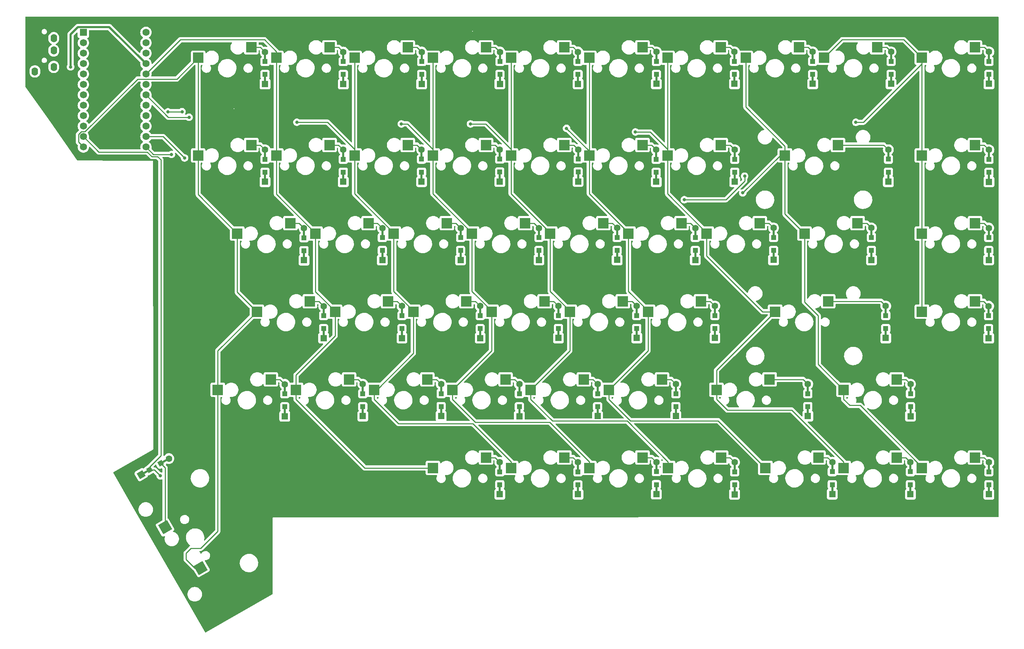
<source format=gbr>
G04 #@! TF.GenerationSoftware,KiCad,Pcbnew,7.0.9*
G04 #@! TF.CreationDate,2023-12-20T04:01:06-06:00*
G04 #@! TF.ProjectId,keyboard,6b657962-6f61-4726-942e-6b696361645f,rev?*
G04 #@! TF.SameCoordinates,Original*
G04 #@! TF.FileFunction,Copper,L2,Bot*
G04 #@! TF.FilePolarity,Positive*
%FSLAX46Y46*%
G04 Gerber Fmt 4.6, Leading zero omitted, Abs format (unit mm)*
G04 Created by KiCad (PCBNEW 7.0.9) date 2023-12-20 04:01:06*
%MOMM*%
%LPD*%
G01*
G04 APERTURE LIST*
G04 Aperture macros list*
%AMRotRect*
0 Rectangle, with rotation*
0 The origin of the aperture is its center*
0 $1 length*
0 $2 width*
0 $3 Rotation angle, in degrees counterclockwise*
0 Add horizontal line*
21,1,$1,$2,0,0,$3*%
G04 Aperture macros list end*
G04 #@! TA.AperFunction,SMDPad,CuDef*
%ADD10R,2.550000X2.500000*%
G04 #@! TD*
G04 #@! TA.AperFunction,ComponentPad*
%ADD11R,1.752600X1.752600*%
G04 #@! TD*
G04 #@! TA.AperFunction,ComponentPad*
%ADD12C,1.752600*%
G04 #@! TD*
G04 #@! TA.AperFunction,SMDPad,CuDef*
%ADD13RotRect,2.550000X2.500000X120.000000*%
G04 #@! TD*
G04 #@! TA.AperFunction,ComponentPad*
%ADD14O,1.600000X2.000000*%
G04 #@! TD*
G04 #@! TA.AperFunction,ComponentPad*
%ADD15R,1.600000X1.600000*%
G04 #@! TD*
G04 #@! TA.AperFunction,SMDPad,CuDef*
%ADD16R,0.500000X2.500000*%
G04 #@! TD*
G04 #@! TA.AperFunction,SMDPad,CuDef*
%ADD17R,1.200000X1.200000*%
G04 #@! TD*
G04 #@! TA.AperFunction,ComponentPad*
%ADD18C,1.600000*%
G04 #@! TD*
G04 #@! TA.AperFunction,ComponentPad*
%ADD19RotRect,1.600000X1.600000X30.000000*%
G04 #@! TD*
G04 #@! TA.AperFunction,SMDPad,CuDef*
%ADD20RotRect,2.500000X0.500000X30.000000*%
G04 #@! TD*
G04 #@! TA.AperFunction,SMDPad,CuDef*
%ADD21RotRect,1.200000X1.200000X30.000000*%
G04 #@! TD*
G04 #@! TA.AperFunction,ViaPad*
%ADD22C,0.800000*%
G04 #@! TD*
G04 #@! TA.AperFunction,Conductor*
%ADD23C,0.250000*%
G04 #@! TD*
G04 #@! TA.AperFunction,Conductor*
%ADD24C,0.500000*%
G04 #@! TD*
G04 APERTURE END LIST*
D10*
X381208000Y-114284132D03*
X394135000Y-111744132D03*
X390733000Y-133334132D03*
X403660000Y-130794132D03*
D11*
X300860000Y-46200000D03*
D12*
X300860000Y-48740000D03*
X300860000Y-51280000D03*
X300860000Y-53820000D03*
X300860000Y-56360000D03*
X300860000Y-58900000D03*
X300860000Y-61440000D03*
X300860000Y-63980000D03*
X300860000Y-66520000D03*
X300860000Y-69060000D03*
X300860000Y-71600000D03*
X300860000Y-74140000D03*
X316100000Y-74140000D03*
X316100000Y-71600000D03*
X316100000Y-69060000D03*
X316100000Y-66520000D03*
X316100000Y-63980000D03*
X316100000Y-61440000D03*
X316100000Y-58900000D03*
X316100000Y-56360000D03*
X316100000Y-53820000D03*
X316100000Y-51280000D03*
X316100000Y-48740000D03*
X316100000Y-46200000D03*
D10*
X376445500Y-95234132D03*
X389372500Y-92694132D03*
X395495500Y-95234132D03*
X408422500Y-92694132D03*
X471695500Y-76184132D03*
X484622500Y-73644132D03*
X405020500Y-152384132D03*
X417947500Y-149844132D03*
X443120500Y-76184132D03*
X456047500Y-73644132D03*
X347870500Y-52371632D03*
X360797500Y-49831632D03*
X419308000Y-114284132D03*
X432235000Y-111744132D03*
X385970500Y-152384132D03*
X398897500Y-149844132D03*
X333583000Y-133334132D03*
X346510000Y-130794132D03*
X371683000Y-133334132D03*
X384610000Y-130794132D03*
X485983000Y-133334132D03*
X498910000Y-130794132D03*
X328820500Y-76184132D03*
X341747500Y-73644132D03*
X352633000Y-133334132D03*
X365560000Y-130794132D03*
X338345500Y-95234132D03*
X351272500Y-92694132D03*
X438358000Y-114284132D03*
X451285000Y-111744132D03*
X455026750Y-133334132D03*
X467953750Y-130794132D03*
X385970500Y-76184132D03*
X398897500Y-73644132D03*
X466933000Y-152384132D03*
X479860000Y-149844132D03*
X405020500Y-52371632D03*
X417947500Y-49831632D03*
X485983000Y-152384132D03*
X498910000Y-149844132D03*
X505033000Y-95234132D03*
X517960000Y-92694132D03*
X505033000Y-114284132D03*
X517960000Y-111744132D03*
X424070500Y-152384132D03*
X436997500Y-149844132D03*
X481220500Y-52371632D03*
X494147500Y-49831632D03*
X469314250Y-114284132D03*
X482241250Y-111744132D03*
X462170500Y-52371632D03*
X475097500Y-49831632D03*
X347870500Y-76184132D03*
X360797500Y-73644132D03*
X385970500Y-52371632D03*
X398897500Y-49831632D03*
X366920500Y-52371632D03*
X379847500Y-49831632D03*
X443247500Y-152384132D03*
X456174500Y-149844132D03*
X400258000Y-114284132D03*
X413185000Y-111744132D03*
X343108000Y-114284132D03*
X356035000Y-111744132D03*
X366920500Y-76184132D03*
X379847500Y-73644132D03*
X505033000Y-152384132D03*
X517960000Y-149844132D03*
X414545500Y-95234132D03*
X427472500Y-92694132D03*
X362158000Y-114284132D03*
X375085000Y-111744132D03*
X357395500Y-95234132D03*
X370322500Y-92694132D03*
D13*
X329413255Y-176766879D03*
X320750051Y-166841769D03*
D10*
X328820500Y-52371632D03*
X341747500Y-49831632D03*
X424070500Y-76184132D03*
X436997500Y-73644132D03*
X409783000Y-133334132D03*
X422710000Y-130794132D03*
X505033000Y-76184132D03*
X517960000Y-73644132D03*
X424070500Y-52371632D03*
X436997500Y-49831632D03*
X405020500Y-76184132D03*
X417947500Y-73644132D03*
X433595500Y-95234132D03*
X446522500Y-92694132D03*
X505033000Y-52371632D03*
X517960000Y-49831632D03*
X452645500Y-95234132D03*
X465572500Y-92694132D03*
X443120500Y-52371632D03*
X456047500Y-49831632D03*
X428833000Y-133334132D03*
X441760000Y-130794132D03*
D14*
X289050000Y-55700000D03*
X293650000Y-54600000D03*
X293650000Y-50600000D03*
X293650000Y-47600000D03*
D10*
X476458000Y-95234132D03*
X489385000Y-92694132D03*
D15*
X459420500Y-58732200D03*
D16*
X459420500Y-57532200D03*
D17*
X459420500Y-56407200D03*
X459420500Y-53257200D03*
D16*
X459420500Y-52132200D03*
D18*
X459420500Y-50932200D03*
D15*
X383220500Y-82582200D03*
D16*
X383220500Y-81382200D03*
D17*
X383220500Y-80257200D03*
X383220500Y-77107200D03*
D16*
X383220500Y-75982200D03*
D18*
X383220500Y-74782200D03*
D15*
X378440500Y-120722200D03*
D16*
X378440500Y-119522200D03*
D17*
X378440500Y-118397200D03*
X378440500Y-115247200D03*
D16*
X378440500Y-114122200D03*
D18*
X378440500Y-112922200D03*
D15*
X345100499Y-58777201D03*
D16*
X345100499Y-57577201D03*
D17*
X345100499Y-56452201D03*
X345100499Y-53302201D03*
D16*
X345100499Y-52177201D03*
D18*
X345100499Y-50977201D03*
D15*
X521300500Y-120742200D03*
D16*
X521300500Y-119542200D03*
D17*
X521300500Y-118417200D03*
X521300500Y-115267200D03*
D16*
X521300500Y-114142200D03*
D18*
X521300500Y-112942200D03*
D15*
X349900500Y-139787200D03*
D16*
X349900500Y-138587200D03*
D17*
X349900500Y-137462200D03*
X349900500Y-134312200D03*
D16*
X349900500Y-133187200D03*
D18*
X349900500Y-131987200D03*
D15*
X387980500Y-139742200D03*
D16*
X387980500Y-138542200D03*
D17*
X387980500Y-137417200D03*
X387980500Y-134267200D03*
D16*
X387980500Y-133142200D03*
D18*
X387980500Y-131942200D03*
D15*
X364170501Y-58777199D03*
D16*
X364170501Y-57577199D03*
D17*
X364170501Y-56452199D03*
X364170501Y-53302199D03*
D16*
X364170501Y-52177199D03*
D18*
X364170501Y-50977199D03*
D15*
X521320500Y-101677200D03*
D16*
X521320500Y-100477200D03*
D17*
X521320500Y-99352200D03*
X521320500Y-96202200D03*
D16*
X521320500Y-95077200D03*
D18*
X521320500Y-93877200D03*
D15*
X373660500Y-101702200D03*
D16*
X373660500Y-100502200D03*
D17*
X373660500Y-99377200D03*
X373660500Y-96227200D03*
D16*
X373660500Y-95102200D03*
D18*
X373660500Y-93902200D03*
D15*
X521370500Y-82622200D03*
D16*
X521370500Y-81422200D03*
D17*
X521370500Y-80297200D03*
X521370500Y-77147200D03*
D16*
X521370500Y-76022200D03*
D18*
X521370500Y-74822200D03*
D15*
X492770500Y-101667200D03*
D16*
X492770500Y-100467200D03*
D17*
X492770500Y-99342200D03*
X492770500Y-96192200D03*
D16*
X492770500Y-95067200D03*
D18*
X492770500Y-93867200D03*
D15*
X502260500Y-158787200D03*
D16*
X502260500Y-157587200D03*
D17*
X502260500Y-156462200D03*
X502260500Y-153312200D03*
D16*
X502260500Y-152187200D03*
D18*
X502260500Y-150987200D03*
D15*
X407015500Y-139774700D03*
D16*
X407015500Y-138574700D03*
D17*
X407015500Y-137449700D03*
X407015500Y-134299700D03*
D16*
X407015500Y-133174700D03*
D18*
X407015500Y-131974700D03*
D15*
X421320499Y-58752201D03*
D16*
X421320499Y-57552201D03*
D17*
X421320499Y-56427201D03*
X421320499Y-53277201D03*
D16*
X421320499Y-52152201D03*
D18*
X421320499Y-50952201D03*
D15*
X477260500Y-139742200D03*
D16*
X477260500Y-138542200D03*
D17*
X477260500Y-137417200D03*
X477260500Y-134267200D03*
D16*
X477260500Y-133142200D03*
D18*
X477260500Y-131942200D03*
D15*
X468930500Y-101662200D03*
D16*
X468930500Y-100462200D03*
D17*
X468930500Y-99337200D03*
X468930500Y-96187200D03*
D16*
X468930500Y-95062200D03*
D18*
X468930500Y-93862200D03*
D15*
X392720500Y-101682200D03*
D16*
X392720500Y-100482200D03*
D17*
X392720500Y-99357200D03*
X392720500Y-96207200D03*
D16*
X392720500Y-95082200D03*
D18*
X392720500Y-93882200D03*
D15*
X496883000Y-82587200D03*
D16*
X496883000Y-81387200D03*
D17*
X496883000Y-80262200D03*
X496883000Y-77112200D03*
D16*
X496883000Y-75987200D03*
D18*
X496883000Y-74787200D03*
D15*
X383230500Y-58772200D03*
D16*
X383230500Y-57572200D03*
D17*
X383230500Y-56447200D03*
X383230500Y-53297200D03*
D16*
X383230500Y-52172200D03*
D18*
X383230500Y-50972200D03*
D15*
X435610500Y-120692200D03*
D16*
X435610500Y-119492200D03*
D17*
X435610500Y-118367200D03*
X435610500Y-115217200D03*
D16*
X435610500Y-114092200D03*
D18*
X435610500Y-112892200D03*
D19*
X314923001Y-154012200D03*
D20*
X315962231Y-153412200D03*
D21*
X316936510Y-152849700D03*
X319664490Y-151274700D03*
D20*
X320638769Y-150712200D03*
D18*
X321677999Y-150112200D03*
D15*
X521350500Y-158802200D03*
D16*
X521350500Y-157602200D03*
D17*
X521350500Y-156477200D03*
X521350500Y-153327200D03*
D16*
X521350500Y-152202200D03*
D18*
X521350500Y-151002200D03*
D15*
X449860500Y-101677200D03*
D16*
X449860500Y-100477200D03*
D17*
X449860500Y-99352200D03*
X449860500Y-96202200D03*
D16*
X449860500Y-95077200D03*
D18*
X449860500Y-93877200D03*
D15*
X397490500Y-120722200D03*
D16*
X397490500Y-119522200D03*
D17*
X397490500Y-118397200D03*
X397490500Y-115247200D03*
D16*
X397490500Y-114122200D03*
D18*
X397490500Y-112922200D03*
D15*
X345088000Y-82599700D03*
D16*
X345088000Y-81399700D03*
D17*
X345088000Y-80274700D03*
X345088000Y-77124700D03*
D16*
X345088000Y-75999700D03*
D18*
X345088000Y-74799700D03*
D15*
X354590500Y-101734700D03*
D16*
X354590500Y-100534700D03*
D17*
X354590500Y-99409700D03*
X354590500Y-96259700D03*
D16*
X354590500Y-95134700D03*
D18*
X354590500Y-93934700D03*
D15*
X426070500Y-139762200D03*
D16*
X426070500Y-138562200D03*
D17*
X426070500Y-137437200D03*
X426070500Y-134287200D03*
D16*
X426070500Y-133162200D03*
D18*
X426070500Y-131962200D03*
D15*
X421330500Y-82542200D03*
D16*
X421330500Y-81342200D03*
D17*
X421330500Y-80217200D03*
X421330500Y-77067200D03*
D16*
X421330500Y-75942200D03*
D18*
X421330500Y-74742200D03*
D15*
X440355500Y-82612200D03*
D16*
X440355500Y-81412200D03*
D17*
X440355500Y-80287200D03*
X440355500Y-77137200D03*
D16*
X440355500Y-76012200D03*
D18*
X440355500Y-74812200D03*
D15*
X459470500Y-82592200D03*
D16*
X459470500Y-81392200D03*
D17*
X459470500Y-80267200D03*
X459470500Y-77117200D03*
D16*
X459470500Y-75992200D03*
D18*
X459470500Y-74792200D03*
D15*
X359370500Y-120737200D03*
D16*
X359370500Y-119537200D03*
D17*
X359370500Y-118412200D03*
X359370500Y-115262200D03*
D16*
X359370500Y-114137200D03*
D18*
X359370500Y-112937200D03*
D15*
X496250500Y-120707200D03*
D16*
X496250500Y-119507200D03*
D17*
X496250500Y-118382200D03*
X496250500Y-115232200D03*
D16*
X496250500Y-114107200D03*
D18*
X496250500Y-112907200D03*
D15*
X416540500Y-120702200D03*
D16*
X416540500Y-119502200D03*
D17*
X416540500Y-118377200D03*
X416540500Y-115227200D03*
D16*
X416540500Y-114102200D03*
D18*
X416540500Y-112902200D03*
D15*
X402260500Y-82562200D03*
D16*
X402260500Y-81362200D03*
D17*
X402260500Y-80237200D03*
X402260500Y-77087200D03*
D16*
X402260500Y-75962200D03*
D18*
X402260500Y-74762200D03*
D15*
X368910500Y-139762200D03*
D16*
X368910500Y-138562200D03*
D17*
X368910500Y-137437200D03*
X368910500Y-134287200D03*
D16*
X368910500Y-133162200D03*
D18*
X368910500Y-131962200D03*
D15*
X497530500Y-58732200D03*
D16*
X497530500Y-57532200D03*
D17*
X497530500Y-56407200D03*
X497530500Y-53257200D03*
D16*
X497530500Y-52132200D03*
D18*
X497530500Y-50932200D03*
D15*
X364140500Y-82602200D03*
D16*
X364140500Y-81402200D03*
D17*
X364140500Y-80277200D03*
X364140500Y-77127200D03*
D16*
X364140500Y-76002200D03*
D18*
X364140500Y-74802200D03*
D15*
X483220500Y-158782200D03*
D16*
X483220500Y-157582200D03*
D17*
X483220500Y-156457200D03*
X483220500Y-153307200D03*
D16*
X483220500Y-152182200D03*
D18*
X483220500Y-150982200D03*
D15*
X521370500Y-58732200D03*
D16*
X521370500Y-57532200D03*
D17*
X521370500Y-56407200D03*
X521370500Y-53257200D03*
D16*
X521370500Y-52132200D03*
D18*
X521370500Y-50932200D03*
D15*
X454640500Y-120692200D03*
D16*
X454640500Y-119492200D03*
D17*
X454640500Y-118367200D03*
X454640500Y-115217200D03*
D16*
X454640500Y-114092200D03*
D18*
X454640500Y-112892200D03*
D15*
X430830500Y-101662200D03*
D16*
X430830500Y-100462200D03*
D17*
X430830500Y-99337200D03*
X430830500Y-96187200D03*
D16*
X430830500Y-95062200D03*
D18*
X430830500Y-93862200D03*
D15*
X440380500Y-158777200D03*
D16*
X440380500Y-157577200D03*
D17*
X440380500Y-156452200D03*
X440380500Y-153302200D03*
D16*
X440380500Y-152177200D03*
D18*
X440380500Y-150977200D03*
D15*
X459430500Y-158817200D03*
D16*
X459430500Y-157617200D03*
D17*
X459430500Y-156492200D03*
X459430500Y-153342200D03*
D16*
X459430500Y-152217200D03*
D18*
X459430500Y-151017200D03*
D15*
X478470500Y-58732200D03*
D16*
X478470500Y-57532200D03*
D17*
X478470500Y-56407200D03*
X478470500Y-53257200D03*
D16*
X478470500Y-52132200D03*
D18*
X478470500Y-50932200D03*
D15*
X411800500Y-101682200D03*
D16*
X411800500Y-100482200D03*
D17*
X411800500Y-99357200D03*
X411800500Y-96207200D03*
D16*
X411800500Y-95082200D03*
D18*
X411800500Y-93882200D03*
D15*
X402270500Y-158802200D03*
D16*
X402270500Y-157602200D03*
D17*
X402270500Y-156477200D03*
X402270500Y-153327200D03*
D16*
X402270500Y-152202200D03*
D18*
X402270500Y-151002200D03*
D15*
X421300500Y-158812200D03*
D16*
X421300500Y-157612200D03*
D17*
X421300500Y-156487200D03*
X421300500Y-153337200D03*
D16*
X421300500Y-152212200D03*
D18*
X421300500Y-151012200D03*
D15*
X502270500Y-139772200D03*
D16*
X502270500Y-138572200D03*
D17*
X502270500Y-137447200D03*
X502270500Y-134297200D03*
D16*
X502270500Y-133172200D03*
D18*
X502270500Y-131972200D03*
D15*
X445130500Y-139742200D03*
D16*
X445130500Y-138542200D03*
D17*
X445130500Y-137417200D03*
X445130500Y-134267200D03*
D16*
X445130500Y-133142200D03*
D18*
X445130500Y-131942200D03*
D15*
X402280500Y-58752200D03*
D16*
X402280500Y-57552200D03*
D17*
X402280500Y-56427200D03*
X402280500Y-53277200D03*
D16*
X402280500Y-52152200D03*
D18*
X402280500Y-50952200D03*
D15*
X440390500Y-58732200D03*
D16*
X440390500Y-57532200D03*
D17*
X440390500Y-56407200D03*
X440390500Y-53257200D03*
D16*
X440390500Y-52132200D03*
D18*
X440390500Y-50932200D03*
D22*
X319590000Y-154320000D03*
X324890000Y-65530000D03*
X395130000Y-68500000D03*
X321470000Y-65560000D03*
X352860000Y-68090000D03*
X378290000Y-68500000D03*
X326600000Y-66880000D03*
X461420000Y-85320000D03*
X325510000Y-76800000D03*
X418510000Y-69590000D03*
X461880000Y-81240000D03*
X488960000Y-68110000D03*
X322300000Y-75950000D03*
X447200000Y-86990000D03*
X435280000Y-70470000D03*
X297750000Y-54600000D03*
D23*
X420232432Y-73644132D02*
X421330500Y-74742200D01*
X417947500Y-73644132D02*
X420232432Y-73644132D01*
X341747500Y-73644132D02*
X343932432Y-73644132D01*
X343932432Y-73644132D02*
X345088000Y-74799700D01*
X360797500Y-73644132D02*
X362982432Y-73644132D01*
X362982432Y-73644132D02*
X364140500Y-74802200D01*
X382082432Y-73644132D02*
X383220500Y-74782200D01*
X379847500Y-73644132D02*
X382082432Y-73644132D01*
X398897500Y-73644132D02*
X401142432Y-73644132D01*
X401142432Y-73644132D02*
X402260500Y-74762200D01*
X398897500Y-149844132D02*
X401112432Y-149844132D01*
X401112432Y-149844132D02*
X402270500Y-151002200D01*
X316411300Y-75341300D02*
X317530000Y-76460000D01*
X300860000Y-71600000D02*
X304601300Y-75341300D01*
X318119700Y-152849700D02*
X319590000Y-154320000D01*
X304601300Y-75341300D02*
X316411300Y-75341300D01*
X318920000Y-76460000D02*
X319730000Y-77270000D01*
X316936510Y-152849700D02*
X318119700Y-152849700D01*
X317530000Y-76460000D02*
X318920000Y-76460000D01*
X319730000Y-77270000D02*
X319730000Y-149363390D01*
X319730000Y-149363390D02*
X316936510Y-152156880D01*
X316936510Y-152156880D02*
X316936510Y-152849700D01*
X346510000Y-130794132D02*
X348707432Y-130794132D01*
X348707432Y-130794132D02*
X349900500Y-131987200D01*
X495739932Y-73644132D02*
X496883000Y-74787200D01*
X484622500Y-73644132D02*
X495739932Y-73644132D01*
X489385000Y-92694132D02*
X491597432Y-92694132D01*
X491597432Y-92694132D02*
X492770500Y-93867200D01*
X446522500Y-92694132D02*
X448677432Y-92694132D01*
X448677432Y-92694132D02*
X449860500Y-93877200D01*
X403660000Y-130794132D02*
X405834932Y-130794132D01*
X405834932Y-130794132D02*
X407015500Y-131974700D01*
X458257432Y-149844132D02*
X459430500Y-151017200D01*
X456174500Y-149844132D02*
X458257432Y-149844132D01*
X520192432Y-73644132D02*
X521370500Y-74822200D01*
X517960000Y-73644132D02*
X520192432Y-73644132D01*
X424902432Y-130794132D02*
X426070500Y-131962200D01*
X422710000Y-130794132D02*
X424902432Y-130794132D01*
X498910000Y-149844132D02*
X501117432Y-149844132D01*
X501117432Y-149844132D02*
X502260500Y-150987200D01*
X520102432Y-111744132D02*
X521300500Y-112942200D01*
X517960000Y-111744132D02*
X520102432Y-111744132D01*
X482241250Y-111744132D02*
X495087432Y-111744132D01*
X495087432Y-111744132D02*
X496250500Y-112907200D01*
X456047500Y-73644132D02*
X458322432Y-73644132D01*
X458322432Y-73644132D02*
X459470500Y-74792200D01*
X343954930Y-49831632D02*
X345100499Y-50977201D01*
X341747500Y-49831632D02*
X343954930Y-49831632D01*
X363024934Y-49831632D02*
X364170501Y-50977199D01*
X360797500Y-49831632D02*
X363024934Y-49831632D01*
X379847500Y-49831632D02*
X382089932Y-49831632D01*
X382089932Y-49831632D02*
X383230500Y-50972200D01*
X398897500Y-49831632D02*
X401159932Y-49831632D01*
X401159932Y-49831632D02*
X402280500Y-50952200D01*
X420199930Y-49831632D02*
X421320499Y-50952201D01*
X417947500Y-49831632D02*
X420199930Y-49831632D01*
X439289932Y-49831632D02*
X440390500Y-50932200D01*
X436997500Y-49831632D02*
X439289932Y-49831632D01*
X458319932Y-49831632D02*
X459420500Y-50932200D01*
X456047500Y-49831632D02*
X458319932Y-49831632D01*
X439247432Y-149844132D02*
X440380500Y-150977200D01*
X436997500Y-149844132D02*
X439247432Y-149844132D01*
X358177432Y-111744132D02*
X359370500Y-112937200D01*
X356035000Y-111744132D02*
X358177432Y-111744132D01*
X517960000Y-92694132D02*
X520137432Y-92694132D01*
X520137432Y-92694132D02*
X521320500Y-93877200D01*
X391532432Y-92694132D02*
X392720500Y-93882200D01*
X389372500Y-92694132D02*
X391532432Y-92694132D01*
X377262432Y-111744132D02*
X378440500Y-112922200D01*
X375085000Y-111744132D02*
X377262432Y-111744132D01*
X394135000Y-111744132D02*
X396312432Y-111744132D01*
X396312432Y-111744132D02*
X397490500Y-112922200D01*
X413185000Y-111744132D02*
X415382432Y-111744132D01*
X415382432Y-111744132D02*
X416540500Y-112902200D01*
X482082432Y-149844132D02*
X483220500Y-150982200D01*
X479860000Y-149844132D02*
X482082432Y-149844132D01*
X384610000Y-130794132D02*
X386832432Y-130794132D01*
X386832432Y-130794132D02*
X387980500Y-131942200D01*
X436997500Y-73644132D02*
X439187432Y-73644132D01*
X439187432Y-73644132D02*
X440355500Y-74812200D01*
X367742432Y-130794132D02*
X368910500Y-131962200D01*
X365560000Y-130794132D02*
X367742432Y-130794132D01*
X410612432Y-92694132D02*
X411800500Y-93882200D01*
X408422500Y-92694132D02*
X410612432Y-92694132D01*
X467762432Y-92694132D02*
X468930500Y-93862200D01*
X465572500Y-92694132D02*
X467762432Y-92694132D01*
X427472500Y-92694132D02*
X429662432Y-92694132D01*
X429662432Y-92694132D02*
X430830500Y-93862200D01*
X494147500Y-49831632D02*
X496429932Y-49831632D01*
X496429932Y-49831632D02*
X497530500Y-50932200D01*
X475097500Y-49831632D02*
X477369932Y-49831632D01*
X477369932Y-49831632D02*
X478470500Y-50932200D01*
X520269932Y-49831632D02*
X521370500Y-50932200D01*
X517960000Y-49831632D02*
X520269932Y-49831632D01*
X451285000Y-111744132D02*
X453492432Y-111744132D01*
X453492432Y-111744132D02*
X454640500Y-112892200D01*
X520192432Y-149844132D02*
X521350500Y-151002200D01*
X517960000Y-149844132D02*
X520192432Y-149844132D01*
X432235000Y-111744132D02*
X434462432Y-111744132D01*
X434462432Y-111744132D02*
X435610500Y-112892200D01*
X476112432Y-130794132D02*
X477260500Y-131942200D01*
X467953750Y-130794132D02*
X476112432Y-130794132D01*
X441760000Y-130794132D02*
X443982432Y-130794132D01*
X443982432Y-130794132D02*
X445130500Y-131942200D01*
X320750051Y-166841769D02*
X320750051Y-152360261D01*
X320750051Y-152360261D02*
X319664490Y-151274700D01*
X372452432Y-92694132D02*
X373660500Y-93902200D01*
X370322500Y-92694132D02*
X372452432Y-92694132D01*
X501092432Y-130794132D02*
X502270500Y-131972200D01*
X498910000Y-130794132D02*
X501092432Y-130794132D01*
X417947500Y-149844132D02*
X420132432Y-149844132D01*
X420132432Y-149844132D02*
X421300500Y-151012200D01*
X351272500Y-92694132D02*
X353349932Y-92694132D01*
X353349932Y-92694132D02*
X354590500Y-93934700D01*
X409783000Y-135636899D02*
X409783000Y-133334132D01*
X398836368Y-68500000D02*
X395130000Y-68500000D01*
X433303368Y-140940000D02*
X415086101Y-140940000D01*
X419308000Y-114284132D02*
X419308000Y-123809132D01*
X324890000Y-65530000D02*
X321500000Y-65530000D01*
X405020500Y-85511209D02*
X414545500Y-95036209D01*
X405020500Y-74684132D02*
X398836368Y-68500000D01*
X443247500Y-152384132D02*
X443247500Y-150884132D01*
X414545500Y-95234132D02*
X414545500Y-109316209D01*
X405020500Y-76184132D02*
X405020500Y-74684132D01*
X414545500Y-109316209D02*
X419308000Y-114078709D01*
X415086101Y-140940000D02*
X409783000Y-135636899D01*
X419308000Y-114078709D02*
X419308000Y-114284132D01*
X414545500Y-95036209D02*
X414545500Y-95234132D01*
X405020500Y-76184132D02*
X405020500Y-85511209D01*
X443247500Y-150884132D02*
X433303368Y-140940000D01*
X405020500Y-52371632D02*
X405020500Y-76184132D01*
X321500000Y-65530000D02*
X321470000Y-65560000D01*
X419308000Y-123809132D02*
X409783000Y-133334132D01*
X325900755Y-174707296D02*
X325900755Y-173153996D01*
X299658700Y-71091300D02*
X299658700Y-72938700D01*
X333583000Y-167827000D02*
X333583000Y-133334132D01*
X328820500Y-85709132D02*
X328820500Y-76184132D01*
X329413255Y-171996745D02*
X333583000Y-167827000D01*
X327058006Y-171996745D02*
X329413255Y-171996745D01*
X300351300Y-70398700D02*
X299658700Y-71091300D01*
X333583000Y-133334132D02*
X333583000Y-123809132D01*
X327960338Y-176766879D02*
X325900755Y-174707296D01*
X328820500Y-52371632D02*
X323630832Y-57561300D01*
X328820500Y-76184132D02*
X328820500Y-52371632D01*
X323630832Y-57561300D02*
X314057595Y-57561300D01*
X338345500Y-109521632D02*
X338345500Y-95234132D01*
X301220195Y-70398700D02*
X300351300Y-70398700D01*
X329413255Y-176766879D02*
X327960338Y-176766879D01*
X314057595Y-57561300D02*
X301220195Y-70398700D01*
X343108000Y-114284132D02*
X338345500Y-109521632D01*
X333583000Y-123809132D02*
X343108000Y-114284132D01*
X325900755Y-173153996D02*
X327058006Y-171996745D01*
X338345500Y-95234132D02*
X328820500Y-85709132D01*
X299658700Y-72938700D02*
X300860000Y-74140000D01*
X362158000Y-120199700D02*
X352633000Y-129724700D01*
X357395500Y-95148709D02*
X357395500Y-95234132D01*
X347870500Y-52371632D02*
X347870500Y-76184132D01*
X352633000Y-129724700D02*
X352633000Y-133334132D01*
X357395500Y-95234132D02*
X357395500Y-109371209D01*
X385970500Y-152384132D02*
X369380233Y-152384132D01*
X347870500Y-76184132D02*
X347870500Y-85623709D01*
X347870500Y-52371632D02*
X347870500Y-50871632D01*
X347870500Y-50871632D02*
X344955500Y-47956632D01*
X347870500Y-85623709D02*
X357395500Y-95148709D01*
X362158000Y-114284132D02*
X362158000Y-120199700D01*
X362158000Y-114133709D02*
X362158000Y-114284132D01*
X357395500Y-109371209D02*
X362158000Y-114133709D01*
X324503368Y-47956632D02*
X316100000Y-56360000D01*
X344955500Y-47956632D02*
X324503368Y-47956632D01*
X369380233Y-152384132D02*
X352633000Y-135636899D01*
X352633000Y-135636899D02*
X352633000Y-133334132D01*
X381208000Y-114284132D02*
X381208000Y-124432482D01*
X366920500Y-76184132D02*
X366920500Y-85571209D01*
X376445500Y-109336209D02*
X381208000Y-114098709D01*
X395706368Y-141570000D02*
X377616101Y-141570000D01*
X366920500Y-74684132D02*
X360326368Y-68090000D01*
X372306350Y-133334132D02*
X371683000Y-133334132D01*
X405020500Y-150884132D02*
X395706368Y-141570000D01*
X405020500Y-152384132D02*
X405020500Y-150884132D01*
X360326368Y-68090000D02*
X352860000Y-68090000D01*
X376445500Y-95234132D02*
X376445500Y-109336209D01*
X366920500Y-52371632D02*
X366920500Y-76184132D01*
X366920500Y-85571209D02*
X376445500Y-95096209D01*
X371683000Y-135636899D02*
X371683000Y-133334132D01*
X377616101Y-141570000D02*
X371683000Y-135636899D01*
X381208000Y-114098709D02*
X381208000Y-114284132D01*
X366920500Y-76184132D02*
X366920500Y-74684132D01*
X376445500Y-95096209D02*
X376445500Y-95234132D01*
X381208000Y-124432482D02*
X372306350Y-133334132D01*
X395495500Y-95066209D02*
X395495500Y-95234132D01*
X414396368Y-141210000D02*
X396306101Y-141210000D01*
X385970500Y-76184132D02*
X385970500Y-74684132D01*
X396306101Y-141210000D02*
X390733000Y-135636899D01*
X326600000Y-66880000D02*
X321540000Y-66880000D01*
X379786368Y-68500000D02*
X378290000Y-68500000D01*
X395495500Y-109336209D02*
X400258000Y-114098709D01*
X400258000Y-114098709D02*
X400258000Y-114284132D01*
X385970500Y-76184132D02*
X385970500Y-85541209D01*
X395495500Y-95234132D02*
X395495500Y-109336209D01*
X385970500Y-74684132D02*
X379786368Y-68500000D01*
X390733000Y-135636899D02*
X390733000Y-133334132D01*
X385970500Y-85541209D02*
X395495500Y-95066209D01*
X400258000Y-114284132D02*
X400258000Y-123809132D01*
X385970500Y-52371632D02*
X385970500Y-76184132D01*
X400258000Y-123809132D02*
X390733000Y-133334132D01*
X424070500Y-152384132D02*
X424070500Y-150884132D01*
X321540000Y-66880000D02*
X316100000Y-61440000D01*
X424070500Y-150884132D02*
X414396368Y-141210000D01*
X471695500Y-76184132D02*
X471695500Y-90471632D01*
X505033000Y-152168709D02*
X489988423Y-137124132D01*
X479793468Y-115250000D02*
X479793468Y-127144600D01*
X485983000Y-135636899D02*
X485983000Y-133334132D01*
X471695500Y-90471632D02*
X476458000Y-95234132D01*
X476458000Y-95234132D02*
X476458000Y-111914532D01*
X470555868Y-76184132D02*
X461420000Y-85320000D01*
X471695500Y-73906540D02*
X471695500Y-76184132D01*
X487470233Y-137124132D02*
X485983000Y-135636899D01*
X462170500Y-64381540D02*
X471695500Y-73906540D01*
X320310000Y-71600000D02*
X316100000Y-71600000D01*
X325510000Y-76800000D02*
X320310000Y-71600000D01*
X505033000Y-152384132D02*
X505033000Y-152168709D01*
X462170500Y-52371632D02*
X462170500Y-64381540D01*
X489988423Y-137124132D02*
X487470233Y-137124132D01*
X476458000Y-111914532D02*
X479793468Y-115250000D01*
X471695500Y-76184132D02*
X470555868Y-76184132D01*
X479793468Y-127144600D02*
X485983000Y-133334132D01*
X424070500Y-52371632D02*
X424070500Y-76184132D01*
X438358000Y-114284132D02*
X438358000Y-123809132D01*
X424070500Y-85511209D02*
X433595500Y-95036209D01*
X424070500Y-76184132D02*
X424070500Y-85511209D01*
X466933000Y-152384132D02*
X455416068Y-140867200D01*
X424070500Y-76184132D02*
X424070500Y-75150500D01*
X455416068Y-140867200D02*
X434063301Y-140867200D01*
X438358000Y-114048709D02*
X438358000Y-114284132D01*
X433595500Y-95234132D02*
X433595500Y-109286209D01*
X433595500Y-95036209D02*
X433595500Y-95234132D01*
X434063301Y-140867200D02*
X428833000Y-135636899D01*
X433595500Y-109286209D02*
X438358000Y-114048709D01*
X438358000Y-123809132D02*
X428833000Y-133334132D01*
X424070500Y-75150500D02*
X418510000Y-69590000D01*
X428833000Y-135636899D02*
X428833000Y-133334132D01*
X461880000Y-81240000D02*
X461880000Y-82432700D01*
X500618000Y-47956632D02*
X505033000Y-52371632D01*
X461880000Y-82432700D02*
X457322700Y-86990000D01*
X317910000Y-75950000D02*
X316100000Y-74140000D01*
X490794632Y-68110000D02*
X488960000Y-68110000D01*
X505033000Y-52371632D02*
X505033000Y-76184132D01*
X457322700Y-86990000D02*
X447200000Y-86990000D01*
X481220500Y-52371632D02*
X485635500Y-47956632D01*
X505033000Y-76184132D02*
X505033000Y-95234132D01*
X505033000Y-53871632D02*
X490794632Y-68110000D01*
X485635500Y-47956632D02*
X500618000Y-47956632D01*
X505033000Y-95234132D02*
X505033000Y-114284132D01*
X505033000Y-52371632D02*
X505033000Y-53871632D01*
X322300000Y-75950000D02*
X317910000Y-75950000D01*
X466220658Y-114284132D02*
X469314250Y-114284132D01*
X452645500Y-95234132D02*
X452645500Y-100708974D01*
X443120500Y-85546209D02*
X452645500Y-95071209D01*
X485983000Y-150884132D02*
X473358868Y-138260000D01*
X443120500Y-74684132D02*
X438906368Y-70470000D01*
X443120500Y-76184132D02*
X443120500Y-74684132D01*
X452645500Y-100708974D02*
X466220658Y-114284132D01*
X469314250Y-114284132D02*
X455026750Y-128571632D01*
X485983000Y-152384132D02*
X485983000Y-150884132D01*
X452645500Y-95071209D02*
X452645500Y-95234132D01*
X455026750Y-128571632D02*
X455026750Y-133334132D01*
X443120500Y-76184132D02*
X443120500Y-85546209D01*
X457649851Y-138260000D02*
X455026750Y-135636899D01*
X473358868Y-138260000D02*
X457649851Y-138260000D01*
X443120500Y-52371632D02*
X443120500Y-76184132D01*
X438906368Y-70470000D02*
X435280000Y-70470000D01*
X455026750Y-135636899D02*
X455026750Y-133334132D01*
D24*
X307153700Y-44873700D02*
X316100000Y-53820000D01*
X297750000Y-54600000D02*
X297750000Y-46657400D01*
X297750000Y-46657400D02*
X299533700Y-44873700D01*
X299533700Y-44873700D02*
X307153700Y-44873700D01*
G04 #@! TA.AperFunction,NonConductor*
G36*
X523575512Y-42330478D02*
G01*
X523642549Y-42350169D01*
X523688299Y-42402977D01*
X523699500Y-42454478D01*
X523699500Y-164265601D01*
X523679815Y-164332640D01*
X523627011Y-164378395D01*
X523575556Y-164389601D01*
X347069502Y-164469500D01*
X347037345Y-164469500D01*
X347034648Y-164470375D01*
X347010144Y-164482868D01*
X347005461Y-164486274D01*
X346986247Y-164505496D01*
X346982840Y-164510186D01*
X346970359Y-164534696D01*
X346969485Y-164537390D01*
X346969500Y-164570045D01*
X346969500Y-183040331D01*
X346949815Y-183107370D01*
X346907462Y-183147740D01*
X330694333Y-192500713D01*
X330626427Y-192517161D01*
X330560408Y-192494286D01*
X330524934Y-192455217D01*
X325263708Y-183325187D01*
X326215773Y-183325187D01*
X326255410Y-183588166D01*
X326255412Y-183588172D01*
X326333807Y-183842319D01*
X326449197Y-184081929D01*
X326449198Y-184081931D01*
X326449200Y-184081934D01*
X326449202Y-184081938D01*
X326599023Y-184301685D01*
X326779917Y-184496644D01*
X326779921Y-184496647D01*
X326779922Y-184496648D01*
X326987858Y-184662472D01*
X327218187Y-184795452D01*
X327465763Y-184892619D01*
X327725056Y-184951801D01*
X327774760Y-184955525D01*
X327923866Y-184966700D01*
X327923872Y-184966700D01*
X328056680Y-184966700D01*
X328189218Y-184956767D01*
X328255490Y-184951801D01*
X328514783Y-184892619D01*
X328762359Y-184795452D01*
X328992688Y-184662472D01*
X329200624Y-184496648D01*
X329381523Y-184301685D01*
X329531344Y-184081938D01*
X329646740Y-183842316D01*
X329725134Y-183588171D01*
X329764773Y-183325180D01*
X329764773Y-183059220D01*
X329725134Y-182796229D01*
X329646740Y-182542084D01*
X329531344Y-182302462D01*
X329381523Y-182082715D01*
X329371395Y-182071799D01*
X329200628Y-181887755D01*
X329160634Y-181855861D01*
X328992688Y-181721928D01*
X328762359Y-181588948D01*
X328514783Y-181491781D01*
X328514774Y-181491779D01*
X328514771Y-181491778D01*
X328255487Y-181432598D01*
X328056680Y-181417700D01*
X328056674Y-181417700D01*
X327923872Y-181417700D01*
X327923866Y-181417700D01*
X327725058Y-181432598D01*
X327465774Y-181491778D01*
X327465766Y-181491780D01*
X327465763Y-181491781D01*
X327465760Y-181491781D01*
X327465757Y-181491783D01*
X327218186Y-181588948D01*
X326987858Y-181721928D01*
X326779917Y-181887755D01*
X326599023Y-182082714D01*
X326449198Y-182302468D01*
X326449197Y-182302470D01*
X326333807Y-182542080D01*
X326255412Y-182796227D01*
X326255410Y-182796233D01*
X326215773Y-183059212D01*
X326215773Y-183325187D01*
X325263708Y-183325187D01*
X313348355Y-162647965D01*
X314277773Y-162647965D01*
X314317410Y-162910944D01*
X314317412Y-162910950D01*
X314395807Y-163165097D01*
X314511197Y-163404707D01*
X314511198Y-163404709D01*
X314511200Y-163404712D01*
X314511202Y-163404716D01*
X314661023Y-163624463D01*
X314841917Y-163819422D01*
X314841921Y-163819425D01*
X314841922Y-163819426D01*
X315049858Y-163985250D01*
X315280187Y-164118230D01*
X315527763Y-164215397D01*
X315787056Y-164274579D01*
X315836760Y-164278303D01*
X315985866Y-164289478D01*
X315985872Y-164289478D01*
X316118680Y-164289478D01*
X316251218Y-164279545D01*
X316317490Y-164274579D01*
X316576783Y-164215397D01*
X316824359Y-164118230D01*
X317054688Y-163985250D01*
X317262624Y-163819426D01*
X317443523Y-163624463D01*
X317593344Y-163404716D01*
X317708740Y-163165094D01*
X317787134Y-162910949D01*
X317826773Y-162647958D01*
X317826773Y-162381998D01*
X317787134Y-162119007D01*
X317708740Y-161864862D01*
X317593344Y-161625240D01*
X317443523Y-161405493D01*
X317433395Y-161394577D01*
X317262628Y-161210533D01*
X317222634Y-161178639D01*
X317054688Y-161044706D01*
X316824359Y-160911726D01*
X316576783Y-160814559D01*
X316576774Y-160814557D01*
X316576771Y-160814556D01*
X316317487Y-160755376D01*
X316118680Y-160740478D01*
X316118674Y-160740478D01*
X315985872Y-160740478D01*
X315985866Y-160740478D01*
X315787058Y-160755376D01*
X315527774Y-160814556D01*
X315527766Y-160814558D01*
X315527763Y-160814559D01*
X315527760Y-160814559D01*
X315527757Y-160814561D01*
X315280186Y-160911726D01*
X315049858Y-161044706D01*
X314841917Y-161210533D01*
X314661023Y-161405492D01*
X314511198Y-161625246D01*
X314511197Y-161625248D01*
X314395807Y-161864858D01*
X314317412Y-162119005D01*
X314317410Y-162119011D01*
X314277773Y-162381990D01*
X314277773Y-162647965D01*
X313348355Y-162647965D01*
X308139132Y-153608177D01*
X308122716Y-153540264D01*
X308145623Y-153474256D01*
X308184623Y-153438849D01*
X317798213Y-147895175D01*
X317821754Y-147884693D01*
X317822721Y-147884377D01*
X317822726Y-147884377D01*
X317842167Y-147870229D01*
X317847657Y-147866664D01*
X317853993Y-147863011D01*
X317853999Y-147863004D01*
X317861589Y-147856865D01*
X317861758Y-147857075D01*
X317868113Y-147851350D01*
X317875534Y-147845951D01*
X317875534Y-147845949D01*
X317882016Y-147837015D01*
X317886511Y-147826933D01*
X317886513Y-147826931D01*
X317887478Y-147817787D01*
X317889255Y-147809430D01*
X317888990Y-147809389D01*
X317890507Y-147799756D01*
X317890511Y-147799746D01*
X317890505Y-147792426D01*
X317890848Y-147785886D01*
X317893374Y-147761983D01*
X317893372Y-147761979D01*
X317893161Y-147760984D01*
X317890464Y-147735355D01*
X317840500Y-77553361D01*
X317840500Y-77521246D01*
X317839632Y-77518575D01*
X317827095Y-77493994D01*
X317823679Y-77489299D01*
X317804540Y-77470174D01*
X317799846Y-77466764D01*
X317775245Y-77454240D01*
X317772582Y-77453376D01*
X317739928Y-77453400D01*
X311819814Y-77453400D01*
X299486624Y-77443492D01*
X299419601Y-77423754D01*
X299385253Y-77390763D01*
X299384589Y-77389818D01*
X292806183Y-68023863D01*
X286773029Y-59434207D01*
X286750605Y-59368033D01*
X286750500Y-59362936D01*
X286750500Y-55957127D01*
X287741500Y-55957127D01*
X287756456Y-56128081D01*
X287756457Y-56128089D01*
X287815714Y-56349238D01*
X287815718Y-56349249D01*
X287912475Y-56556745D01*
X287912477Y-56556749D01*
X288043802Y-56744300D01*
X288205700Y-56906198D01*
X288393251Y-57037523D01*
X288475453Y-57075854D01*
X288600750Y-57134281D01*
X288600752Y-57134281D01*
X288600757Y-57134284D01*
X288821913Y-57193543D01*
X288984832Y-57207796D01*
X289049998Y-57213498D01*
X289050000Y-57213498D01*
X289050002Y-57213498D01*
X289107021Y-57208509D01*
X289278087Y-57193543D01*
X289499243Y-57134284D01*
X289706749Y-57037523D01*
X289894300Y-56906198D01*
X290056198Y-56744300D01*
X290187523Y-56556749D01*
X290284284Y-56349243D01*
X290343543Y-56128087D01*
X290358500Y-55957127D01*
X290358500Y-55442873D01*
X290343543Y-55271913D01*
X290284284Y-55050757D01*
X290268203Y-55016272D01*
X290209114Y-54889554D01*
X290193993Y-54857127D01*
X292341500Y-54857127D01*
X292356456Y-55028081D01*
X292356457Y-55028089D01*
X292415714Y-55249238D01*
X292415718Y-55249249D01*
X292512475Y-55456745D01*
X292512477Y-55456749D01*
X292643802Y-55644300D01*
X292805700Y-55806198D01*
X292993251Y-55937523D01*
X293044162Y-55961263D01*
X293200750Y-56034281D01*
X293200752Y-56034281D01*
X293200757Y-56034284D01*
X293421913Y-56093543D01*
X293584832Y-56107796D01*
X293649998Y-56113498D01*
X293650000Y-56113498D01*
X293650002Y-56113498D01*
X293707021Y-56108509D01*
X293878087Y-56093543D01*
X294099243Y-56034284D01*
X294306749Y-55937523D01*
X294494300Y-55806198D01*
X294656198Y-55644300D01*
X294787523Y-55456749D01*
X294884284Y-55249243D01*
X294943543Y-55028087D01*
X294958500Y-54857127D01*
X294958500Y-54600000D01*
X296836496Y-54600000D01*
X296856458Y-54789928D01*
X296856459Y-54789931D01*
X296915470Y-54971549D01*
X296915473Y-54971556D01*
X297010960Y-55136944D01*
X297138747Y-55278866D01*
X297293248Y-55391118D01*
X297467712Y-55468794D01*
X297654513Y-55508500D01*
X297845487Y-55508500D01*
X298032288Y-55468794D01*
X298206752Y-55391118D01*
X298361253Y-55278866D01*
X298489040Y-55136944D01*
X298584527Y-54971556D01*
X298643542Y-54789928D01*
X298663504Y-54600000D01*
X298643542Y-54410072D01*
X298584527Y-54228444D01*
X298525111Y-54125533D01*
X298508500Y-54063535D01*
X298508500Y-47022943D01*
X298528185Y-46955904D01*
X298544819Y-46935262D01*
X299263519Y-46216562D01*
X299324842Y-46183077D01*
X299394534Y-46188061D01*
X299450467Y-46229933D01*
X299474884Y-46295397D01*
X299475200Y-46304243D01*
X299475200Y-47124954D01*
X299481711Y-47185502D01*
X299481711Y-47185504D01*
X299531285Y-47318412D01*
X299532811Y-47322504D01*
X299620439Y-47439561D01*
X299737496Y-47527189D01*
X299830240Y-47561781D01*
X299886172Y-47603652D01*
X299910589Y-47669117D01*
X299895737Y-47737389D01*
X299878135Y-47761945D01*
X299763450Y-47886525D01*
X299637930Y-48078649D01*
X299545743Y-48288814D01*
X299489405Y-48511291D01*
X299470454Y-48739994D01*
X299470454Y-48740005D01*
X299489405Y-48968708D01*
X299545743Y-49191185D01*
X299637930Y-49401350D01*
X299763450Y-49593474D01*
X299763453Y-49593477D01*
X299918886Y-49762322D01*
X300099990Y-49903281D01*
X300099993Y-49903283D01*
X300104291Y-49906091D01*
X300102941Y-49908156D01*
X300145267Y-49950170D01*
X300160372Y-50018387D01*
X300136198Y-50083942D01*
X300103323Y-50112428D01*
X300104291Y-50113909D01*
X300099993Y-50116716D01*
X299918887Y-50257677D01*
X299763450Y-50426525D01*
X299637930Y-50618649D01*
X299545743Y-50828814D01*
X299489405Y-51051291D01*
X299470454Y-51279994D01*
X299470454Y-51280005D01*
X299489405Y-51508708D01*
X299545743Y-51731185D01*
X299637930Y-51941350D01*
X299763450Y-52133474D01*
X299763453Y-52133477D01*
X299918886Y-52302322D01*
X300099990Y-52443281D01*
X300099993Y-52443283D01*
X300104291Y-52446091D01*
X300102941Y-52448156D01*
X300145267Y-52490170D01*
X300160372Y-52558387D01*
X300136198Y-52623942D01*
X300103323Y-52652428D01*
X300104291Y-52653909D01*
X300099993Y-52656716D01*
X299918887Y-52797677D01*
X299763450Y-52966525D01*
X299637930Y-53158649D01*
X299545743Y-53368814D01*
X299489405Y-53591291D01*
X299470454Y-53819994D01*
X299470454Y-53820005D01*
X299489405Y-54048708D01*
X299489405Y-54048711D01*
X299489406Y-54048712D01*
X299524299Y-54186502D01*
X299545743Y-54271185D01*
X299637930Y-54481350D01*
X299763450Y-54673474D01*
X299793362Y-54705967D01*
X299918886Y-54842322D01*
X300099990Y-54983281D01*
X300099993Y-54983283D01*
X300104291Y-54986091D01*
X300102941Y-54988156D01*
X300145267Y-55030170D01*
X300160372Y-55098387D01*
X300136198Y-55163942D01*
X300103323Y-55192428D01*
X300104291Y-55193909D01*
X300099993Y-55196716D01*
X299918887Y-55337677D01*
X299763450Y-55506525D01*
X299637930Y-55698649D01*
X299545743Y-55908814D01*
X299489405Y-56131291D01*
X299470454Y-56359994D01*
X299470454Y-56360005D01*
X299489405Y-56588708D01*
X299545743Y-56811185D01*
X299637930Y-57021350D01*
X299763450Y-57213474D01*
X299763453Y-57213477D01*
X299918886Y-57382322D01*
X300099990Y-57523281D01*
X300099993Y-57523283D01*
X300104291Y-57526091D01*
X300102941Y-57528156D01*
X300145267Y-57570170D01*
X300160372Y-57638387D01*
X300136198Y-57703942D01*
X300103323Y-57732428D01*
X300104291Y-57733909D01*
X300099993Y-57736716D01*
X299918887Y-57877677D01*
X299763450Y-58046525D01*
X299637930Y-58238649D01*
X299545743Y-58448814D01*
X299489405Y-58671291D01*
X299470454Y-58899994D01*
X299470454Y-58900005D01*
X299489405Y-59128708D01*
X299545743Y-59351185D01*
X299637930Y-59561350D01*
X299763450Y-59753474D01*
X299763453Y-59753477D01*
X299918886Y-59922322D01*
X300099990Y-60063281D01*
X300099993Y-60063283D01*
X300104291Y-60066091D01*
X300102941Y-60068156D01*
X300145267Y-60110170D01*
X300160372Y-60178387D01*
X300136198Y-60243942D01*
X300103323Y-60272428D01*
X300104291Y-60273909D01*
X300099993Y-60276716D01*
X299918887Y-60417677D01*
X299763450Y-60586525D01*
X299637930Y-60778649D01*
X299545743Y-60988814D01*
X299489405Y-61211291D01*
X299470454Y-61439994D01*
X299470454Y-61440005D01*
X299489405Y-61668708D01*
X299545743Y-61891185D01*
X299637930Y-62101350D01*
X299763450Y-62293474D01*
X299763453Y-62293477D01*
X299918886Y-62462322D01*
X300099990Y-62603281D01*
X300099993Y-62603283D01*
X300104291Y-62606091D01*
X300102941Y-62608156D01*
X300145267Y-62650170D01*
X300160372Y-62718387D01*
X300136198Y-62783942D01*
X300103323Y-62812428D01*
X300104291Y-62813909D01*
X300099993Y-62816716D01*
X299918887Y-62957677D01*
X299763450Y-63126525D01*
X299637930Y-63318649D01*
X299545743Y-63528814D01*
X299489405Y-63751291D01*
X299470454Y-63979994D01*
X299470454Y-63980005D01*
X299489405Y-64208708D01*
X299545743Y-64431185D01*
X299637930Y-64641350D01*
X299763450Y-64833474D01*
X299779707Y-64851134D01*
X299918886Y-65002322D01*
X300099990Y-65143281D01*
X300099993Y-65143283D01*
X300104291Y-65146091D01*
X300102941Y-65148156D01*
X300145267Y-65190170D01*
X300160372Y-65258387D01*
X300136198Y-65323942D01*
X300103323Y-65352428D01*
X300104291Y-65353909D01*
X300099993Y-65356716D01*
X299918887Y-65497677D01*
X299763450Y-65666525D01*
X299637930Y-65858649D01*
X299545743Y-66068814D01*
X299489405Y-66291291D01*
X299470454Y-66519994D01*
X299470454Y-66520005D01*
X299489405Y-66748708D01*
X299545743Y-66971185D01*
X299637930Y-67181350D01*
X299763450Y-67373474D01*
X299763453Y-67373477D01*
X299918886Y-67542322D01*
X300099990Y-67683281D01*
X300099993Y-67683283D01*
X300104291Y-67686091D01*
X300102941Y-67688156D01*
X300145267Y-67730170D01*
X300160372Y-67798387D01*
X300136198Y-67863942D01*
X300103323Y-67892428D01*
X300104291Y-67893909D01*
X300099993Y-67896716D01*
X299918887Y-68037677D01*
X299763450Y-68206525D01*
X299637930Y-68398649D01*
X299545743Y-68608814D01*
X299489405Y-68831291D01*
X299470454Y-69059994D01*
X299470454Y-69060005D01*
X299489405Y-69288708D01*
X299545743Y-69511185D01*
X299637930Y-69721350D01*
X299731733Y-69864926D01*
X299763453Y-69913477D01*
X299766619Y-69916916D01*
X299767795Y-69918194D01*
X299798713Y-69980850D01*
X299790849Y-70050276D01*
X299764241Y-70089852D01*
X299269879Y-70584214D01*
X299257520Y-70594118D01*
X299257693Y-70594327D01*
X299251683Y-70599299D01*
X299203716Y-70650378D01*
X299182572Y-70671522D01*
X299182557Y-70671539D01*
X299178231Y-70677114D01*
X299174447Y-70681544D01*
X299142119Y-70715971D01*
X299142112Y-70715981D01*
X299132279Y-70733867D01*
X299121603Y-70750120D01*
X299109086Y-70766257D01*
X299109085Y-70766259D01*
X299090325Y-70809610D01*
X299087755Y-70814856D01*
X299065003Y-70856241D01*
X299065003Y-70856242D01*
X299059925Y-70876020D01*
X299053625Y-70894422D01*
X299045518Y-70913157D01*
X299038131Y-70959795D01*
X299036946Y-70965516D01*
X299025200Y-71011265D01*
X299025200Y-71031684D01*
X299023673Y-71051083D01*
X299020480Y-71071241D01*
X299020480Y-71071242D01*
X299024925Y-71118266D01*
X299025200Y-71124104D01*
X299025200Y-72855066D01*
X299023461Y-72870813D01*
X299023732Y-72870839D01*
X299022998Y-72878605D01*
X299022998Y-72878608D01*
X299022998Y-72878609D01*
X299025024Y-72943046D01*
X299025200Y-72948657D01*
X299025200Y-72978559D01*
X299026084Y-72985556D01*
X299026542Y-72991379D01*
X299028026Y-73038589D01*
X299028027Y-73038591D01*
X299033722Y-73058195D01*
X299037667Y-73077242D01*
X299040226Y-73097497D01*
X299040227Y-73097500D01*
X299040228Y-73097503D01*
X299057614Y-73141416D01*
X299059506Y-73146944D01*
X299072681Y-73192292D01*
X299072682Y-73192293D01*
X299082800Y-73209403D01*
X299083072Y-73209862D01*
X299091632Y-73227335D01*
X299099147Y-73246317D01*
X299126909Y-73284527D01*
X299130116Y-73289410D01*
X299154158Y-73330062D01*
X299154162Y-73330066D01*
X299168589Y-73344493D01*
X299181227Y-73359289D01*
X299193228Y-73375807D01*
X299193231Y-73375810D01*
X299229620Y-73405913D01*
X299233931Y-73409835D01*
X299441991Y-73617896D01*
X299489287Y-73665192D01*
X299522772Y-73726515D01*
X299521812Y-73783312D01*
X299489405Y-73911289D01*
X299470454Y-74139994D01*
X299470454Y-74140005D01*
X299489405Y-74368708D01*
X299489406Y-74368710D01*
X299489406Y-74368712D01*
X299507557Y-74440391D01*
X299545743Y-74591185D01*
X299637930Y-74801350D01*
X299763450Y-74993474D01*
X299783532Y-75015289D01*
X299918886Y-75162322D01*
X300000313Y-75225699D01*
X300059084Y-75271443D01*
X300099990Y-75303281D01*
X300301826Y-75412509D01*
X300518887Y-75487026D01*
X300745252Y-75524800D01*
X300745253Y-75524800D01*
X300974747Y-75524800D01*
X300974748Y-75524800D01*
X301201113Y-75487026D01*
X301418174Y-75412509D01*
X301620010Y-75303281D01*
X301801114Y-75162322D01*
X301956547Y-74993477D01*
X302082069Y-74801351D01*
X302174257Y-74591185D01*
X302230594Y-74368712D01*
X302246933Y-74171535D01*
X302272086Y-74106350D01*
X302328488Y-74065112D01*
X302398231Y-74060914D01*
X302458190Y-74094094D01*
X304094210Y-75730114D01*
X304104116Y-75742478D01*
X304104326Y-75742305D01*
X304109301Y-75748319D01*
X304160394Y-75796299D01*
X304172490Y-75808394D01*
X304181530Y-75817434D01*
X304186705Y-75821448D01*
X304187102Y-75821756D01*
X304191542Y-75825549D01*
X304225978Y-75857886D01*
X304243867Y-75867720D01*
X304260131Y-75878403D01*
X304263135Y-75880733D01*
X304276259Y-75890913D01*
X304319598Y-75909667D01*
X304324845Y-75912237D01*
X304366240Y-75934995D01*
X304386018Y-75940073D01*
X304404419Y-75946373D01*
X304423155Y-75954481D01*
X304467662Y-75961529D01*
X304469803Y-75961869D01*
X304475512Y-75963051D01*
X304521270Y-75974800D01*
X304541684Y-75974800D01*
X304561083Y-75976327D01*
X304581243Y-75979520D01*
X304628266Y-75975075D01*
X304634104Y-75974800D01*
X316097534Y-75974800D01*
X316164573Y-75994485D01*
X316185215Y-76011119D01*
X317022910Y-76848814D01*
X317032816Y-76861178D01*
X317033026Y-76861005D01*
X317038001Y-76867019D01*
X317089095Y-76915000D01*
X317110224Y-76936129D01*
X317110228Y-76936132D01*
X317110231Y-76936135D01*
X317115805Y-76940458D01*
X317120247Y-76944252D01*
X317154678Y-76976585D01*
X317154681Y-76976587D01*
X317172563Y-76986417D01*
X317188830Y-76997102D01*
X317204959Y-77009614D01*
X317248307Y-77028371D01*
X317253533Y-77030931D01*
X317294940Y-77053695D01*
X317314716Y-77058772D01*
X317333124Y-77065075D01*
X317351850Y-77073179D01*
X317351852Y-77073180D01*
X317351853Y-77073180D01*
X317351855Y-77073181D01*
X317392784Y-77079663D01*
X317398503Y-77080569D01*
X317404212Y-77081751D01*
X317449970Y-77093500D01*
X317470384Y-77093500D01*
X317489783Y-77095027D01*
X317509943Y-77098220D01*
X317556966Y-77093775D01*
X317562804Y-77093500D01*
X318606234Y-77093500D01*
X318673273Y-77113185D01*
X318693915Y-77129819D01*
X319060181Y-77496085D01*
X319093666Y-77557408D01*
X319096500Y-77583766D01*
X319096500Y-149049622D01*
X319076815Y-149116661D01*
X319060181Y-149137303D01*
X316547689Y-151649794D01*
X316535330Y-151659698D01*
X316535503Y-151659907D01*
X316529493Y-151664879D01*
X316481526Y-151715958D01*
X316460382Y-151737102D01*
X316460367Y-151737119D01*
X316456041Y-151742694D01*
X316452257Y-151747124D01*
X316419929Y-151781551D01*
X316419922Y-151781561D01*
X316410089Y-151799447D01*
X316399413Y-151815700D01*
X316386897Y-151831836D01*
X316371342Y-151867781D01*
X316326650Y-151921489D01*
X316319541Y-151925920D01*
X315820529Y-152214025D01*
X315771330Y-152249948D01*
X315678231Y-152362704D01*
X315654117Y-152419016D01*
X315609631Y-152472894D01*
X315543079Y-152494168D01*
X315491317Y-152484192D01*
X315483202Y-152480717D01*
X315483201Y-152480716D01*
X315348784Y-152423156D01*
X315348783Y-152423155D01*
X315348781Y-152423155D01*
X315203596Y-152405795D01*
X315203594Y-152405796D01*
X315059402Y-152430042D01*
X315003688Y-152454689D01*
X313533815Y-153303320D01*
X313484616Y-153339243D01*
X313391518Y-153451997D01*
X313333956Y-153586419D01*
X313316596Y-153731604D01*
X313316597Y-153731606D01*
X313340843Y-153875798D01*
X313340844Y-153875802D01*
X313340845Y-153875803D01*
X313365488Y-153931508D01*
X313365490Y-153931512D01*
X313365489Y-153931512D01*
X314214121Y-155401385D01*
X314250044Y-155450584D01*
X314362798Y-155543682D01*
X314362799Y-155543682D01*
X314362801Y-155543684D01*
X314497218Y-155601244D01*
X314578769Y-155610995D01*
X314642405Y-155618604D01*
X314642405Y-155618603D01*
X314642406Y-155618604D01*
X314763434Y-155598252D01*
X314786599Y-155594357D01*
X314786599Y-155594356D01*
X314786604Y-155594356D01*
X314842309Y-155569713D01*
X316312193Y-154721075D01*
X316361387Y-154685155D01*
X316454485Y-154572400D01*
X316512045Y-154437983D01*
X316529405Y-154292795D01*
X316529404Y-154292793D01*
X316530453Y-154284027D01*
X316557957Y-154219799D01*
X316615820Y-154180637D01*
X316668295Y-154175626D01*
X316729120Y-154182899D01*
X316851517Y-154162317D01*
X316873313Y-154158652D01*
X316873313Y-154158651D01*
X316873318Y-154158651D01*
X316929023Y-154134008D01*
X317847719Y-153603597D01*
X317915619Y-153587125D01*
X317981646Y-153609978D01*
X317997400Y-153623304D01*
X318643378Y-154269282D01*
X318676863Y-154330605D01*
X318679018Y-154344001D01*
X318685870Y-154409188D01*
X318696458Y-154509928D01*
X318696459Y-154509931D01*
X318755470Y-154691549D01*
X318755473Y-154691556D01*
X318850960Y-154856944D01*
X318978747Y-154998866D01*
X319133248Y-155111118D01*
X319307712Y-155188794D01*
X319494513Y-155228500D01*
X319685487Y-155228500D01*
X319872288Y-155188794D01*
X319942115Y-155157704D01*
X320011365Y-155148420D01*
X320074642Y-155178048D01*
X320111855Y-155237183D01*
X320116551Y-155270984D01*
X320116551Y-165076520D01*
X320096866Y-165143559D01*
X320054551Y-165183907D01*
X318733654Y-165946527D01*
X318684455Y-165982450D01*
X318591356Y-166095206D01*
X318533795Y-166229624D01*
X318516435Y-166374811D01*
X318516436Y-166374813D01*
X318540683Y-166519005D01*
X318540684Y-166519011D01*
X318565329Y-166574722D01*
X319888959Y-168867316D01*
X319888969Y-168867330D01*
X319924882Y-168916514D01*
X319924884Y-168916515D01*
X319924885Y-168916517D01*
X320037640Y-169009615D01*
X320172056Y-169067175D01*
X320297526Y-169082177D01*
X320317244Y-169084535D01*
X320317244Y-169084534D01*
X320317245Y-169084535D01*
X320438273Y-169064183D01*
X320461438Y-169060288D01*
X320461438Y-169060287D01*
X320461443Y-169060287D01*
X320517148Y-169035644D01*
X320556668Y-169012826D01*
X320624567Y-168996353D01*
X320690594Y-169019205D01*
X320733785Y-169074126D01*
X320740427Y-169143679D01*
X320737159Y-169156762D01*
X320689658Y-169310756D01*
X320689656Y-169310765D01*
X320689655Y-169310769D01*
X320674904Y-169408631D01*
X320650551Y-169570196D01*
X320650551Y-169832571D01*
X320658085Y-169882551D01*
X320689655Y-170091999D01*
X320689656Y-170092001D01*
X320689657Y-170092007D01*
X320766989Y-170342710D01*
X320880818Y-170579080D01*
X320880819Y-170579081D01*
X320880821Y-170579084D01*
X320880823Y-170579088D01*
X321028618Y-170795863D01*
X321207065Y-170988185D01*
X321207069Y-170988188D01*
X321207070Y-170988189D01*
X321412194Y-171151770D01*
X321639408Y-171282952D01*
X321883635Y-171378804D01*
X322139421Y-171437186D01*
X322139427Y-171437186D01*
X322139430Y-171437187D01*
X322335551Y-171451884D01*
X322335557Y-171451884D01*
X322466551Y-171451884D01*
X322662671Y-171437187D01*
X322662673Y-171437186D01*
X322662681Y-171437186D01*
X322918467Y-171378804D01*
X323162694Y-171282952D01*
X323389908Y-171151770D01*
X323595032Y-170988189D01*
X323773484Y-170795863D01*
X323921279Y-170579088D01*
X324035114Y-170342707D01*
X324112447Y-170091999D01*
X324151551Y-169832566D01*
X324151551Y-169570202D01*
X324112447Y-169310769D01*
X324035114Y-169060061D01*
X323965987Y-168916517D01*
X323921283Y-168823687D01*
X323921282Y-168823686D01*
X323921281Y-168823685D01*
X323921279Y-168823680D01*
X323773484Y-168606905D01*
X323723128Y-168552634D01*
X323595036Y-168414582D01*
X323494103Y-168334091D01*
X323389908Y-168250998D01*
X323162694Y-168119816D01*
X322918467Y-168023964D01*
X322918462Y-168023962D01*
X322918453Y-168023960D01*
X322761342Y-167988101D01*
X322700363Y-167953993D01*
X322667505Y-167892331D01*
X322673200Y-167822694D01*
X322715640Y-167767190D01*
X322726930Y-167759824D01*
X322766454Y-167737006D01*
X322815648Y-167701086D01*
X322908746Y-167588331D01*
X322966307Y-167453914D01*
X322983666Y-167308726D01*
X322959418Y-167164528D01*
X322934776Y-167108823D01*
X322934774Y-167108819D01*
X322934772Y-167108815D01*
X321664063Y-164907882D01*
X324401120Y-164907882D01*
X324411347Y-165122581D01*
X324436979Y-165228237D01*
X324462023Y-165331470D01*
X324551314Y-165526990D01*
X324615769Y-165617504D01*
X324675995Y-165702080D01*
X324676000Y-165702086D01*
X324831554Y-165850405D01*
X324831556Y-165850406D01*
X324831557Y-165850407D01*
X325012380Y-165966615D01*
X325211928Y-166046502D01*
X325317458Y-166066841D01*
X325422987Y-166087180D01*
X325422988Y-166087180D01*
X325584072Y-166087180D01*
X325584078Y-166087180D01*
X325744431Y-166071868D01*
X325950669Y-166011311D01*
X326141719Y-165912818D01*
X326310677Y-165779948D01*
X326451436Y-165617504D01*
X326558908Y-165431357D01*
X326629210Y-165228234D01*
X326659799Y-165015477D01*
X326649572Y-164800776D01*
X326598897Y-164591890D01*
X326509606Y-164396370D01*
X326384926Y-164221281D01*
X326384924Y-164221279D01*
X326384919Y-164221273D01*
X326229365Y-164072954D01*
X326048540Y-163956745D01*
X325848990Y-163876857D01*
X325637933Y-163836180D01*
X325637932Y-163836180D01*
X325476842Y-163836180D01*
X325316489Y-163851492D01*
X325316485Y-163851493D01*
X325110253Y-163912048D01*
X324919196Y-164010544D01*
X324750245Y-164143409D01*
X324750242Y-164143413D01*
X324609481Y-164305858D01*
X324502013Y-164491999D01*
X324431711Y-164695122D01*
X324431710Y-164695124D01*
X324401121Y-164907880D01*
X324401120Y-164907882D01*
X321664063Y-164907882D01*
X321611142Y-164816221D01*
X321611132Y-164816207D01*
X321575219Y-164767023D01*
X321575217Y-164767020D01*
X321462462Y-164673923D01*
X321458735Y-164672327D01*
X321455609Y-164669746D01*
X321454889Y-164669307D01*
X321454952Y-164669203D01*
X321404859Y-164627840D01*
X321383586Y-164561287D01*
X321383551Y-164558340D01*
X321383551Y-154970145D01*
X327002333Y-154970145D01*
X327032410Y-155269120D01*
X327032411Y-155269127D01*
X327102068Y-155561419D01*
X327102071Y-155561431D01*
X327210066Y-155841831D01*
X327210073Y-155841846D01*
X327354479Y-156105353D01*
X327354483Y-156105359D01*
X327445796Y-156229290D01*
X327532723Y-156347268D01*
X327734269Y-156555665D01*
X327741620Y-156563266D01*
X327741627Y-156563272D01*
X327832105Y-156634722D01*
X327977446Y-156749496D01*
X328235987Y-156902630D01*
X328512633Y-157019938D01*
X328512636Y-157019938D01*
X328512639Y-157019940D01*
X328657539Y-157059632D01*
X328802446Y-157099326D01*
X329100255Y-157139378D01*
X329100260Y-157139378D01*
X329325541Y-157139378D01*
X329489013Y-157128434D01*
X329550319Y-157124330D01*
X329844787Y-157064477D01*
X330128651Y-156965909D01*
X330396843Y-156830385D01*
X330644580Y-156660324D01*
X330867439Y-156458760D01*
X331061443Y-156229290D01*
X331223131Y-155976010D01*
X331349618Y-155703438D01*
X331438646Y-155416440D01*
X331488626Y-155120136D01*
X331498667Y-154819814D01*
X331468589Y-154520833D01*
X331398930Y-154228529D01*
X331290931Y-153948118D01*
X331146521Y-153684603D01*
X331145170Y-153682770D01*
X331031785Y-153528882D01*
X330968277Y-153442688D01*
X330759379Y-153226689D01*
X330759372Y-153226683D01*
X330523555Y-153040461D01*
X330523556Y-153040461D01*
X330523554Y-153040460D01*
X330265013Y-152887326D01*
X329988367Y-152770018D01*
X329988360Y-152770015D01*
X329698559Y-152690631D01*
X329698556Y-152690630D01*
X329698554Y-152690630D01*
X329400745Y-152650578D01*
X329175467Y-152650578D01*
X329175459Y-152650578D01*
X328950683Y-152665625D01*
X328950674Y-152665627D01*
X328656210Y-152725479D01*
X328372347Y-152824047D01*
X328372344Y-152824049D01*
X328104162Y-152959567D01*
X327856418Y-153129633D01*
X327633562Y-153331194D01*
X327439558Y-153560664D01*
X327439556Y-153560666D01*
X327277866Y-153813950D01*
X327153001Y-154083029D01*
X327151382Y-154086518D01*
X327120658Y-154185563D01*
X327062354Y-154373513D01*
X327012374Y-154669820D01*
X327002333Y-154970145D01*
X321383551Y-154970145D01*
X321383551Y-152443892D01*
X321385289Y-152428142D01*
X321385019Y-152428117D01*
X321385752Y-152420355D01*
X321385753Y-152420352D01*
X321383551Y-152350302D01*
X321383551Y-152320405D01*
X321382665Y-152313397D01*
X321382207Y-152307575D01*
X321380724Y-152260371D01*
X321380723Y-152260369D01*
X321380234Y-152258685D01*
X321375028Y-152240769D01*
X321371083Y-152221718D01*
X321368525Y-152201464D01*
X321360513Y-152181228D01*
X321351137Y-152157547D01*
X321349244Y-152152018D01*
X321339368Y-152118025D01*
X321336069Y-152106668D01*
X321325673Y-152089090D01*
X321317117Y-152071623D01*
X321315871Y-152068475D01*
X321309603Y-152052644D01*
X321281845Y-152014440D01*
X321278638Y-152009557D01*
X321263165Y-151983394D01*
X321254593Y-151968899D01*
X321240159Y-151954465D01*
X321227522Y-151939670D01*
X321215523Y-151923154D01*
X321215521Y-151923151D01*
X321179124Y-151893042D01*
X321174802Y-151889108D01*
X321015728Y-151730034D01*
X320982243Y-151668711D01*
X320980286Y-151627631D01*
X320980327Y-151627280D01*
X320980329Y-151627278D01*
X320997689Y-151482090D01*
X320996443Y-151474681D01*
X321004737Y-151405308D01*
X321049221Y-151351429D01*
X321056702Y-151346745D01*
X321077929Y-151334490D01*
X321145827Y-151318021D01*
X321192326Y-151329496D01*
X321228756Y-151346484D01*
X321449912Y-151405743D01*
X321612831Y-151419996D01*
X321677997Y-151425698D01*
X321677999Y-151425698D01*
X321678001Y-151425698D01*
X321735020Y-151420709D01*
X321906086Y-151405743D01*
X322127242Y-151346484D01*
X322334748Y-151249723D01*
X322522299Y-151118398D01*
X322684197Y-150956500D01*
X322815522Y-150768949D01*
X322912283Y-150561443D01*
X322971542Y-150340287D01*
X322991497Y-150112200D01*
X322971542Y-149884113D01*
X322912283Y-149662957D01*
X322908387Y-149654603D01*
X322855663Y-149541535D01*
X322815522Y-149455451D01*
X322684197Y-149267900D01*
X322522299Y-149106002D01*
X322334748Y-148974677D01*
X322317058Y-148966428D01*
X322127248Y-148877918D01*
X322127237Y-148877914D01*
X321906088Y-148818657D01*
X321906080Y-148818656D01*
X321678001Y-148798702D01*
X321677997Y-148798702D01*
X321449917Y-148818656D01*
X321449909Y-148818657D01*
X321228760Y-148877914D01*
X321228749Y-148877918D01*
X321021253Y-148974675D01*
X321021251Y-148974676D01*
X321021250Y-148974677D01*
X320833699Y-149106002D01*
X320833697Y-149106003D01*
X320833694Y-149106006D01*
X320671801Y-149267899D01*
X320589074Y-149386045D01*
X320534497Y-149429670D01*
X320464999Y-149436862D01*
X320402644Y-149405339D01*
X320367231Y-149345109D01*
X320363500Y-149314921D01*
X320363500Y-77353633D01*
X320365239Y-77337886D01*
X320364968Y-77337861D01*
X320365701Y-77330094D01*
X320365702Y-77330091D01*
X320363500Y-77260042D01*
X320363500Y-77230144D01*
X320362614Y-77223136D01*
X320362156Y-77217314D01*
X320360673Y-77170111D01*
X320360672Y-77170109D01*
X320354979Y-77150515D01*
X320351032Y-77131459D01*
X320348474Y-77111203D01*
X320331084Y-77067283D01*
X320329195Y-77061763D01*
X320326851Y-77053694D01*
X320316018Y-77016407D01*
X320305622Y-76998829D01*
X320297066Y-76981362D01*
X320289552Y-76962383D01*
X320261794Y-76924179D01*
X320258587Y-76919296D01*
X320248873Y-76902871D01*
X320234542Y-76878638D01*
X320220108Y-76864204D01*
X320207471Y-76849409D01*
X320195472Y-76832893D01*
X320195470Y-76832890D01*
X320159073Y-76802781D01*
X320154751Y-76798847D01*
X320151085Y-76795181D01*
X320117600Y-76733858D01*
X320122584Y-76664166D01*
X320164456Y-76608233D01*
X320229920Y-76583816D01*
X320238766Y-76583500D01*
X321592691Y-76583500D01*
X321659730Y-76603185D01*
X321684840Y-76624527D01*
X321688747Y-76628866D01*
X321843248Y-76741118D01*
X322017712Y-76818794D01*
X322204513Y-76858500D01*
X322395487Y-76858500D01*
X322582288Y-76818794D01*
X322756752Y-76741118D01*
X322911253Y-76628866D01*
X323039040Y-76486944D01*
X323134527Y-76321556D01*
X323193542Y-76139928D01*
X323213504Y-75950000D01*
X323193542Y-75760072D01*
X323169949Y-75687463D01*
X323167955Y-75617625D01*
X323204035Y-75557792D01*
X323266735Y-75526963D01*
X323336150Y-75534927D01*
X323375562Y-75561466D01*
X324563378Y-76749282D01*
X324596863Y-76810605D01*
X324599018Y-76824001D01*
X324603813Y-76869615D01*
X324616458Y-76989928D01*
X324616459Y-76989931D01*
X324675470Y-77171549D01*
X324675473Y-77171556D01*
X324770960Y-77336944D01*
X324898747Y-77478866D01*
X325053248Y-77591118D01*
X325227712Y-77668794D01*
X325414513Y-77708500D01*
X325605487Y-77708500D01*
X325792288Y-77668794D01*
X325966752Y-77591118D01*
X326121253Y-77478866D01*
X326249040Y-77336944D01*
X326344527Y-77171556D01*
X326403542Y-76989928D01*
X326423504Y-76800000D01*
X326403542Y-76610072D01*
X326344527Y-76428444D01*
X326249040Y-76263056D01*
X326121253Y-76121134D01*
X325966752Y-76008882D01*
X325792288Y-75931206D01*
X325792286Y-75931205D01*
X325605487Y-75891500D01*
X325548766Y-75891500D01*
X325481727Y-75871815D01*
X325461085Y-75855181D01*
X323151862Y-73545958D01*
X320817088Y-71211183D01*
X320807187Y-71198823D01*
X320806977Y-71198998D01*
X320802002Y-71192986D01*
X320802000Y-71192982D01*
X320775658Y-71168245D01*
X320750922Y-71145016D01*
X320729768Y-71123863D01*
X320727792Y-71122331D01*
X320724183Y-71119531D01*
X320719750Y-71115744D01*
X320685321Y-71083414D01*
X320685319Y-71083412D01*
X320667431Y-71073578D01*
X320651170Y-71062897D01*
X320635039Y-71050384D01*
X320591693Y-71031627D01*
X320586445Y-71029056D01*
X320546222Y-71006944D01*
X320545060Y-71006305D01*
X320541660Y-71005432D01*
X320525287Y-71001228D01*
X320506881Y-70994926D01*
X320488144Y-70986818D01*
X320488146Y-70986818D01*
X320441496Y-70979430D01*
X320435781Y-70978246D01*
X320415612Y-70973068D01*
X320390032Y-70966500D01*
X320390030Y-70966500D01*
X320369616Y-70966500D01*
X320350217Y-70964973D01*
X320330058Y-70961780D01*
X320330057Y-70961780D01*
X320283034Y-70966225D01*
X320277196Y-70966500D01*
X317407371Y-70966500D01*
X317340332Y-70946815D01*
X317303562Y-70910322D01*
X317268229Y-70856241D01*
X317196547Y-70746523D01*
X317041114Y-70577678D01*
X316939386Y-70498500D01*
X316860012Y-70436720D01*
X316855718Y-70433915D01*
X316857095Y-70431805D01*
X316814861Y-70390063D01*
X316799609Y-70321879D01*
X316823642Y-70256272D01*
X316856716Y-70227613D01*
X316855718Y-70226085D01*
X316860006Y-70223283D01*
X316860010Y-70223281D01*
X317041114Y-70082322D01*
X317196547Y-69913477D01*
X317322069Y-69721351D01*
X317414257Y-69511185D01*
X317470594Y-69288712D01*
X317483093Y-69137879D01*
X317489546Y-69060005D01*
X317489546Y-69059994D01*
X317470594Y-68831291D01*
X317470594Y-68831288D01*
X317414257Y-68608815D01*
X317322069Y-68398649D01*
X317264199Y-68310072D01*
X317196549Y-68206525D01*
X317177809Y-68186168D01*
X317041114Y-68037678D01*
X316945240Y-67963056D01*
X316860012Y-67896720D01*
X316855718Y-67893915D01*
X316857095Y-67891805D01*
X316814861Y-67850063D01*
X316799609Y-67781879D01*
X316823642Y-67716272D01*
X316856716Y-67687613D01*
X316855718Y-67686085D01*
X316860006Y-67683283D01*
X316860010Y-67683281D01*
X317041114Y-67542322D01*
X317196547Y-67373477D01*
X317322069Y-67181351D01*
X317414257Y-66971185D01*
X317470594Y-66748712D01*
X317489546Y-66520000D01*
X317488588Y-66508444D01*
X317470594Y-66291291D01*
X317470594Y-66291288D01*
X317414257Y-66068815D01*
X317322069Y-65858649D01*
X317196549Y-65666525D01*
X317177809Y-65646168D01*
X317041114Y-65497678D01*
X316973072Y-65444718D01*
X316860012Y-65356720D01*
X316855718Y-65353915D01*
X316857095Y-65351805D01*
X316814861Y-65310063D01*
X316799609Y-65241879D01*
X316823642Y-65176272D01*
X316856716Y-65147613D01*
X316855718Y-65146085D01*
X316860006Y-65143283D01*
X316860010Y-65143281D01*
X317041114Y-65002322D01*
X317196547Y-64833477D01*
X317322069Y-64641351D01*
X317414257Y-64431185D01*
X317470594Y-64208712D01*
X317486933Y-64011536D01*
X317512086Y-63946351D01*
X317568488Y-63905113D01*
X317638231Y-63900915D01*
X317698190Y-63934095D01*
X321032912Y-67268817D01*
X321042816Y-67281178D01*
X321043026Y-67281005D01*
X321048001Y-67287019D01*
X321099078Y-67334984D01*
X321120224Y-67356130D01*
X321125813Y-67360466D01*
X321130245Y-67364252D01*
X321140070Y-67373477D01*
X321164680Y-67396587D01*
X321182562Y-67406417D01*
X321198829Y-67417102D01*
X321214960Y-67429615D01*
X321228499Y-67435473D01*
X321258307Y-67448371D01*
X321263533Y-67450931D01*
X321304940Y-67473695D01*
X321324716Y-67478772D01*
X321343124Y-67485075D01*
X321361850Y-67493179D01*
X321361852Y-67493180D01*
X321361853Y-67493180D01*
X321361855Y-67493181D01*
X321402784Y-67499663D01*
X321408503Y-67500569D01*
X321414212Y-67501751D01*
X321459970Y-67513500D01*
X321480384Y-67513500D01*
X321499783Y-67515027D01*
X321519943Y-67518220D01*
X321566966Y-67513775D01*
X321572804Y-67513500D01*
X325892691Y-67513500D01*
X325959730Y-67533185D01*
X325984840Y-67554527D01*
X325988747Y-67558866D01*
X326143248Y-67671118D01*
X326317712Y-67748794D01*
X326504513Y-67788500D01*
X326695487Y-67788500D01*
X326882288Y-67748794D01*
X327056752Y-67671118D01*
X327211253Y-67558866D01*
X327339040Y-67416944D01*
X327434527Y-67251556D01*
X327493542Y-67069928D01*
X327513504Y-66880000D01*
X327493542Y-66690072D01*
X327434527Y-66508444D01*
X327339040Y-66343056D01*
X327211253Y-66201134D01*
X327056752Y-66088882D01*
X326882288Y-66011206D01*
X326882286Y-66011205D01*
X326695487Y-65971500D01*
X326504513Y-65971500D01*
X326317714Y-66011205D01*
X326317712Y-66011206D01*
X326188320Y-66068815D01*
X326143246Y-66088883D01*
X325988745Y-66201135D01*
X325984840Y-66205473D01*
X325925354Y-66242121D01*
X325892691Y-66246500D01*
X325740148Y-66246500D01*
X325673109Y-66226815D01*
X325627354Y-66174011D01*
X325617410Y-66104853D01*
X325632761Y-66060500D01*
X325665220Y-66004278D01*
X325724527Y-65901556D01*
X325783542Y-65719928D01*
X325803504Y-65530000D01*
X325783542Y-65340072D01*
X325724527Y-65158444D01*
X325629040Y-64993056D01*
X325505160Y-64855473D01*
X325501254Y-64851135D01*
X325473840Y-64831217D01*
X325346752Y-64738882D01*
X325172288Y-64661206D01*
X325172286Y-64661205D01*
X324985487Y-64621500D01*
X324794513Y-64621500D01*
X324607714Y-64661205D01*
X324607712Y-64661206D01*
X324448140Y-64732252D01*
X324433246Y-64738883D01*
X324278745Y-64851135D01*
X324274840Y-64855473D01*
X324215354Y-64892121D01*
X324182691Y-64896500D01*
X322142692Y-64896500D01*
X322075653Y-64876815D01*
X322069823Y-64872830D01*
X321926752Y-64768882D01*
X321752288Y-64691206D01*
X321752286Y-64691205D01*
X321565487Y-64651500D01*
X321374513Y-64651500D01*
X321187714Y-64691205D01*
X321013246Y-64768883D01*
X320858745Y-64881135D01*
X320746376Y-65005933D01*
X320686890Y-65042581D01*
X320617033Y-65041250D01*
X320566546Y-65010641D01*
X317470711Y-61914806D01*
X317437226Y-61853483D01*
X317438187Y-61796684D01*
X317470593Y-61668714D01*
X317470594Y-61668712D01*
X317489546Y-61440000D01*
X317470594Y-61211288D01*
X317414257Y-60988815D01*
X317322069Y-60778649D01*
X317196549Y-60586525D01*
X317177809Y-60566168D01*
X317041114Y-60417678D01*
X316973072Y-60364718D01*
X316860012Y-60276720D01*
X316855718Y-60273915D01*
X316857095Y-60271805D01*
X316814861Y-60230063D01*
X316799609Y-60161879D01*
X316823642Y-60096272D01*
X316856716Y-60067613D01*
X316855718Y-60066085D01*
X316860006Y-60063283D01*
X316860010Y-60063281D01*
X317041114Y-59922322D01*
X317196547Y-59753477D01*
X317322069Y-59561351D01*
X317414257Y-59351185D01*
X317470594Y-59128712D01*
X317489546Y-58900000D01*
X317487823Y-58879211D01*
X317470594Y-58671291D01*
X317470594Y-58671288D01*
X317414257Y-58448815D01*
X317379076Y-58368610D01*
X317370173Y-58299310D01*
X317400150Y-58236198D01*
X317459489Y-58199311D01*
X317492632Y-58194800D01*
X323547198Y-58194800D01*
X323562945Y-58196538D01*
X323562971Y-58196268D01*
X323570737Y-58197001D01*
X323570741Y-58197002D01*
X323640790Y-58194800D01*
X323670688Y-58194800D01*
X323670689Y-58194800D01*
X323672054Y-58194627D01*
X323677694Y-58193914D01*
X323683517Y-58193456D01*
X323709540Y-58192638D01*
X323730722Y-58191973D01*
X323740513Y-58189127D01*
X323750313Y-58186280D01*
X323769370Y-58182332D01*
X323789629Y-58179774D01*
X323833553Y-58162382D01*
X323839053Y-58160499D01*
X323884425Y-58147318D01*
X323901997Y-58136925D01*
X323919464Y-58128368D01*
X323938449Y-58120852D01*
X323976658Y-58093090D01*
X323981536Y-58089885D01*
X324022194Y-58065842D01*
X324036634Y-58051400D01*
X324051424Y-58038770D01*
X324067939Y-58026772D01*
X324098054Y-57990367D01*
X324101958Y-57986076D01*
X327921586Y-54166451D01*
X327982909Y-54132966D01*
X328009267Y-54130132D01*
X328063000Y-54130132D01*
X328130039Y-54149817D01*
X328175794Y-54202621D01*
X328187000Y-54254132D01*
X328187000Y-74301632D01*
X328167315Y-74368671D01*
X328114511Y-74414426D01*
X328063000Y-74425632D01*
X327496845Y-74425632D01*
X327436297Y-74432143D01*
X327436295Y-74432143D01*
X327299295Y-74483243D01*
X327182239Y-74570871D01*
X327094611Y-74687927D01*
X327043511Y-74824927D01*
X327043511Y-74824929D01*
X327037000Y-74885477D01*
X327037000Y-77482786D01*
X327043511Y-77543334D01*
X327043511Y-77543336D01*
X327081397Y-77644909D01*
X327094611Y-77680336D01*
X327182239Y-77797393D01*
X327299296Y-77885021D01*
X327392903Y-77919935D01*
X327429014Y-77933404D01*
X327436299Y-77936121D01*
X327463550Y-77939050D01*
X327496845Y-77942631D01*
X327496862Y-77942632D01*
X328063000Y-77942632D01*
X328130039Y-77962317D01*
X328175794Y-78015121D01*
X328187000Y-78066632D01*
X328187000Y-85625498D01*
X328185261Y-85641245D01*
X328185532Y-85641271D01*
X328184798Y-85649037D01*
X328184798Y-85649040D01*
X328184798Y-85649041D01*
X328186706Y-85709751D01*
X328187000Y-85719089D01*
X328187000Y-85748991D01*
X328187884Y-85755988D01*
X328188342Y-85761811D01*
X328189826Y-85809021D01*
X328189827Y-85809023D01*
X328195522Y-85828627D01*
X328199467Y-85847674D01*
X328202026Y-85867929D01*
X328202027Y-85867932D01*
X328202028Y-85867935D01*
X328219414Y-85911848D01*
X328221306Y-85917376D01*
X328234481Y-85962724D01*
X328244872Y-85980294D01*
X328253432Y-85997767D01*
X328260947Y-86016749D01*
X328288709Y-86054959D01*
X328291918Y-86059844D01*
X328310296Y-86090921D01*
X328315958Y-86100494D01*
X328315962Y-86100498D01*
X328330389Y-86114925D01*
X328343026Y-86129720D01*
X328355028Y-86146239D01*
X328391431Y-86176354D01*
X328395731Y-86180267D01*
X332461010Y-90245546D01*
X336525681Y-94310217D01*
X336559166Y-94371540D01*
X336562000Y-94397898D01*
X336562000Y-96532786D01*
X336568511Y-96593334D01*
X336568511Y-96593336D01*
X336605724Y-96693104D01*
X336619611Y-96730336D01*
X336707239Y-96847393D01*
X336824296Y-96935021D01*
X336961299Y-96986121D01*
X336988550Y-96989050D01*
X337021845Y-96992631D01*
X337021862Y-96992632D01*
X337588000Y-96992632D01*
X337655039Y-97012317D01*
X337700794Y-97065121D01*
X337712000Y-97116632D01*
X337712000Y-109437998D01*
X337710261Y-109453745D01*
X337710532Y-109453771D01*
X337709798Y-109461537D01*
X337709798Y-109461540D01*
X337709798Y-109461541D01*
X337710659Y-109488925D01*
X337712000Y-109531589D01*
X337712000Y-109561491D01*
X337712884Y-109568488D01*
X337713342Y-109574311D01*
X337714826Y-109621521D01*
X337714827Y-109621523D01*
X337720522Y-109641127D01*
X337724467Y-109660174D01*
X337727026Y-109680429D01*
X337727027Y-109680432D01*
X337727028Y-109680435D01*
X337744414Y-109724348D01*
X337746306Y-109729876D01*
X337759481Y-109775224D01*
X337769872Y-109792794D01*
X337778432Y-109810267D01*
X337785947Y-109829249D01*
X337813709Y-109867459D01*
X337816916Y-109872342D01*
X337840958Y-109912994D01*
X337840962Y-109912998D01*
X337855389Y-109927425D01*
X337868027Y-109942221D01*
X337880028Y-109958739D01*
X337880030Y-109958741D01*
X337889448Y-109966532D01*
X337916431Y-109988854D01*
X337920731Y-109992767D01*
X339607403Y-111679439D01*
X341288181Y-113360217D01*
X341321666Y-113421540D01*
X341324500Y-113447898D01*
X341324500Y-115120364D01*
X341304815Y-115187403D01*
X341288181Y-115208045D01*
X333194179Y-123302046D01*
X333181820Y-123311950D01*
X333181993Y-123312159D01*
X333175983Y-123317131D01*
X333128016Y-123368210D01*
X333106872Y-123389354D01*
X333106857Y-123389371D01*
X333102531Y-123394946D01*
X333098747Y-123399376D01*
X333066419Y-123433803D01*
X333066412Y-123433813D01*
X333056579Y-123451699D01*
X333045903Y-123467952D01*
X333033386Y-123484089D01*
X333033385Y-123484091D01*
X333014625Y-123527442D01*
X333012055Y-123532688D01*
X332989303Y-123574073D01*
X332989303Y-123574074D01*
X332984225Y-123593852D01*
X332977925Y-123612254D01*
X332969818Y-123630989D01*
X332962431Y-123677627D01*
X332961246Y-123683348D01*
X332949500Y-123729097D01*
X332949500Y-123749516D01*
X332947973Y-123768915D01*
X332944780Y-123789073D01*
X332944780Y-123789074D01*
X332949225Y-123836098D01*
X332949500Y-123841936D01*
X332949500Y-131451632D01*
X332929815Y-131518671D01*
X332877011Y-131564426D01*
X332825500Y-131575632D01*
X332259345Y-131575632D01*
X332198797Y-131582143D01*
X332198795Y-131582143D01*
X332061795Y-131633243D01*
X331944739Y-131720871D01*
X331857111Y-131837927D01*
X331806011Y-131974927D01*
X331806011Y-131974929D01*
X331799500Y-132035477D01*
X331799500Y-134632786D01*
X331806011Y-134693334D01*
X331806011Y-134693336D01*
X331843224Y-134793104D01*
X331857111Y-134830336D01*
X331944739Y-134947393D01*
X332061796Y-135035021D01*
X332198799Y-135086121D01*
X332226050Y-135089050D01*
X332259345Y-135092631D01*
X332259362Y-135092632D01*
X332825500Y-135092632D01*
X332892539Y-135112317D01*
X332938294Y-135165121D01*
X332949500Y-135216632D01*
X332949500Y-167513233D01*
X332929815Y-167580272D01*
X332913181Y-167600914D01*
X330445649Y-170068445D01*
X330384326Y-170101930D01*
X330314634Y-170096946D01*
X330258701Y-170055074D01*
X330234284Y-169989610D01*
X330239535Y-169944028D01*
X330258606Y-169882551D01*
X330308586Y-169586247D01*
X330318627Y-169285925D01*
X330288549Y-168986944D01*
X330218890Y-168694640D01*
X330110891Y-168414229D01*
X329966481Y-168150714D01*
X329931654Y-168103447D01*
X329886596Y-168042293D01*
X329788237Y-167908799D01*
X329579339Y-167692800D01*
X329579332Y-167692794D01*
X329343515Y-167506572D01*
X329343516Y-167506572D01*
X329343514Y-167506571D01*
X329084973Y-167353437D01*
X328808327Y-167236129D01*
X328808320Y-167236126D01*
X328518519Y-167156742D01*
X328518516Y-167156741D01*
X328518514Y-167156741D01*
X328220705Y-167116689D01*
X327995427Y-167116689D01*
X327995419Y-167116689D01*
X327770643Y-167131736D01*
X327770634Y-167131738D01*
X327476170Y-167191590D01*
X327192307Y-167290158D01*
X327192304Y-167290160D01*
X326924122Y-167425678D01*
X326676378Y-167595744D01*
X326453522Y-167797305D01*
X326259518Y-168026775D01*
X326259516Y-168026777D01*
X326097826Y-168280061D01*
X325971346Y-168552620D01*
X325971342Y-168552629D01*
X325938231Y-168659365D01*
X325882314Y-168839624D01*
X325841003Y-169084535D01*
X325832334Y-169135931D01*
X325826489Y-169310769D01*
X325822293Y-169436256D01*
X325852370Y-169735231D01*
X325852371Y-169735238D01*
X325922028Y-170027530D01*
X325922031Y-170027542D01*
X326030026Y-170307942D01*
X326030033Y-170307957D01*
X326174439Y-170571464D01*
X326174443Y-170571470D01*
X326180051Y-170579081D01*
X326352683Y-170813379D01*
X326561581Y-171029378D01*
X326797406Y-171215607D01*
X326797412Y-171215611D01*
X326799696Y-171217414D01*
X326840110Y-171274410D01*
X326843293Y-171344208D01*
X326808236Y-171404646D01*
X326768505Y-171430018D01*
X326750394Y-171437190D01*
X326750390Y-171437192D01*
X326712178Y-171464953D01*
X326707296Y-171468160D01*
X326666643Y-171492202D01*
X326652207Y-171506639D01*
X326637421Y-171519268D01*
X326620899Y-171531273D01*
X326620897Y-171531274D01*
X326620897Y-171531275D01*
X326620894Y-171531277D01*
X326590786Y-171567670D01*
X326586855Y-171571991D01*
X325511934Y-172646910D01*
X325499575Y-172656814D01*
X325499748Y-172657023D01*
X325493738Y-172661995D01*
X325493737Y-172661995D01*
X325493737Y-172661996D01*
X325451863Y-172706587D01*
X325445770Y-172713075D01*
X325424627Y-172734218D01*
X325424612Y-172734235D01*
X325420286Y-172739810D01*
X325416502Y-172744240D01*
X325384174Y-172778667D01*
X325384167Y-172778677D01*
X325374334Y-172796563D01*
X325363658Y-172812816D01*
X325351141Y-172828953D01*
X325351140Y-172828955D01*
X325332380Y-172872306D01*
X325329810Y-172877552D01*
X325307058Y-172918937D01*
X325307058Y-172918938D01*
X325301980Y-172938716D01*
X325295680Y-172957118D01*
X325287573Y-172975853D01*
X325280186Y-173022491D01*
X325279001Y-173028212D01*
X325267255Y-173073961D01*
X325267255Y-173094380D01*
X325265728Y-173113779D01*
X325262535Y-173133937D01*
X325262535Y-173133938D01*
X325266980Y-173180962D01*
X325267255Y-173186800D01*
X325267255Y-174623662D01*
X325265516Y-174639409D01*
X325265787Y-174639435D01*
X325265053Y-174647201D01*
X325267255Y-174717253D01*
X325267255Y-174747155D01*
X325268139Y-174754152D01*
X325268597Y-174759975D01*
X325270081Y-174807185D01*
X325270082Y-174807187D01*
X325275777Y-174826791D01*
X325279722Y-174845838D01*
X325282281Y-174866093D01*
X325282282Y-174866096D01*
X325282283Y-174866099D01*
X325299669Y-174910012D01*
X325301561Y-174915540D01*
X325314736Y-174960888D01*
X325325127Y-174978458D01*
X325333687Y-174995931D01*
X325341202Y-175014913D01*
X325368964Y-175053123D01*
X325372171Y-175058006D01*
X325396213Y-175098658D01*
X325396217Y-175098662D01*
X325410644Y-175113089D01*
X325423281Y-175127884D01*
X325435283Y-175144403D01*
X325471686Y-175174518D01*
X325475986Y-175178431D01*
X326536196Y-176238641D01*
X327453248Y-177155693D01*
X327463154Y-177168057D01*
X327463364Y-177167884D01*
X327468339Y-177173898D01*
X327519432Y-177221878D01*
X327531389Y-177233834D01*
X327540568Y-177243013D01*
X327546140Y-177247335D01*
X327550580Y-177251128D01*
X327585016Y-177283465D01*
X327602905Y-177293299D01*
X327619171Y-177303983D01*
X327635297Y-177316492D01*
X327678635Y-177335246D01*
X327683883Y-177337817D01*
X327688957Y-177340606D01*
X327695240Y-177344060D01*
X327742889Y-177390722D01*
X328552163Y-178792426D01*
X328552173Y-178792440D01*
X328588086Y-178841624D01*
X328588088Y-178841625D01*
X328588089Y-178841627D01*
X328700844Y-178934725D01*
X328835260Y-178992285D01*
X328960730Y-179007287D01*
X328980448Y-179009645D01*
X328980448Y-179009644D01*
X328980449Y-179009645D01*
X329101477Y-178989293D01*
X329124642Y-178985398D01*
X329124642Y-178985397D01*
X329124647Y-178985397D01*
X329180352Y-178960754D01*
X331429658Y-177662116D01*
X331478852Y-177626196D01*
X331571950Y-177513441D01*
X331629511Y-177379024D01*
X331646870Y-177233836D01*
X331622622Y-177089638D01*
X331597980Y-177033933D01*
X331597978Y-177033929D01*
X331597976Y-177033925D01*
X330797446Y-175647367D01*
X338940333Y-175647367D01*
X338970410Y-175946342D01*
X338970411Y-175946349D01*
X339040068Y-176238641D01*
X339040071Y-176238653D01*
X339148066Y-176519053D01*
X339148073Y-176519068D01*
X339292479Y-176782575D01*
X339292483Y-176782581D01*
X339383796Y-176906512D01*
X339470723Y-177024490D01*
X339609403Y-177167884D01*
X339679620Y-177240488D01*
X339679627Y-177240494D01*
X339693093Y-177251128D01*
X339915446Y-177426718D01*
X340173987Y-177579852D01*
X340450633Y-177697160D01*
X340450636Y-177697160D01*
X340450639Y-177697162D01*
X340595539Y-177736854D01*
X340740446Y-177776548D01*
X341038255Y-177816600D01*
X341038260Y-177816600D01*
X341263541Y-177816600D01*
X341427013Y-177805656D01*
X341488319Y-177801552D01*
X341782787Y-177741699D01*
X342066651Y-177643131D01*
X342334843Y-177507607D01*
X342582580Y-177337546D01*
X342805439Y-177135982D01*
X342999443Y-176906512D01*
X343161131Y-176653232D01*
X343287618Y-176380660D01*
X343376646Y-176093662D01*
X343426626Y-175797358D01*
X343436667Y-175497036D01*
X343406589Y-175198055D01*
X343336930Y-174905751D01*
X343228931Y-174625340D01*
X343084521Y-174361825D01*
X342906277Y-174119910D01*
X342697379Y-173903911D01*
X342697372Y-173903905D01*
X342461555Y-173717683D01*
X342461556Y-173717683D01*
X342461554Y-173717682D01*
X342203013Y-173564548D01*
X341926367Y-173447240D01*
X341926360Y-173447237D01*
X341636559Y-173367853D01*
X341636556Y-173367852D01*
X341636554Y-173367852D01*
X341338745Y-173327800D01*
X341113467Y-173327800D01*
X341113459Y-173327800D01*
X340888683Y-173342847D01*
X340888674Y-173342849D01*
X340594210Y-173402701D01*
X340310347Y-173501269D01*
X340310344Y-173501271D01*
X340042162Y-173636789D01*
X339794418Y-173806855D01*
X339571562Y-174008416D01*
X339377558Y-174237886D01*
X339377556Y-174237888D01*
X339215866Y-174491172D01*
X339097078Y-174747155D01*
X339089382Y-174763740D01*
X339057633Y-174866090D01*
X339000354Y-175050735D01*
X338950374Y-175347042D01*
X338940333Y-175647367D01*
X330797446Y-175647367D01*
X330465256Y-175071998D01*
X330448783Y-175004098D01*
X330471636Y-174938071D01*
X330526557Y-174894880D01*
X330572643Y-174885998D01*
X330664072Y-174885998D01*
X330664078Y-174885998D01*
X330824431Y-174870686D01*
X331030669Y-174810129D01*
X331221719Y-174711636D01*
X331390677Y-174578766D01*
X331531436Y-174416322D01*
X331562901Y-174361824D01*
X331638906Y-174230178D01*
X331638908Y-174230175D01*
X331709210Y-174027052D01*
X331739799Y-173814295D01*
X331729572Y-173599594D01*
X331678897Y-173390708D01*
X331589606Y-173195188D01*
X331464926Y-173020099D01*
X331464924Y-173020097D01*
X331464919Y-173020091D01*
X331309365Y-172871772D01*
X331128540Y-172755563D01*
X330928990Y-172675675D01*
X330717933Y-172634998D01*
X330717932Y-172634998D01*
X330556842Y-172634998D01*
X330396489Y-172650310D01*
X330396485Y-172650311D01*
X330190253Y-172710866D01*
X329999196Y-172809362D01*
X329830245Y-172942227D01*
X329830242Y-172942231D01*
X329689481Y-173104676D01*
X329605830Y-173249565D01*
X329555263Y-173297781D01*
X329486656Y-173311003D01*
X329421791Y-173285035D01*
X329386723Y-173241366D01*
X329295987Y-173052949D01*
X329295986Y-173052948D01*
X329295985Y-173052947D01*
X329295983Y-173052942D01*
X329148188Y-172836167D01*
X329148187Y-172836166D01*
X329148183Y-172836160D01*
X329145297Y-172832542D01*
X329146814Y-172831332D01*
X329119262Y-172776043D01*
X329126855Y-172706587D01*
X329170793Y-172652262D01*
X329237127Y-172630316D01*
X329241331Y-172630245D01*
X329329621Y-172630245D01*
X329345368Y-172631983D01*
X329345394Y-172631713D01*
X329353160Y-172632446D01*
X329353164Y-172632447D01*
X329423213Y-172630245D01*
X329453111Y-172630245D01*
X329453112Y-172630245D01*
X329454477Y-172630072D01*
X329460117Y-172629359D01*
X329465940Y-172628901D01*
X329491963Y-172628083D01*
X329513145Y-172627418D01*
X329522936Y-172624572D01*
X329532736Y-172621725D01*
X329551793Y-172617777D01*
X329572052Y-172615219D01*
X329615976Y-172597827D01*
X329621476Y-172595944D01*
X329666848Y-172582763D01*
X329684420Y-172572370D01*
X329701887Y-172563813D01*
X329720872Y-172556297D01*
X329759081Y-172528535D01*
X329763959Y-172525330D01*
X329804617Y-172501287D01*
X329819057Y-172486845D01*
X329833847Y-172474215D01*
X329850362Y-172462217D01*
X329880477Y-172425812D01*
X329884381Y-172421521D01*
X333971817Y-168334086D01*
X333984178Y-168324185D01*
X333984004Y-168323975D01*
X333990013Y-168319002D01*
X333990018Y-168319000D01*
X334037983Y-168267921D01*
X334059135Y-168246770D01*
X334063461Y-168241192D01*
X334067250Y-168236755D01*
X334099586Y-168202321D01*
X334109419Y-168184432D01*
X334120102Y-168168169D01*
X334132614Y-168152041D01*
X334151371Y-168108691D01*
X334153941Y-168103447D01*
X334176693Y-168062064D01*
X334176693Y-168062063D01*
X334176695Y-168062060D01*
X334181774Y-168042273D01*
X334188070Y-168023885D01*
X334196181Y-168005145D01*
X334203569Y-167958497D01*
X334204751Y-167952786D01*
X334216500Y-167907030D01*
X334216500Y-167886615D01*
X334218027Y-167867214D01*
X334221220Y-167847057D01*
X334216775Y-167800033D01*
X334216500Y-167794195D01*
X334216500Y-159650854D01*
X400962000Y-159650854D01*
X400968511Y-159711402D01*
X400968511Y-159711404D01*
X401010286Y-159823404D01*
X401019611Y-159848404D01*
X401107239Y-159965461D01*
X401224296Y-160053089D01*
X401361299Y-160104189D01*
X401388550Y-160107118D01*
X401421845Y-160110699D01*
X401421862Y-160110700D01*
X403119138Y-160110700D01*
X403119154Y-160110699D01*
X403146192Y-160107791D01*
X403179701Y-160104189D01*
X403316704Y-160053089D01*
X403433761Y-159965461D01*
X403521389Y-159848404D01*
X403572489Y-159711401D01*
X403577386Y-159665854D01*
X403577924Y-159660854D01*
X419992000Y-159660854D01*
X419998511Y-159721402D01*
X419998511Y-159721404D01*
X420038421Y-159828404D01*
X420049611Y-159858404D01*
X420137239Y-159975461D01*
X420254296Y-160063089D01*
X420391299Y-160114189D01*
X420418550Y-160117118D01*
X420451845Y-160120699D01*
X420451862Y-160120700D01*
X422149138Y-160120700D01*
X422149154Y-160120699D01*
X422176192Y-160117791D01*
X422209701Y-160114189D01*
X422346704Y-160063089D01*
X422463761Y-159975461D01*
X422551389Y-159858404D01*
X422602489Y-159721401D01*
X422608461Y-159665854D01*
X422608999Y-159660854D01*
X422609000Y-159660837D01*
X422609000Y-159625854D01*
X439072000Y-159625854D01*
X439078511Y-159686402D01*
X439078511Y-159686404D01*
X439129611Y-159823404D01*
X439217239Y-159940461D01*
X439334296Y-160028089D01*
X439471299Y-160079189D01*
X439498550Y-160082118D01*
X439531845Y-160085699D01*
X439531862Y-160085700D01*
X441229138Y-160085700D01*
X441229154Y-160085699D01*
X441256192Y-160082791D01*
X441289701Y-160079189D01*
X441426704Y-160028089D01*
X441543761Y-159940461D01*
X441631389Y-159823404D01*
X441682489Y-159686401D01*
X441684698Y-159665854D01*
X458122000Y-159665854D01*
X458128511Y-159726402D01*
X458128511Y-159726404D01*
X458168421Y-159833404D01*
X458179611Y-159863404D01*
X458267239Y-159980461D01*
X458384296Y-160068089D01*
X458481080Y-160104188D01*
X458507893Y-160114189D01*
X458521299Y-160119189D01*
X458548550Y-160122118D01*
X458581845Y-160125699D01*
X458581862Y-160125700D01*
X460279138Y-160125700D01*
X460279154Y-160125699D01*
X460306192Y-160122791D01*
X460339701Y-160119189D01*
X460476704Y-160068089D01*
X460593761Y-159980461D01*
X460681389Y-159863404D01*
X460732489Y-159726401D01*
X460736789Y-159686401D01*
X460738999Y-159665854D01*
X460739000Y-159665837D01*
X460739000Y-159630854D01*
X481912000Y-159630854D01*
X481918511Y-159691402D01*
X481918511Y-159691404D01*
X481967746Y-159823404D01*
X481969611Y-159828404D01*
X482057239Y-159945461D01*
X482174296Y-160033089D01*
X482268131Y-160068088D01*
X482297893Y-160079189D01*
X482311299Y-160084189D01*
X482338550Y-160087118D01*
X482371845Y-160090699D01*
X482371862Y-160090700D01*
X484069138Y-160090700D01*
X484069154Y-160090699D01*
X484096192Y-160087791D01*
X484129701Y-160084189D01*
X484266704Y-160033089D01*
X484383761Y-159945461D01*
X484471389Y-159828404D01*
X484522489Y-159691401D01*
X484528461Y-159635854D01*
X500952000Y-159635854D01*
X500958511Y-159696402D01*
X500958511Y-159696404D01*
X501005881Y-159823404D01*
X501009611Y-159833404D01*
X501097239Y-159950461D01*
X501214296Y-160038089D01*
X501324486Y-160079188D01*
X501337893Y-160084189D01*
X501351299Y-160089189D01*
X501378550Y-160092118D01*
X501411845Y-160095699D01*
X501411862Y-160095700D01*
X503109138Y-160095700D01*
X503109154Y-160095699D01*
X503136192Y-160092791D01*
X503169701Y-160089189D01*
X503306704Y-160038089D01*
X503423761Y-159950461D01*
X503511389Y-159833404D01*
X503562489Y-159696401D01*
X503567386Y-159650854D01*
X520042000Y-159650854D01*
X520048511Y-159711402D01*
X520048511Y-159711404D01*
X520090286Y-159823404D01*
X520099611Y-159848404D01*
X520187239Y-159965461D01*
X520304296Y-160053089D01*
X520441299Y-160104189D01*
X520468550Y-160107118D01*
X520501845Y-160110699D01*
X520501862Y-160110700D01*
X522199138Y-160110700D01*
X522199154Y-160110699D01*
X522226192Y-160107791D01*
X522259701Y-160104189D01*
X522396704Y-160053089D01*
X522513761Y-159965461D01*
X522601389Y-159848404D01*
X522652489Y-159711401D01*
X522657386Y-159665854D01*
X522658999Y-159650854D01*
X522659000Y-159650837D01*
X522659000Y-157953562D01*
X522658999Y-157953545D01*
X522655657Y-157922470D01*
X522652489Y-157892999D01*
X522646894Y-157877999D01*
X522630022Y-157832764D01*
X522601389Y-157755996D01*
X522513761Y-157638939D01*
X522396704Y-157551311D01*
X522389635Y-157546019D01*
X522347764Y-157490085D01*
X522342780Y-157420393D01*
X522364680Y-157372441D01*
X522401389Y-157323404D01*
X522452489Y-157186401D01*
X522457386Y-157140854D01*
X522458999Y-157125854D01*
X522459000Y-157125837D01*
X522459000Y-155828562D01*
X522458999Y-155828545D01*
X522455657Y-155797470D01*
X522452489Y-155767999D01*
X522446894Y-155752999D01*
X522428409Y-155703438D01*
X522401389Y-155630996D01*
X522313761Y-155513939D01*
X522196704Y-155426311D01*
X522059703Y-155375211D01*
X521999154Y-155368700D01*
X521999138Y-155368700D01*
X520701862Y-155368700D01*
X520701845Y-155368700D01*
X520641297Y-155375211D01*
X520641295Y-155375211D01*
X520504295Y-155426311D01*
X520387239Y-155513939D01*
X520299611Y-155630995D01*
X520248511Y-155767995D01*
X520248511Y-155767997D01*
X520242000Y-155828545D01*
X520242000Y-157125854D01*
X520248511Y-157186402D01*
X520248511Y-157186404D01*
X520299611Y-157323404D01*
X520336320Y-157372441D01*
X520360737Y-157437905D01*
X520345885Y-157506178D01*
X520311364Y-157546018D01*
X520187241Y-157638937D01*
X520187240Y-157638938D01*
X520187239Y-157638939D01*
X520179755Y-157648937D01*
X520099611Y-157755995D01*
X520048511Y-157892995D01*
X520048511Y-157892997D01*
X520042000Y-157953545D01*
X520042000Y-159650854D01*
X503567386Y-159650854D01*
X503568999Y-159635854D01*
X503569000Y-159635837D01*
X503569000Y-157938562D01*
X503568999Y-157938545D01*
X503565176Y-157902995D01*
X503562489Y-157877999D01*
X503560624Y-157872999D01*
X503540022Y-157817764D01*
X503511389Y-157740996D01*
X503423761Y-157623939D01*
X503306704Y-157536311D01*
X503299635Y-157531019D01*
X503257764Y-157475085D01*
X503252780Y-157405393D01*
X503274680Y-157357441D01*
X503311389Y-157308404D01*
X503362489Y-157171401D01*
X503367387Y-157125838D01*
X503369000Y-157110842D01*
X503369000Y-155813562D01*
X503368999Y-155813545D01*
X503365176Y-155777995D01*
X503362489Y-155752999D01*
X503360624Y-155747999D01*
X503329492Y-155664531D01*
X503311389Y-155615996D01*
X503223761Y-155498939D01*
X503106704Y-155411311D01*
X503093299Y-155406311D01*
X502969703Y-155360211D01*
X502909154Y-155353700D01*
X502909138Y-155353700D01*
X501611862Y-155353700D01*
X501611845Y-155353700D01*
X501551297Y-155360211D01*
X501551295Y-155360211D01*
X501414295Y-155411311D01*
X501297239Y-155498939D01*
X501209611Y-155615995D01*
X501158511Y-155752995D01*
X501158511Y-155752997D01*
X501152000Y-155813545D01*
X501152000Y-157110842D01*
X501158511Y-157171402D01*
X501158511Y-157171404D01*
X501209611Y-157308404D01*
X501246320Y-157357441D01*
X501270737Y-157422905D01*
X501255885Y-157491178D01*
X501221364Y-157531018D01*
X501097241Y-157623937D01*
X501097240Y-157623938D01*
X501097239Y-157623939D01*
X501086012Y-157638937D01*
X501009611Y-157740995D01*
X500958511Y-157877995D01*
X500958511Y-157877997D01*
X500952000Y-157938545D01*
X500952000Y-159635854D01*
X484528461Y-159635854D01*
X484528999Y-159630854D01*
X484529000Y-159630837D01*
X484529000Y-157933562D01*
X484528999Y-157933545D01*
X484524639Y-157892997D01*
X484522489Y-157872999D01*
X484520624Y-157867999D01*
X484484443Y-157770995D01*
X484471389Y-157735996D01*
X484383761Y-157618939D01*
X484266704Y-157531311D01*
X484259635Y-157526019D01*
X484217764Y-157470085D01*
X484212780Y-157400393D01*
X484234680Y-157352441D01*
X484271389Y-157303404D01*
X484322489Y-157166401D01*
X484327012Y-157124328D01*
X484328999Y-157105854D01*
X484329000Y-157105837D01*
X484329000Y-155808562D01*
X484328999Y-155808545D01*
X484324639Y-155767997D01*
X484322489Y-155747999D01*
X484320624Y-155742999D01*
X484284443Y-155645995D01*
X484271389Y-155610996D01*
X484183761Y-155493939D01*
X484066704Y-155406311D01*
X484053299Y-155401311D01*
X483929703Y-155355211D01*
X483869154Y-155348700D01*
X483869138Y-155348700D01*
X482571862Y-155348700D01*
X482571845Y-155348700D01*
X482511297Y-155355211D01*
X482511295Y-155355211D01*
X482374295Y-155406311D01*
X482257239Y-155493939D01*
X482169611Y-155610995D01*
X482118511Y-155747995D01*
X482118511Y-155747997D01*
X482112000Y-155808545D01*
X482112000Y-157105854D01*
X482118511Y-157166402D01*
X482118511Y-157166404D01*
X482169611Y-157303404D01*
X482206320Y-157352441D01*
X482230737Y-157417905D01*
X482215885Y-157486178D01*
X482181364Y-157526018D01*
X482057241Y-157618937D01*
X482057240Y-157618938D01*
X482057239Y-157618939D01*
X482053498Y-157623937D01*
X481969611Y-157735995D01*
X481918511Y-157872995D01*
X481918511Y-157872997D01*
X481912000Y-157933545D01*
X481912000Y-159630854D01*
X460739000Y-159630854D01*
X460739000Y-157968562D01*
X460738999Y-157968545D01*
X460735235Y-157933545D01*
X460732489Y-157907999D01*
X460730624Y-157902999D01*
X460710022Y-157847764D01*
X460681389Y-157770996D01*
X460593761Y-157653939D01*
X460476704Y-157566311D01*
X460469635Y-157561019D01*
X460427764Y-157505085D01*
X460422780Y-157435393D01*
X460444680Y-157387441D01*
X460481389Y-157338404D01*
X460532489Y-157201401D01*
X460536789Y-157161401D01*
X460538999Y-157140854D01*
X460539000Y-157140837D01*
X460539000Y-155843562D01*
X460538999Y-155843545D01*
X460535235Y-155808545D01*
X460532489Y-155782999D01*
X460530624Y-155777999D01*
X460502812Y-155703432D01*
X460481389Y-155645996D01*
X460393761Y-155528939D01*
X460276704Y-155441311D01*
X460236488Y-155426311D01*
X460139703Y-155390211D01*
X460079154Y-155383700D01*
X460079138Y-155383700D01*
X458781862Y-155383700D01*
X458781845Y-155383700D01*
X458721297Y-155390211D01*
X458721295Y-155390211D01*
X458584295Y-155441311D01*
X458467239Y-155528939D01*
X458379611Y-155645995D01*
X458328511Y-155782995D01*
X458328511Y-155782997D01*
X458322000Y-155843545D01*
X458322000Y-157140854D01*
X458328511Y-157201402D01*
X458328511Y-157201404D01*
X458379611Y-157338404D01*
X458416320Y-157387441D01*
X458440737Y-157452905D01*
X458425885Y-157521178D01*
X458391364Y-157561018D01*
X458267241Y-157653937D01*
X458267240Y-157653938D01*
X458267239Y-157653939D01*
X458232031Y-157700970D01*
X458179611Y-157770995D01*
X458128511Y-157907995D01*
X458128511Y-157907997D01*
X458122000Y-157968545D01*
X458122000Y-159665854D01*
X441684698Y-159665854D01*
X441686312Y-159650837D01*
X441688999Y-159625854D01*
X441689000Y-159625837D01*
X441689000Y-157928562D01*
X441688999Y-157928545D01*
X441683564Y-157877999D01*
X441682489Y-157867999D01*
X441631389Y-157730996D01*
X441543761Y-157613939D01*
X441426704Y-157526311D01*
X441419635Y-157521019D01*
X441377764Y-157465085D01*
X441372780Y-157395393D01*
X441394680Y-157347441D01*
X441431389Y-157298404D01*
X441482489Y-157161401D01*
X441486312Y-157125837D01*
X441488999Y-157100854D01*
X441489000Y-157100837D01*
X441489000Y-155803562D01*
X441488999Y-155803545D01*
X441483564Y-155752999D01*
X441482489Y-155742999D01*
X441482266Y-155742402D01*
X441444443Y-155640995D01*
X441431389Y-155605996D01*
X441343761Y-155488939D01*
X441226704Y-155401311D01*
X441179488Y-155383700D01*
X441089703Y-155350211D01*
X441029154Y-155343700D01*
X441029138Y-155343700D01*
X439731862Y-155343700D01*
X439731845Y-155343700D01*
X439671297Y-155350211D01*
X439671295Y-155350211D01*
X439534295Y-155401311D01*
X439417239Y-155488939D01*
X439329611Y-155605995D01*
X439278511Y-155742995D01*
X439278511Y-155742997D01*
X439272000Y-155803545D01*
X439272000Y-157100854D01*
X439278511Y-157161402D01*
X439278511Y-157161404D01*
X439329611Y-157298404D01*
X439366320Y-157347441D01*
X439390737Y-157412905D01*
X439375885Y-157481178D01*
X439341364Y-157521018D01*
X439217241Y-157613937D01*
X439217240Y-157613938D01*
X439217239Y-157613939D01*
X439213498Y-157618937D01*
X439129611Y-157730995D01*
X439078511Y-157867995D01*
X439078511Y-157867997D01*
X439072000Y-157928545D01*
X439072000Y-159625854D01*
X422609000Y-159625854D01*
X422609000Y-157963562D01*
X422608999Y-157963545D01*
X422605235Y-157928545D01*
X422602489Y-157902999D01*
X422598759Y-157892999D01*
X422580022Y-157842764D01*
X422551389Y-157765996D01*
X422463761Y-157648939D01*
X422346704Y-157561311D01*
X422339635Y-157556019D01*
X422297764Y-157500085D01*
X422292780Y-157430393D01*
X422314680Y-157382441D01*
X422351389Y-157333404D01*
X422402489Y-157196401D01*
X422408461Y-157140854D01*
X422408999Y-157135854D01*
X422409000Y-157135837D01*
X422409000Y-155838562D01*
X422408999Y-155838545D01*
X422405235Y-155803545D01*
X422402489Y-155777999D01*
X422398759Y-155767999D01*
X422374677Y-155703432D01*
X422351389Y-155640996D01*
X422263761Y-155523939D01*
X422146704Y-155436311D01*
X422009703Y-155385211D01*
X421949154Y-155378700D01*
X421949138Y-155378700D01*
X420651862Y-155378700D01*
X420651845Y-155378700D01*
X420591297Y-155385211D01*
X420591295Y-155385211D01*
X420454295Y-155436311D01*
X420337239Y-155523939D01*
X420249611Y-155640995D01*
X420198511Y-155777995D01*
X420198511Y-155777997D01*
X420192000Y-155838545D01*
X420192000Y-157135854D01*
X420198511Y-157196402D01*
X420198511Y-157196404D01*
X420249611Y-157333404D01*
X420286320Y-157382441D01*
X420310737Y-157447905D01*
X420295885Y-157516178D01*
X420261364Y-157556018D01*
X420137241Y-157648937D01*
X420137240Y-157648938D01*
X420137239Y-157648939D01*
X420133498Y-157653937D01*
X420049611Y-157765995D01*
X419998511Y-157902995D01*
X419998511Y-157902997D01*
X419992000Y-157963545D01*
X419992000Y-159660854D01*
X403577924Y-159660854D01*
X403578999Y-159650854D01*
X403579000Y-159650837D01*
X403579000Y-157953562D01*
X403578999Y-157953545D01*
X403575657Y-157922470D01*
X403572489Y-157892999D01*
X403566894Y-157877999D01*
X403550022Y-157832764D01*
X403521389Y-157755996D01*
X403433761Y-157638939D01*
X403316704Y-157551311D01*
X403309635Y-157546019D01*
X403267764Y-157490085D01*
X403262780Y-157420393D01*
X403284680Y-157372441D01*
X403321389Y-157323404D01*
X403372489Y-157186401D01*
X403377386Y-157140854D01*
X403378999Y-157125854D01*
X403379000Y-157125837D01*
X403379000Y-155828562D01*
X403378999Y-155828545D01*
X403375657Y-155797470D01*
X403372489Y-155767999D01*
X403366894Y-155752999D01*
X403348409Y-155703438D01*
X403321389Y-155630996D01*
X403233761Y-155513939D01*
X403116704Y-155426311D01*
X402979703Y-155375211D01*
X402919154Y-155368700D01*
X402919138Y-155368700D01*
X401621862Y-155368700D01*
X401621845Y-155368700D01*
X401561297Y-155375211D01*
X401561295Y-155375211D01*
X401424295Y-155426311D01*
X401307239Y-155513939D01*
X401219611Y-155630995D01*
X401168511Y-155767995D01*
X401168511Y-155767997D01*
X401162000Y-155828545D01*
X401162000Y-157125854D01*
X401168511Y-157186402D01*
X401168511Y-157186404D01*
X401219611Y-157323404D01*
X401256320Y-157372441D01*
X401280737Y-157437905D01*
X401265885Y-157506178D01*
X401231364Y-157546018D01*
X401107241Y-157638937D01*
X401107240Y-157638938D01*
X401107239Y-157638939D01*
X401099755Y-157648937D01*
X401019611Y-157755995D01*
X400968511Y-157892995D01*
X400968511Y-157892997D01*
X400962000Y-157953545D01*
X400962000Y-159650854D01*
X334216500Y-159650854D01*
X334216500Y-140635854D01*
X348592000Y-140635854D01*
X348598511Y-140696402D01*
X348598511Y-140696404D01*
X348635232Y-140794853D01*
X348649611Y-140833404D01*
X348737239Y-140950461D01*
X348854296Y-141038089D01*
X348991299Y-141089189D01*
X349018550Y-141092118D01*
X349051845Y-141095699D01*
X349051862Y-141095700D01*
X350749138Y-141095700D01*
X350749154Y-141095699D01*
X350776192Y-141092791D01*
X350809701Y-141089189D01*
X350946704Y-141038089D01*
X351063761Y-140950461D01*
X351151389Y-140833404D01*
X351202489Y-140696401D01*
X351206091Y-140662892D01*
X351208999Y-140635854D01*
X351209000Y-140635837D01*
X351209000Y-138938562D01*
X351208999Y-138938545D01*
X351204663Y-138898219D01*
X351202489Y-138877999D01*
X351200691Y-138873179D01*
X351164664Y-138776587D01*
X351151389Y-138740996D01*
X351063761Y-138623939D01*
X350946704Y-138536311D01*
X350939635Y-138531019D01*
X350897764Y-138475085D01*
X350892780Y-138405393D01*
X350914680Y-138357441D01*
X350951389Y-138308404D01*
X351002489Y-138171401D01*
X351008173Y-138118532D01*
X351008999Y-138110854D01*
X351009000Y-138110837D01*
X351009000Y-136813562D01*
X351008999Y-136813545D01*
X351003549Y-136762859D01*
X351002489Y-136752999D01*
X350997825Y-136740495D01*
X350963324Y-136647995D01*
X350951389Y-136615996D01*
X350863761Y-136498939D01*
X350746704Y-136411311D01*
X350706488Y-136396311D01*
X350609703Y-136360211D01*
X350549154Y-136353700D01*
X350549138Y-136353700D01*
X349251862Y-136353700D01*
X349251845Y-136353700D01*
X349191297Y-136360211D01*
X349191295Y-136360211D01*
X349054295Y-136411311D01*
X348937239Y-136498939D01*
X348849611Y-136615995D01*
X348798511Y-136752995D01*
X348798511Y-136752997D01*
X348792000Y-136813545D01*
X348792000Y-138110854D01*
X348798511Y-138171402D01*
X348798511Y-138171404D01*
X348840286Y-138283404D01*
X348849611Y-138308404D01*
X348876962Y-138344941D01*
X348886320Y-138357441D01*
X348910737Y-138422905D01*
X348895885Y-138491178D01*
X348861364Y-138531018D01*
X348737241Y-138623937D01*
X348737240Y-138623938D01*
X348737239Y-138623939D01*
X348709492Y-138661005D01*
X348649611Y-138740995D01*
X348598511Y-138877995D01*
X348598511Y-138877997D01*
X348592000Y-138938545D01*
X348592000Y-140635854D01*
X334216500Y-140635854D01*
X334216500Y-135945877D01*
X334236185Y-135878838D01*
X334258447Y-135859547D01*
X334246787Y-135852054D01*
X334217762Y-135788498D01*
X334216500Y-135770851D01*
X334216500Y-135216632D01*
X334236185Y-135149593D01*
X334288989Y-135103838D01*
X334340500Y-135092632D01*
X334524809Y-135092632D01*
X334591848Y-135112317D01*
X334637603Y-135165121D01*
X334647547Y-135234279D01*
X334632196Y-135278630D01*
X334606504Y-135323132D01*
X334559552Y-135404453D01*
X334489251Y-135607574D01*
X334489250Y-135607576D01*
X334463238Y-135788498D01*
X334434213Y-135852054D01*
X334425309Y-135857775D01*
X334459477Y-135910942D01*
X334464360Y-135939977D01*
X334468887Y-136035033D01*
X334519563Y-136243923D01*
X334519565Y-136243927D01*
X334589156Y-136396311D01*
X334608854Y-136439442D01*
X334725676Y-136603496D01*
X334733535Y-136614532D01*
X334733540Y-136614538D01*
X334889094Y-136762857D01*
X334889096Y-136762858D01*
X334889097Y-136762859D01*
X335069920Y-136879067D01*
X335269468Y-136958954D01*
X335372393Y-136978791D01*
X335480527Y-136999632D01*
X335480528Y-136999632D01*
X335641612Y-136999632D01*
X335641618Y-136999632D01*
X335801971Y-136984320D01*
X336008209Y-136923763D01*
X336199259Y-136825270D01*
X336368217Y-136692400D01*
X336508976Y-136529956D01*
X336524479Y-136503105D01*
X336577476Y-136411311D01*
X336616448Y-136343809D01*
X336686750Y-136140686D01*
X336714267Y-135949299D01*
X338419833Y-135949299D01*
X338449910Y-136248274D01*
X338449911Y-136248281D01*
X338519568Y-136540573D01*
X338519571Y-136540585D01*
X338627566Y-136820985D01*
X338627573Y-136821000D01*
X338771979Y-137084507D01*
X338771983Y-137084513D01*
X338863296Y-137208444D01*
X338950223Y-137326422D01*
X339058050Y-137437914D01*
X339159120Y-137542420D01*
X339159127Y-137542426D01*
X339219600Y-137590181D01*
X339394946Y-137728650D01*
X339653487Y-137881784D01*
X339930133Y-137999092D01*
X339930136Y-137999092D01*
X339930139Y-137999094D01*
X340075039Y-138038786D01*
X340219946Y-138078480D01*
X340517755Y-138118532D01*
X340517760Y-138118532D01*
X340743041Y-138118532D01*
X340906513Y-138107588D01*
X340967819Y-138103484D01*
X341262287Y-138043631D01*
X341546151Y-137945063D01*
X341814343Y-137809539D01*
X342062080Y-137639478D01*
X342284939Y-137437914D01*
X342478943Y-137208444D01*
X342640631Y-136955164D01*
X342767118Y-136682592D01*
X342856146Y-136395594D01*
X342906126Y-136099290D01*
X342915453Y-135820334D01*
X344618660Y-135820334D01*
X344628887Y-136035033D01*
X344679563Y-136243923D01*
X344679565Y-136243927D01*
X344749156Y-136396311D01*
X344768854Y-136439442D01*
X344885676Y-136603496D01*
X344893535Y-136614532D01*
X344893540Y-136614538D01*
X345049094Y-136762857D01*
X345049096Y-136762858D01*
X345049097Y-136762859D01*
X345229920Y-136879067D01*
X345429468Y-136958954D01*
X345532393Y-136978791D01*
X345640527Y-136999632D01*
X345640528Y-136999632D01*
X345801612Y-136999632D01*
X345801618Y-136999632D01*
X345961971Y-136984320D01*
X346168209Y-136923763D01*
X346359259Y-136825270D01*
X346528217Y-136692400D01*
X346668976Y-136529956D01*
X346684479Y-136503105D01*
X346737476Y-136411311D01*
X346776448Y-136343809D01*
X346846750Y-136140686D01*
X346877339Y-135927929D01*
X346867112Y-135713228D01*
X346816437Y-135504342D01*
X346727146Y-135308822D01*
X346602466Y-135133733D01*
X346602464Y-135133731D01*
X346602459Y-135133725D01*
X346446905Y-134985406D01*
X346266080Y-134869197D01*
X346066530Y-134789309D01*
X345855473Y-134748632D01*
X345855472Y-134748632D01*
X345694382Y-134748632D01*
X345534029Y-134763944D01*
X345534025Y-134763945D01*
X345327793Y-134824500D01*
X345136736Y-134922996D01*
X344967785Y-135055861D01*
X344967782Y-135055865D01*
X344827021Y-135218310D01*
X344719553Y-135404451D01*
X344649251Y-135607574D01*
X344649250Y-135607576D01*
X344618661Y-135820332D01*
X344618660Y-135820334D01*
X342915453Y-135820334D01*
X342916167Y-135798968D01*
X342886089Y-135499987D01*
X342816430Y-135207683D01*
X342708431Y-134927272D01*
X342564021Y-134663757D01*
X342541201Y-134632786D01*
X342385778Y-134421844D01*
X342385777Y-134421842D01*
X342176879Y-134205843D01*
X342176872Y-134205837D01*
X341941055Y-134019615D01*
X341941056Y-134019615D01*
X341941054Y-134019614D01*
X341682513Y-133866480D01*
X341405867Y-133749172D01*
X341405860Y-133749169D01*
X341116059Y-133669785D01*
X341116056Y-133669784D01*
X341116054Y-133669784D01*
X340818245Y-133629732D01*
X340592967Y-133629732D01*
X340592959Y-133629732D01*
X340368183Y-133644779D01*
X340368174Y-133644781D01*
X340073710Y-133704633D01*
X339789847Y-133803201D01*
X339789844Y-133803203D01*
X339521662Y-133938721D01*
X339273918Y-134108787D01*
X339051062Y-134310348D01*
X338857058Y-134539818D01*
X338857056Y-134539820D01*
X338695366Y-134793104D01*
X338573435Y-135055861D01*
X338568882Y-135065672D01*
X338535771Y-135172408D01*
X338479854Y-135352667D01*
X338449481Y-135532732D01*
X338429874Y-135648974D01*
X338420628Y-135925534D01*
X338419833Y-135949299D01*
X336714267Y-135949299D01*
X336717339Y-135927929D01*
X336707112Y-135713228D01*
X336656437Y-135504342D01*
X336567146Y-135308822D01*
X336539136Y-135269487D01*
X336516284Y-135203463D01*
X336532756Y-135135563D01*
X336583323Y-135087347D01*
X336649411Y-135073909D01*
X336792500Y-135084632D01*
X336792506Y-135084632D01*
X336923500Y-135084632D01*
X337119620Y-135069935D01*
X337119622Y-135069934D01*
X337119630Y-135069934D01*
X337375416Y-135011552D01*
X337619643Y-134915700D01*
X337846857Y-134784518D01*
X338051981Y-134620937D01*
X338230433Y-134428611D01*
X338378228Y-134211836D01*
X338492063Y-133975455D01*
X338569396Y-133724747D01*
X338608500Y-133465314D01*
X338608500Y-133202950D01*
X338569396Y-132943517D01*
X338492063Y-132692809D01*
X338456492Y-132618945D01*
X338378232Y-132456435D01*
X338378231Y-132456434D01*
X338378230Y-132456433D01*
X338378228Y-132456428D01*
X338230433Y-132239653D01*
X338196228Y-132202789D01*
X338051985Y-132047330D01*
X337976584Y-131987200D01*
X337846857Y-131883746D01*
X337619643Y-131752564D01*
X337375416Y-131656712D01*
X337375411Y-131656710D01*
X337375402Y-131656708D01*
X337157818Y-131607046D01*
X337119630Y-131598330D01*
X337119629Y-131598329D01*
X337119625Y-131598329D01*
X337119620Y-131598328D01*
X336923500Y-131583632D01*
X336923494Y-131583632D01*
X336792506Y-131583632D01*
X336792500Y-131583632D01*
X336596379Y-131598328D01*
X336596374Y-131598329D01*
X336340597Y-131656708D01*
X336340578Y-131656714D01*
X336096356Y-131752564D01*
X335869143Y-131883746D01*
X335664014Y-132047330D01*
X335581399Y-132136370D01*
X335521371Y-132172125D01*
X335451541Y-132169750D01*
X335394081Y-132129999D01*
X335367233Y-132065494D01*
X335366500Y-132052029D01*
X335366500Y-132035494D01*
X335366499Y-132035477D01*
X335361308Y-131987200D01*
X335359989Y-131974931D01*
X335359903Y-131974701D01*
X335325978Y-131883746D01*
X335308889Y-131837928D01*
X335221261Y-131720871D01*
X335104204Y-131633243D01*
X335083155Y-131625392D01*
X334967203Y-131582143D01*
X334906654Y-131575632D01*
X334906638Y-131575632D01*
X334340500Y-131575632D01*
X334273461Y-131555947D01*
X334227706Y-131503143D01*
X334216500Y-131451632D01*
X334216500Y-124122898D01*
X334236185Y-124055859D01*
X334252819Y-124035217D01*
X342209085Y-116078951D01*
X342270408Y-116045466D01*
X342296766Y-116042632D01*
X344049809Y-116042632D01*
X344116848Y-116062317D01*
X344162603Y-116115121D01*
X344172547Y-116184279D01*
X344157196Y-116228630D01*
X344131074Y-116273874D01*
X344084552Y-116354453D01*
X344014251Y-116557574D01*
X344014250Y-116557576D01*
X343983661Y-116770332D01*
X343983660Y-116770334D01*
X343993887Y-116985033D01*
X344044563Y-117193923D01*
X344044565Y-117193927D01*
X344114156Y-117346311D01*
X344133854Y-117389442D01*
X344243019Y-117542743D01*
X344258535Y-117564532D01*
X344258540Y-117564538D01*
X344414094Y-117712857D01*
X344414096Y-117712858D01*
X344414097Y-117712859D01*
X344594920Y-117829067D01*
X344794468Y-117908954D01*
X344899998Y-117929293D01*
X345005527Y-117949632D01*
X345005528Y-117949632D01*
X345166612Y-117949632D01*
X345166618Y-117949632D01*
X345326971Y-117934320D01*
X345533209Y-117873763D01*
X345724259Y-117775270D01*
X345893217Y-117642400D01*
X346033976Y-117479956D01*
X346141448Y-117293809D01*
X346211750Y-117090686D01*
X346239267Y-116899299D01*
X347944833Y-116899299D01*
X347974910Y-117198274D01*
X347974911Y-117198281D01*
X348044568Y-117490573D01*
X348044571Y-117490585D01*
X348152566Y-117770985D01*
X348152573Y-117771000D01*
X348296979Y-118034507D01*
X348296983Y-118034513D01*
X348388296Y-118158444D01*
X348475223Y-118276422D01*
X348684121Y-118492421D01*
X348919946Y-118678650D01*
X349178487Y-118831784D01*
X349455133Y-118949092D01*
X349455136Y-118949092D01*
X349455139Y-118949094D01*
X349600039Y-118988786D01*
X349744946Y-119028480D01*
X350042755Y-119068532D01*
X350042760Y-119068532D01*
X350268041Y-119068532D01*
X350431513Y-119057588D01*
X350492819Y-119053484D01*
X350787287Y-118993631D01*
X351071151Y-118895063D01*
X351339343Y-118759539D01*
X351587080Y-118589478D01*
X351809939Y-118387914D01*
X352003943Y-118158444D01*
X352165631Y-117905164D01*
X352292118Y-117632592D01*
X352381146Y-117345594D01*
X352431126Y-117049290D01*
X352440453Y-116770334D01*
X354143660Y-116770334D01*
X354153887Y-116985033D01*
X354204563Y-117193923D01*
X354204565Y-117193927D01*
X354274156Y-117346311D01*
X354293854Y-117389442D01*
X354403019Y-117542743D01*
X354418535Y-117564532D01*
X354418540Y-117564538D01*
X354574094Y-117712857D01*
X354574096Y-117712858D01*
X354574097Y-117712859D01*
X354754920Y-117829067D01*
X354954468Y-117908954D01*
X355059998Y-117929293D01*
X355165527Y-117949632D01*
X355165528Y-117949632D01*
X355326612Y-117949632D01*
X355326618Y-117949632D01*
X355486971Y-117934320D01*
X355693209Y-117873763D01*
X355884259Y-117775270D01*
X356053217Y-117642400D01*
X356193976Y-117479956D01*
X356301448Y-117293809D01*
X356371750Y-117090686D01*
X356402339Y-116877929D01*
X356392112Y-116663228D01*
X356341437Y-116454342D01*
X356252146Y-116258822D01*
X356127466Y-116083733D01*
X356127464Y-116083731D01*
X356127459Y-116083725D01*
X355971905Y-115935406D01*
X355791080Y-115819197D01*
X355591530Y-115739309D01*
X355380473Y-115698632D01*
X355380472Y-115698632D01*
X355219382Y-115698632D01*
X355059029Y-115713944D01*
X355059025Y-115713945D01*
X354852793Y-115774500D01*
X354661736Y-115872996D01*
X354492785Y-116005861D01*
X354492782Y-116005865D01*
X354352021Y-116168310D01*
X354244553Y-116354451D01*
X354174251Y-116557574D01*
X354174250Y-116557576D01*
X354143661Y-116770332D01*
X354143660Y-116770334D01*
X352440453Y-116770334D01*
X352441167Y-116748968D01*
X352411089Y-116449987D01*
X352341430Y-116157683D01*
X352233431Y-115877272D01*
X352089021Y-115613757D01*
X352066201Y-115582786D01*
X351997702Y-115489818D01*
X351910777Y-115371842D01*
X351701879Y-115155843D01*
X351701872Y-115155837D01*
X351466055Y-114969615D01*
X351466056Y-114969615D01*
X351466054Y-114969614D01*
X351207513Y-114816480D01*
X350930867Y-114699172D01*
X350930860Y-114699169D01*
X350641059Y-114619785D01*
X350641056Y-114619784D01*
X350641054Y-114619784D01*
X350343245Y-114579732D01*
X350117967Y-114579732D01*
X350117959Y-114579732D01*
X349893183Y-114594779D01*
X349893174Y-114594781D01*
X349598710Y-114654633D01*
X349314847Y-114753201D01*
X349314844Y-114753203D01*
X349046662Y-114888721D01*
X348798918Y-115058787D01*
X348576062Y-115260348D01*
X348382058Y-115489818D01*
X348382056Y-115489820D01*
X348220366Y-115743104D01*
X348098819Y-116005033D01*
X348093882Y-116015672D01*
X348060771Y-116122408D01*
X348004854Y-116302667D01*
X347954874Y-116598974D01*
X347944833Y-116899299D01*
X346239267Y-116899299D01*
X346242339Y-116877929D01*
X346232112Y-116663228D01*
X346181437Y-116454342D01*
X346092146Y-116258822D01*
X346064136Y-116219487D01*
X346041284Y-116153463D01*
X346057756Y-116085563D01*
X346108323Y-116037347D01*
X346174411Y-116023909D01*
X346317500Y-116034632D01*
X346317506Y-116034632D01*
X346448500Y-116034632D01*
X346644620Y-116019935D01*
X346644622Y-116019934D01*
X346644630Y-116019934D01*
X346900416Y-115961552D01*
X347144643Y-115865700D01*
X347371857Y-115734518D01*
X347576981Y-115570937D01*
X347755433Y-115378611D01*
X347903228Y-115161836D01*
X347908875Y-115150111D01*
X347937243Y-115091203D01*
X348017063Y-114925455D01*
X348094396Y-114674747D01*
X348133500Y-114415314D01*
X348133500Y-114152950D01*
X348094396Y-113893517D01*
X348017063Y-113642809D01*
X347976676Y-113558945D01*
X347903232Y-113406435D01*
X347903231Y-113406434D01*
X347903230Y-113406433D01*
X347903228Y-113406428D01*
X347755433Y-113189653D01*
X347737464Y-113170287D01*
X347576985Y-112997330D01*
X347530177Y-112960002D01*
X347371857Y-112833746D01*
X347144643Y-112702564D01*
X346900416Y-112606712D01*
X346900411Y-112606710D01*
X346900402Y-112606708D01*
X346678633Y-112556091D01*
X346644630Y-112548330D01*
X346644629Y-112548329D01*
X346644625Y-112548329D01*
X346644620Y-112548328D01*
X346448500Y-112533632D01*
X346448494Y-112533632D01*
X346317506Y-112533632D01*
X346317500Y-112533632D01*
X346121379Y-112548328D01*
X346121374Y-112548329D01*
X345865597Y-112606708D01*
X345865578Y-112606714D01*
X345621356Y-112702564D01*
X345394143Y-112833746D01*
X345189014Y-112997330D01*
X345106399Y-113086370D01*
X345046371Y-113122125D01*
X344976541Y-113119750D01*
X344919081Y-113079999D01*
X344892233Y-113015494D01*
X344891500Y-113002029D01*
X344891500Y-112985494D01*
X344891499Y-112985477D01*
X344888157Y-112954402D01*
X344884989Y-112924931D01*
X344883970Y-112922200D01*
X344862522Y-112864696D01*
X344833889Y-112787928D01*
X344746261Y-112670871D01*
X344629204Y-112583243D01*
X344596629Y-112571093D01*
X344492203Y-112532143D01*
X344431654Y-112525632D01*
X344431638Y-112525632D01*
X342296766Y-112525632D01*
X342229727Y-112505947D01*
X342209085Y-112489313D01*
X339015319Y-109295546D01*
X338981834Y-109234223D01*
X338979000Y-109207865D01*
X338979000Y-102583354D01*
X353282000Y-102583354D01*
X353288511Y-102643902D01*
X353288511Y-102643904D01*
X353318164Y-102723404D01*
X353339611Y-102780904D01*
X353427239Y-102897961D01*
X353544296Y-102985589D01*
X353681299Y-103036689D01*
X353708550Y-103039618D01*
X353741845Y-103043199D01*
X353741862Y-103043200D01*
X355439138Y-103043200D01*
X355439154Y-103043199D01*
X355466192Y-103040291D01*
X355499701Y-103036689D01*
X355636704Y-102985589D01*
X355753761Y-102897961D01*
X355841389Y-102780904D01*
X355892489Y-102643901D01*
X355898133Y-102591404D01*
X355898999Y-102583354D01*
X355899000Y-102583337D01*
X355899000Y-100886062D01*
X355898999Y-100886045D01*
X355893815Y-100837835D01*
X355892489Y-100825499D01*
X355889895Y-100818545D01*
X355867586Y-100758733D01*
X355841389Y-100688496D01*
X355753761Y-100571439D01*
X355636704Y-100483811D01*
X355629635Y-100478519D01*
X355587764Y-100422585D01*
X355582780Y-100352893D01*
X355604680Y-100304941D01*
X355641389Y-100255904D01*
X355692489Y-100118901D01*
X355698133Y-100066404D01*
X355698999Y-100058354D01*
X355699000Y-100058337D01*
X355699000Y-98761062D01*
X355698999Y-98761045D01*
X355694691Y-98720985D01*
X355692489Y-98700499D01*
X355689895Y-98693545D01*
X355670022Y-98640264D01*
X355641389Y-98563496D01*
X355553761Y-98446439D01*
X355436704Y-98358811D01*
X355299703Y-98307711D01*
X355239154Y-98301200D01*
X355239138Y-98301200D01*
X353941862Y-98301200D01*
X353941845Y-98301200D01*
X353881297Y-98307711D01*
X353881295Y-98307711D01*
X353744295Y-98358811D01*
X353627239Y-98446439D01*
X353539611Y-98563495D01*
X353488511Y-98700495D01*
X353488511Y-98700497D01*
X353482000Y-98761045D01*
X353482000Y-100058354D01*
X353488511Y-100118902D01*
X353488511Y-100118904D01*
X353536454Y-100247440D01*
X353539611Y-100255904D01*
X353551990Y-100272441D01*
X353576320Y-100304941D01*
X353600737Y-100370405D01*
X353585885Y-100438678D01*
X353551364Y-100478518D01*
X353427241Y-100571437D01*
X353427240Y-100571438D01*
X353427239Y-100571439D01*
X353393885Y-100615995D01*
X353339611Y-100688495D01*
X353288511Y-100825495D01*
X353288511Y-100825497D01*
X353282000Y-100886045D01*
X353282000Y-102583354D01*
X338979000Y-102583354D01*
X338979000Y-97845877D01*
X338998685Y-97778838D01*
X339020947Y-97759547D01*
X339009287Y-97752054D01*
X338980262Y-97688498D01*
X338979000Y-97670851D01*
X338979000Y-97116632D01*
X338998685Y-97049593D01*
X339051489Y-97003838D01*
X339103000Y-96992632D01*
X339287309Y-96992632D01*
X339354348Y-97012317D01*
X339400103Y-97065121D01*
X339410047Y-97134279D01*
X339394696Y-97178630D01*
X339377266Y-97208822D01*
X339322052Y-97304453D01*
X339251751Y-97507574D01*
X339251750Y-97507576D01*
X339225738Y-97688498D01*
X339196713Y-97752054D01*
X339187809Y-97757775D01*
X339221977Y-97810942D01*
X339226860Y-97839977D01*
X339231387Y-97935033D01*
X339282063Y-98143923D01*
X339282065Y-98143927D01*
X339356223Y-98306311D01*
X339371354Y-98339442D01*
X339493516Y-98510995D01*
X339496035Y-98514532D01*
X339496040Y-98514538D01*
X339651594Y-98662857D01*
X339651596Y-98662858D01*
X339651597Y-98662859D01*
X339832420Y-98779067D01*
X340031968Y-98858954D01*
X340137498Y-98879293D01*
X340243027Y-98899632D01*
X340243028Y-98899632D01*
X340404112Y-98899632D01*
X340404118Y-98899632D01*
X340564471Y-98884320D01*
X340770709Y-98823763D01*
X340961759Y-98725270D01*
X340993261Y-98700497D01*
X341034585Y-98667999D01*
X341130717Y-98592400D01*
X341271476Y-98429956D01*
X341280724Y-98413939D01*
X341378946Y-98243812D01*
X341378948Y-98243809D01*
X341449250Y-98040686D01*
X341476767Y-97849299D01*
X343182333Y-97849299D01*
X343212410Y-98148274D01*
X343212411Y-98148281D01*
X343282068Y-98440573D01*
X343282071Y-98440585D01*
X343390066Y-98720985D01*
X343390073Y-98721000D01*
X343534479Y-98984507D01*
X343534483Y-98984513D01*
X343625796Y-99108444D01*
X343712723Y-99226422D01*
X343921621Y-99442421D01*
X344157446Y-99628650D01*
X344415987Y-99781784D01*
X344692633Y-99899092D01*
X344692636Y-99899092D01*
X344692639Y-99899094D01*
X344837539Y-99938786D01*
X344982446Y-99978480D01*
X345280255Y-100018532D01*
X345280260Y-100018532D01*
X345505541Y-100018532D01*
X345669013Y-100007588D01*
X345730319Y-100003484D01*
X346024787Y-99943631D01*
X346308651Y-99845063D01*
X346576843Y-99709539D01*
X346824580Y-99539478D01*
X347047439Y-99337914D01*
X347241443Y-99108444D01*
X347403131Y-98855164D01*
X347529618Y-98582592D01*
X347618646Y-98295594D01*
X347668626Y-97999290D01*
X347677953Y-97720334D01*
X349381160Y-97720334D01*
X349391387Y-97935033D01*
X349442063Y-98143923D01*
X349442065Y-98143927D01*
X349516223Y-98306311D01*
X349531354Y-98339442D01*
X349653516Y-98510995D01*
X349656035Y-98514532D01*
X349656040Y-98514538D01*
X349811594Y-98662857D01*
X349811596Y-98662858D01*
X349811597Y-98662859D01*
X349992420Y-98779067D01*
X350191968Y-98858954D01*
X350297498Y-98879293D01*
X350403027Y-98899632D01*
X350403028Y-98899632D01*
X350564112Y-98899632D01*
X350564118Y-98899632D01*
X350724471Y-98884320D01*
X350930709Y-98823763D01*
X351121759Y-98725270D01*
X351153261Y-98700497D01*
X351194585Y-98667999D01*
X351290717Y-98592400D01*
X351431476Y-98429956D01*
X351440724Y-98413939D01*
X351538946Y-98243812D01*
X351538948Y-98243809D01*
X351609250Y-98040686D01*
X351639839Y-97827929D01*
X351629612Y-97613228D01*
X351578937Y-97404342D01*
X351489646Y-97208822D01*
X351364966Y-97033733D01*
X351364964Y-97033731D01*
X351364959Y-97033725D01*
X351209405Y-96885406D01*
X351028580Y-96769197D01*
X350829030Y-96689309D01*
X350617973Y-96648632D01*
X350617972Y-96648632D01*
X350456882Y-96648632D01*
X350296529Y-96663944D01*
X350296525Y-96663945D01*
X350090293Y-96724500D01*
X349899236Y-96822996D01*
X349730285Y-96955861D01*
X349730282Y-96955865D01*
X349589521Y-97118310D01*
X349482053Y-97304451D01*
X349411751Y-97507574D01*
X349411750Y-97507576D01*
X349381161Y-97720332D01*
X349381160Y-97720334D01*
X347677953Y-97720334D01*
X347678667Y-97698968D01*
X347648589Y-97399987D01*
X347578930Y-97107683D01*
X347470931Y-96827272D01*
X347326521Y-96563757D01*
X347303701Y-96532786D01*
X347148278Y-96321844D01*
X347148277Y-96321842D01*
X346939379Y-96105843D01*
X346939372Y-96105837D01*
X346703555Y-95919615D01*
X346703556Y-95919615D01*
X346703554Y-95919614D01*
X346445013Y-95766480D01*
X346168367Y-95649172D01*
X346168360Y-95649169D01*
X345878559Y-95569785D01*
X345878556Y-95569784D01*
X345878554Y-95569784D01*
X345580745Y-95529732D01*
X345355467Y-95529732D01*
X345355459Y-95529732D01*
X345130683Y-95544779D01*
X345130674Y-95544781D01*
X344836210Y-95604633D01*
X344552347Y-95703201D01*
X344552344Y-95703203D01*
X344284162Y-95838721D01*
X344036418Y-96008787D01*
X343813562Y-96210348D01*
X343619558Y-96439818D01*
X343619556Y-96439820D01*
X343457866Y-96693104D01*
X343344964Y-96936404D01*
X343331382Y-96965672D01*
X343298271Y-97072408D01*
X343242354Y-97252667D01*
X343192374Y-97548974D01*
X343182333Y-97849299D01*
X341476767Y-97849299D01*
X341479839Y-97827929D01*
X341469612Y-97613228D01*
X341418937Y-97404342D01*
X341329646Y-97208822D01*
X341301636Y-97169487D01*
X341278784Y-97103463D01*
X341295256Y-97035563D01*
X341345823Y-96987347D01*
X341411911Y-96973909D01*
X341555000Y-96984632D01*
X341555006Y-96984632D01*
X341686000Y-96984632D01*
X341882120Y-96969935D01*
X341882122Y-96969934D01*
X341882130Y-96969934D01*
X342137916Y-96911552D01*
X342382143Y-96815700D01*
X342609357Y-96684518D01*
X342814481Y-96520937D01*
X342992933Y-96328611D01*
X343140728Y-96111836D01*
X343254563Y-95875455D01*
X343331896Y-95624747D01*
X343371000Y-95365314D01*
X343371000Y-95102950D01*
X343331896Y-94843517D01*
X343254563Y-94592809D01*
X343228625Y-94538949D01*
X343140732Y-94356435D01*
X343140731Y-94356434D01*
X343140730Y-94356433D01*
X343140728Y-94356428D01*
X342992933Y-94139653D01*
X342965687Y-94110289D01*
X342814485Y-93947330D01*
X342761109Y-93904764D01*
X342609357Y-93783746D01*
X342382143Y-93652564D01*
X342137916Y-93556712D01*
X342137911Y-93556710D01*
X342137902Y-93556708D01*
X341913066Y-93505391D01*
X341882130Y-93498330D01*
X341882129Y-93498329D01*
X341882125Y-93498329D01*
X341882120Y-93498328D01*
X341686000Y-93483632D01*
X341685994Y-93483632D01*
X341555006Y-93483632D01*
X341555000Y-93483632D01*
X341358879Y-93498328D01*
X341358874Y-93498329D01*
X341103097Y-93556708D01*
X341103078Y-93556714D01*
X340858856Y-93652564D01*
X340631643Y-93783746D01*
X340426514Y-93947330D01*
X340343899Y-94036370D01*
X340283871Y-94072125D01*
X340214041Y-94069750D01*
X340156581Y-94029999D01*
X340129733Y-93965494D01*
X340129000Y-93952029D01*
X340129000Y-93935494D01*
X340128999Y-93935477D01*
X340124707Y-93895561D01*
X340122489Y-93874931D01*
X340119605Y-93867200D01*
X340088478Y-93783746D01*
X340071389Y-93737928D01*
X339983761Y-93620871D01*
X339866704Y-93533243D01*
X339847537Y-93526094D01*
X339729703Y-93482143D01*
X339669154Y-93475632D01*
X339669138Y-93475632D01*
X337534267Y-93475632D01*
X337467228Y-93455947D01*
X337446586Y-93439313D01*
X329490319Y-85483046D01*
X329456834Y-85421723D01*
X329454000Y-85395365D01*
X329454000Y-83448354D01*
X343779500Y-83448354D01*
X343786011Y-83508902D01*
X343786011Y-83508904D01*
X343815664Y-83588404D01*
X343837111Y-83645904D01*
X343924739Y-83762961D01*
X344041796Y-83850589D01*
X344145283Y-83889188D01*
X344176144Y-83900699D01*
X344178799Y-83901689D01*
X344206050Y-83904618D01*
X344239345Y-83908199D01*
X344239362Y-83908200D01*
X345936638Y-83908200D01*
X345936654Y-83908199D01*
X345963692Y-83905291D01*
X345997201Y-83901689D01*
X345999856Y-83900699D01*
X346030717Y-83889188D01*
X346134204Y-83850589D01*
X346251261Y-83762961D01*
X346338889Y-83645904D01*
X346385327Y-83521401D01*
X346389988Y-83508904D01*
X346389988Y-83508903D01*
X346389989Y-83508901D01*
X346394020Y-83471404D01*
X346396499Y-83448354D01*
X346396500Y-83448337D01*
X346396500Y-81751062D01*
X346396499Y-81751045D01*
X346392468Y-81713562D01*
X346389989Y-81690499D01*
X346387190Y-81682995D01*
X346347281Y-81575996D01*
X346338889Y-81553496D01*
X346251261Y-81436439D01*
X346134204Y-81348811D01*
X346127135Y-81343519D01*
X346085264Y-81287585D01*
X346080280Y-81217893D01*
X346102180Y-81169941D01*
X346138889Y-81120904D01*
X346185327Y-80996401D01*
X346189988Y-80983904D01*
X346189988Y-80983903D01*
X346189989Y-80983901D01*
X346194020Y-80946404D01*
X346196499Y-80923354D01*
X346196500Y-80923337D01*
X346196500Y-79626062D01*
X346196499Y-79626045D01*
X346192468Y-79588562D01*
X346189989Y-79565499D01*
X346187190Y-79557995D01*
X346147281Y-79450996D01*
X346138889Y-79428496D01*
X346051261Y-79311439D01*
X345934204Y-79223811D01*
X345900691Y-79211311D01*
X345797203Y-79172711D01*
X345736654Y-79166200D01*
X345736638Y-79166200D01*
X344439362Y-79166200D01*
X344439345Y-79166200D01*
X344378797Y-79172711D01*
X344378795Y-79172711D01*
X344241795Y-79223811D01*
X344124739Y-79311439D01*
X344037111Y-79428495D01*
X343986011Y-79565495D01*
X343986011Y-79565497D01*
X343979500Y-79626045D01*
X343979500Y-80923354D01*
X343986011Y-80983902D01*
X343986011Y-80983904D01*
X344015664Y-81063404D01*
X344037111Y-81120904D01*
X344068205Y-81162441D01*
X344073820Y-81169941D01*
X344098237Y-81235405D01*
X344083385Y-81303678D01*
X344048864Y-81343518D01*
X343924741Y-81436437D01*
X343924740Y-81436438D01*
X343924739Y-81436439D01*
X343922869Y-81438937D01*
X343837111Y-81553495D01*
X343786011Y-81690495D01*
X343786011Y-81690497D01*
X343779500Y-81751045D01*
X343779500Y-83448354D01*
X329454000Y-83448354D01*
X329454000Y-78795877D01*
X329473685Y-78728838D01*
X329495947Y-78709547D01*
X329484287Y-78702054D01*
X329455262Y-78638498D01*
X329454000Y-78620851D01*
X329454000Y-78066632D01*
X329473685Y-77999593D01*
X329526489Y-77953838D01*
X329578000Y-77942632D01*
X329762309Y-77942632D01*
X329829348Y-77962317D01*
X329875103Y-78015121D01*
X329885047Y-78084279D01*
X329869696Y-78128630D01*
X329846281Y-78169188D01*
X329797052Y-78254453D01*
X329726751Y-78457574D01*
X329726750Y-78457576D01*
X329700738Y-78638498D01*
X329671713Y-78702054D01*
X329662809Y-78707775D01*
X329696977Y-78760942D01*
X329701860Y-78789977D01*
X329706387Y-78885033D01*
X329757063Y-79093923D01*
X329757065Y-79093927D01*
X329826656Y-79246311D01*
X329846354Y-79289442D01*
X329940033Y-79420996D01*
X329971035Y-79464532D01*
X329971040Y-79464538D01*
X330126594Y-79612857D01*
X330126596Y-79612858D01*
X330126597Y-79612859D01*
X330307420Y-79729067D01*
X330506968Y-79808954D01*
X330612498Y-79829293D01*
X330718027Y-79849632D01*
X330718028Y-79849632D01*
X330879112Y-79849632D01*
X330879118Y-79849632D01*
X331039471Y-79834320D01*
X331245709Y-79773763D01*
X331436759Y-79675270D01*
X331605717Y-79542400D01*
X331746476Y-79379956D01*
X331778818Y-79323939D01*
X331846730Y-79206311D01*
X331853948Y-79193809D01*
X331924250Y-78990686D01*
X331951767Y-78799299D01*
X333657333Y-78799299D01*
X333687410Y-79098274D01*
X333687411Y-79098281D01*
X333757068Y-79390573D01*
X333757071Y-79390585D01*
X333865066Y-79670985D01*
X333865073Y-79671000D01*
X334009479Y-79934507D01*
X334009483Y-79934513D01*
X334100796Y-80058444D01*
X334187723Y-80176422D01*
X334389269Y-80384819D01*
X334396620Y-80392420D01*
X334396627Y-80392426D01*
X334468120Y-80448883D01*
X334632446Y-80578650D01*
X334890987Y-80731784D01*
X335167633Y-80849092D01*
X335167636Y-80849092D01*
X335167639Y-80849094D01*
X335301836Y-80885854D01*
X335457446Y-80928480D01*
X335755255Y-80968532D01*
X335755260Y-80968532D01*
X335980541Y-80968532D01*
X336144013Y-80957588D01*
X336205319Y-80953484D01*
X336499787Y-80893631D01*
X336783651Y-80795063D01*
X337051843Y-80659539D01*
X337299580Y-80489478D01*
X337522439Y-80287914D01*
X337716443Y-80058444D01*
X337878131Y-79805164D01*
X338004618Y-79532592D01*
X338093646Y-79245594D01*
X338143626Y-78949290D01*
X338152953Y-78670334D01*
X339856160Y-78670334D01*
X339866387Y-78885033D01*
X339917063Y-79093923D01*
X339917065Y-79093927D01*
X339986656Y-79246311D01*
X340006354Y-79289442D01*
X340100033Y-79420996D01*
X340131035Y-79464532D01*
X340131040Y-79464538D01*
X340286594Y-79612857D01*
X340286596Y-79612858D01*
X340286597Y-79612859D01*
X340467420Y-79729067D01*
X340666968Y-79808954D01*
X340772498Y-79829293D01*
X340878027Y-79849632D01*
X340878028Y-79849632D01*
X341039112Y-79849632D01*
X341039118Y-79849632D01*
X341199471Y-79834320D01*
X341405709Y-79773763D01*
X341596759Y-79675270D01*
X341765717Y-79542400D01*
X341906476Y-79379956D01*
X341938818Y-79323939D01*
X342006730Y-79206311D01*
X342013948Y-79193809D01*
X342084250Y-78990686D01*
X342114839Y-78777929D01*
X342104612Y-78563228D01*
X342053937Y-78354342D01*
X341964646Y-78158822D01*
X341839966Y-77983733D01*
X341839964Y-77983731D01*
X341839959Y-77983725D01*
X341684405Y-77835406D01*
X341503580Y-77719197D01*
X341304030Y-77639309D01*
X341092973Y-77598632D01*
X341092972Y-77598632D01*
X340931882Y-77598632D01*
X340771529Y-77613944D01*
X340771525Y-77613945D01*
X340565293Y-77674500D01*
X340374236Y-77772996D01*
X340205285Y-77905861D01*
X340205282Y-77905865D01*
X340064521Y-78068310D01*
X339957053Y-78254451D01*
X339886751Y-78457574D01*
X339886750Y-78457576D01*
X339856161Y-78670332D01*
X339856160Y-78670334D01*
X338152953Y-78670334D01*
X338153667Y-78648968D01*
X338123589Y-78349987D01*
X338053930Y-78057683D01*
X337945931Y-77777272D01*
X337801521Y-77513757D01*
X337797040Y-77507676D01*
X337623278Y-77271844D01*
X337623277Y-77271842D01*
X337414379Y-77055843D01*
X337414372Y-77055837D01*
X337189981Y-76878638D01*
X337178554Y-76869614D01*
X336920013Y-76716480D01*
X336643367Y-76599172D01*
X336643360Y-76599169D01*
X336353559Y-76519785D01*
X336353556Y-76519784D01*
X336353554Y-76519784D01*
X336055745Y-76479732D01*
X335830467Y-76479732D01*
X335830459Y-76479732D01*
X335605683Y-76494779D01*
X335605674Y-76494781D01*
X335311210Y-76554633D01*
X335027347Y-76653201D01*
X335027344Y-76653203D01*
X334759162Y-76788721D01*
X334511418Y-76958787D01*
X334288562Y-77160348D01*
X334094558Y-77389818D01*
X334094556Y-77389820D01*
X333932866Y-77643104D01*
X333817226Y-77892303D01*
X333806382Y-77915672D01*
X333773271Y-78022408D01*
X333717354Y-78202667D01*
X333667374Y-78498974D01*
X333657333Y-78799299D01*
X331951767Y-78799299D01*
X331954839Y-78777929D01*
X331944612Y-78563228D01*
X331893937Y-78354342D01*
X331804646Y-78158822D01*
X331776636Y-78119487D01*
X331753784Y-78053463D01*
X331770256Y-77985563D01*
X331820823Y-77937347D01*
X331886911Y-77923909D01*
X332030000Y-77934632D01*
X332030006Y-77934632D01*
X332161000Y-77934632D01*
X332357120Y-77919935D01*
X332357122Y-77919934D01*
X332357130Y-77919934D01*
X332612916Y-77861552D01*
X332857143Y-77765700D01*
X333084357Y-77634518D01*
X333289481Y-77470937D01*
X333314994Y-77443441D01*
X333364748Y-77389818D01*
X333467933Y-77278611D01*
X333615728Y-77061836D01*
X333619649Y-77053695D01*
X333672353Y-76944252D01*
X333729563Y-76825455D01*
X333806896Y-76574747D01*
X333846000Y-76315314D01*
X333846000Y-76052950D01*
X333806896Y-75793517D01*
X333729563Y-75542809D01*
X333615728Y-75306428D01*
X333467933Y-75089653D01*
X333457736Y-75078663D01*
X333289485Y-74897330D01*
X333195276Y-74822201D01*
X333084357Y-74733746D01*
X332857143Y-74602564D01*
X332612916Y-74506712D01*
X332612911Y-74506710D01*
X332612902Y-74506708D01*
X332395318Y-74457046D01*
X332357130Y-74448330D01*
X332357129Y-74448329D01*
X332357125Y-74448329D01*
X332357120Y-74448328D01*
X332161000Y-74433632D01*
X332160994Y-74433632D01*
X332030006Y-74433632D01*
X332030000Y-74433632D01*
X331833879Y-74448328D01*
X331833874Y-74448329D01*
X331578097Y-74506708D01*
X331578078Y-74506714D01*
X331333856Y-74602564D01*
X331106643Y-74733746D01*
X330901514Y-74897330D01*
X330818899Y-74986370D01*
X330758871Y-75022125D01*
X330689041Y-75019750D01*
X330631581Y-74979999D01*
X330604733Y-74915494D01*
X330604000Y-74902029D01*
X330604000Y-74885494D01*
X330603999Y-74885477D01*
X330598082Y-74830450D01*
X330597489Y-74824931D01*
X330596470Y-74822200D01*
X330566632Y-74742201D01*
X330546389Y-74687928D01*
X330458761Y-74570871D01*
X330341704Y-74483243D01*
X330300102Y-74467726D01*
X330204703Y-74432143D01*
X330144154Y-74425632D01*
X330144138Y-74425632D01*
X329578000Y-74425632D01*
X329510961Y-74405947D01*
X329465206Y-74353143D01*
X329454000Y-74301632D01*
X329454000Y-64831218D01*
X337436506Y-64831218D01*
X337474894Y-64884054D01*
X337521089Y-64899064D01*
X337521090Y-64899064D01*
X337552922Y-64899064D01*
X337552923Y-64899064D01*
X337599118Y-64884054D01*
X337637506Y-64831218D01*
X337637506Y-64765910D01*
X337599118Y-64713074D01*
X337599117Y-64713073D01*
X337552924Y-64698064D01*
X337552923Y-64698064D01*
X337521089Y-64698064D01*
X337521087Y-64698064D01*
X337474894Y-64713073D01*
X337460960Y-64732252D01*
X337436506Y-64765910D01*
X337436506Y-64831218D01*
X329454000Y-64831218D01*
X329454000Y-59625855D01*
X343791999Y-59625855D01*
X343798510Y-59686403D01*
X343798510Y-59686405D01*
X343832825Y-59778404D01*
X343849610Y-59823405D01*
X343937238Y-59940462D01*
X344054295Y-60028090D01*
X344156179Y-60066091D01*
X344191292Y-60079188D01*
X344191298Y-60079190D01*
X344218549Y-60082119D01*
X344251844Y-60085700D01*
X344251861Y-60085701D01*
X345949137Y-60085701D01*
X345949153Y-60085700D01*
X345976191Y-60082792D01*
X346009700Y-60079190D01*
X346009706Y-60079188D01*
X346039283Y-60068156D01*
X346146703Y-60028090D01*
X346263760Y-59940462D01*
X346351388Y-59823405D01*
X346402488Y-59686402D01*
X346407326Y-59641401D01*
X346408998Y-59625855D01*
X346408999Y-59625838D01*
X346408999Y-57928563D01*
X346408998Y-57928546D01*
X346403528Y-57877676D01*
X346402488Y-57868000D01*
X346400621Y-57862995D01*
X346380021Y-57807765D01*
X346351388Y-57730997D01*
X346263760Y-57613940D01*
X346146703Y-57526312D01*
X346139634Y-57521020D01*
X346097763Y-57465086D01*
X346092779Y-57395394D01*
X346114679Y-57347442D01*
X346151388Y-57298405D01*
X346202488Y-57161402D01*
X346207326Y-57116401D01*
X346208998Y-57100855D01*
X346208999Y-57100838D01*
X346208999Y-55803563D01*
X346208998Y-55803546D01*
X346204159Y-55758545D01*
X346202488Y-55743000D01*
X346200621Y-55737995D01*
X346180021Y-55682765D01*
X346151388Y-55605997D01*
X346063760Y-55488940D01*
X345946703Y-55401312D01*
X345933295Y-55396311D01*
X345809702Y-55350212D01*
X345749153Y-55343701D01*
X345749137Y-55343701D01*
X344451861Y-55343701D01*
X344451844Y-55343701D01*
X344391296Y-55350212D01*
X344391294Y-55350212D01*
X344254294Y-55401312D01*
X344137238Y-55488940D01*
X344049610Y-55605996D01*
X343998510Y-55742996D01*
X343998510Y-55742998D01*
X343991999Y-55803546D01*
X343991999Y-57100855D01*
X343998510Y-57161403D01*
X343998510Y-57161405D01*
X344032825Y-57253404D01*
X344049610Y-57298405D01*
X344086317Y-57347440D01*
X344086319Y-57347442D01*
X344110736Y-57412906D01*
X344095884Y-57481179D01*
X344061363Y-57521019D01*
X343937240Y-57613938D01*
X343937239Y-57613939D01*
X343937238Y-57613940D01*
X343931295Y-57621879D01*
X343849610Y-57730996D01*
X343798510Y-57867996D01*
X343798510Y-57867998D01*
X343791999Y-57928546D01*
X343791999Y-59625855D01*
X329454000Y-59625855D01*
X329454000Y-54983377D01*
X329473685Y-54916338D01*
X329495947Y-54897047D01*
X329484287Y-54889554D01*
X329455262Y-54825998D01*
X329454000Y-54808351D01*
X329454000Y-54254132D01*
X329473685Y-54187093D01*
X329526489Y-54141338D01*
X329578000Y-54130132D01*
X329762309Y-54130132D01*
X329829348Y-54149817D01*
X329875103Y-54202621D01*
X329885047Y-54271779D01*
X329869696Y-54316130D01*
X329862793Y-54328089D01*
X329797052Y-54441953D01*
X329726751Y-54645074D01*
X329726750Y-54645076D01*
X329700738Y-54825998D01*
X329671713Y-54889554D01*
X329662809Y-54895275D01*
X329696977Y-54948442D01*
X329701860Y-54977477D01*
X329706387Y-55072533D01*
X329757063Y-55281423D01*
X329757065Y-55281427D01*
X329840415Y-55463939D01*
X329846354Y-55476942D01*
X329965529Y-55644300D01*
X329971035Y-55652032D01*
X329971040Y-55652038D01*
X330126594Y-55800357D01*
X330126596Y-55800358D01*
X330126597Y-55800359D01*
X330307420Y-55916567D01*
X330506968Y-55996454D01*
X330612498Y-56016793D01*
X330718027Y-56037132D01*
X330718028Y-56037132D01*
X330879112Y-56037132D01*
X330879118Y-56037132D01*
X331039471Y-56021820D01*
X331245709Y-55961263D01*
X331436759Y-55862770D01*
X331605717Y-55729900D01*
X331746476Y-55567456D01*
X331750207Y-55560995D01*
X331810395Y-55456745D01*
X331853948Y-55381309D01*
X331924250Y-55178186D01*
X331951767Y-54986799D01*
X333657333Y-54986799D01*
X333687410Y-55285774D01*
X333687411Y-55285781D01*
X333757068Y-55578073D01*
X333757071Y-55578085D01*
X333865066Y-55858485D01*
X333865073Y-55858500D01*
X334009479Y-56122007D01*
X334009483Y-56122013D01*
X334100796Y-56245944D01*
X334187723Y-56363922D01*
X334396621Y-56579921D01*
X334632446Y-56766150D01*
X334890987Y-56919284D01*
X335167633Y-57036592D01*
X335167636Y-57036592D01*
X335167639Y-57036594D01*
X335293965Y-57071198D01*
X335457446Y-57115980D01*
X335755255Y-57156032D01*
X335755260Y-57156032D01*
X335980541Y-57156032D01*
X336144013Y-57145088D01*
X336205319Y-57140984D01*
X336499787Y-57081131D01*
X336783651Y-56982563D01*
X337051843Y-56847039D01*
X337299580Y-56676978D01*
X337522439Y-56475414D01*
X337716443Y-56245944D01*
X337878131Y-55992664D01*
X338004618Y-55720092D01*
X338093646Y-55433094D01*
X338143626Y-55136790D01*
X338152953Y-54857834D01*
X339856160Y-54857834D01*
X339866387Y-55072533D01*
X339917063Y-55281423D01*
X339917065Y-55281427D01*
X340000415Y-55463939D01*
X340006354Y-55476942D01*
X340125529Y-55644300D01*
X340131035Y-55652032D01*
X340131040Y-55652038D01*
X340286594Y-55800357D01*
X340286596Y-55800358D01*
X340286597Y-55800359D01*
X340467420Y-55916567D01*
X340666968Y-55996454D01*
X340772498Y-56016793D01*
X340878027Y-56037132D01*
X340878028Y-56037132D01*
X341039112Y-56037132D01*
X341039118Y-56037132D01*
X341199471Y-56021820D01*
X341405709Y-55961263D01*
X341596759Y-55862770D01*
X341765717Y-55729900D01*
X341906476Y-55567456D01*
X341910207Y-55560995D01*
X341970395Y-55456745D01*
X342013948Y-55381309D01*
X342084250Y-55178186D01*
X342114839Y-54965429D01*
X342104612Y-54750728D01*
X342053937Y-54541842D01*
X341964646Y-54346322D01*
X341839966Y-54171233D01*
X341839964Y-54171231D01*
X341839959Y-54171225D01*
X341684405Y-54022906D01*
X341503580Y-53906697D01*
X341304030Y-53826809D01*
X341092973Y-53786132D01*
X341092972Y-53786132D01*
X340931882Y-53786132D01*
X340771529Y-53801444D01*
X340771525Y-53801445D01*
X340565293Y-53862000D01*
X340374236Y-53960496D01*
X340205285Y-54093361D01*
X340205282Y-54093365D01*
X340064521Y-54255810D01*
X339957053Y-54441951D01*
X339886751Y-54645074D01*
X339886750Y-54645076D01*
X339856161Y-54857832D01*
X339856160Y-54857834D01*
X338152953Y-54857834D01*
X338153667Y-54836468D01*
X338123589Y-54537487D01*
X338053930Y-54245183D01*
X337945931Y-53964772D01*
X337801521Y-53701257D01*
X337778701Y-53670286D01*
X337734006Y-53609625D01*
X337623277Y-53459342D01*
X337414379Y-53243343D01*
X337414372Y-53243337D01*
X337241037Y-53106456D01*
X337178554Y-53057114D01*
X336920013Y-52903980D01*
X336643367Y-52786672D01*
X336643360Y-52786669D01*
X336353559Y-52707285D01*
X336353556Y-52707284D01*
X336353554Y-52707284D01*
X336055745Y-52667232D01*
X335830467Y-52667232D01*
X335830459Y-52667232D01*
X335605683Y-52682279D01*
X335605674Y-52682281D01*
X335311210Y-52742133D01*
X335027347Y-52840701D01*
X335027344Y-52840703D01*
X334759162Y-52976221D01*
X334511418Y-53146287D01*
X334288562Y-53347848D01*
X334094558Y-53577318D01*
X334094556Y-53577320D01*
X333932866Y-53830604D01*
X333820376Y-54073016D01*
X333806382Y-54103172D01*
X333774343Y-54206456D01*
X333717354Y-54390167D01*
X333691770Y-54541842D01*
X333667374Y-54686474D01*
X333657451Y-54983283D01*
X333657333Y-54986799D01*
X331951767Y-54986799D01*
X331954839Y-54965429D01*
X331944612Y-54750728D01*
X331893937Y-54541842D01*
X331804646Y-54346322D01*
X331776636Y-54306987D01*
X331753784Y-54240963D01*
X331770256Y-54173063D01*
X331820823Y-54124847D01*
X331886911Y-54111409D01*
X332030000Y-54122132D01*
X332030006Y-54122132D01*
X332161000Y-54122132D01*
X332357120Y-54107435D01*
X332357122Y-54107434D01*
X332357130Y-54107434D01*
X332612916Y-54049052D01*
X332857143Y-53953200D01*
X333084357Y-53822018D01*
X333289481Y-53658437D01*
X333296846Y-53650500D01*
X333367300Y-53574568D01*
X333467933Y-53466111D01*
X333615728Y-53249336D01*
X333729563Y-53012955D01*
X333806896Y-52762247D01*
X333846000Y-52502814D01*
X333846000Y-52240450D01*
X333806896Y-51981017D01*
X333729563Y-51730309D01*
X333671118Y-51608946D01*
X333615732Y-51493935D01*
X333615731Y-51493934D01*
X333615730Y-51493933D01*
X333615728Y-51493928D01*
X333467933Y-51277153D01*
X333442032Y-51249238D01*
X333289485Y-51084830D01*
X333198694Y-51012427D01*
X333084357Y-50921246D01*
X332857143Y-50790064D01*
X332612916Y-50694212D01*
X332612911Y-50694210D01*
X332612902Y-50694208D01*
X332395318Y-50644546D01*
X332357130Y-50635830D01*
X332357129Y-50635829D01*
X332357125Y-50635829D01*
X332357120Y-50635828D01*
X332161000Y-50621132D01*
X332160994Y-50621132D01*
X332030006Y-50621132D01*
X332030000Y-50621132D01*
X331833879Y-50635828D01*
X331833874Y-50635829D01*
X331578097Y-50694208D01*
X331578078Y-50694214D01*
X331333856Y-50790064D01*
X331106643Y-50921246D01*
X330901514Y-51084830D01*
X330818899Y-51173870D01*
X330758871Y-51209625D01*
X330689041Y-51207250D01*
X330631581Y-51167499D01*
X330604733Y-51102994D01*
X330604000Y-51089529D01*
X330604000Y-51072994D01*
X330603999Y-51072977D01*
X330599171Y-51028081D01*
X330597489Y-51012431D01*
X330584348Y-50977200D01*
X330563478Y-50921246D01*
X330546389Y-50875428D01*
X330458761Y-50758371D01*
X330341704Y-50670743D01*
X330204703Y-50619643D01*
X330144154Y-50613132D01*
X330144138Y-50613132D01*
X327496862Y-50613132D01*
X327496845Y-50613132D01*
X327436297Y-50619643D01*
X327436295Y-50619643D01*
X327299295Y-50670743D01*
X327182239Y-50758371D01*
X327094611Y-50875427D01*
X327043511Y-51012427D01*
X327043511Y-51012429D01*
X327037000Y-51072977D01*
X327037000Y-53207865D01*
X327017315Y-53274904D01*
X327000681Y-53295546D01*
X323404746Y-56891481D01*
X323343423Y-56924966D01*
X323317065Y-56927800D01*
X317544041Y-56927800D01*
X317477002Y-56908115D01*
X317431247Y-56855311D01*
X317421303Y-56786153D01*
X317423835Y-56773360D01*
X317425661Y-56766150D01*
X317470594Y-56588712D01*
X317489221Y-56363922D01*
X317489546Y-56360005D01*
X317489546Y-56359994D01*
X317470594Y-56131291D01*
X317470594Y-56131288D01*
X317438186Y-56003309D01*
X317440811Y-55933492D01*
X317470709Y-55885193D01*
X324729454Y-48626451D01*
X324790777Y-48592966D01*
X324817135Y-48590132D01*
X336938685Y-48590132D01*
X337005724Y-48609817D01*
X337051479Y-48662621D01*
X337061423Y-48731779D01*
X337041140Y-48783980D01*
X336936457Y-48937523D01*
X336925268Y-48953934D01*
X336925267Y-48953935D01*
X336811438Y-49190305D01*
X336734106Y-49441008D01*
X336734105Y-49441013D01*
X336734104Y-49441017D01*
X336721584Y-49524080D01*
X336695000Y-49700444D01*
X336695000Y-49962819D01*
X336713257Y-50083942D01*
X336734104Y-50222247D01*
X336734105Y-50222249D01*
X336734106Y-50222255D01*
X336811438Y-50472958D01*
X336925267Y-50709328D01*
X336925268Y-50709329D01*
X336925270Y-50709332D01*
X336925272Y-50709336D01*
X337038511Y-50875427D01*
X337073067Y-50926111D01*
X337251514Y-51118433D01*
X337251518Y-51118436D01*
X337251519Y-51118437D01*
X337456643Y-51282018D01*
X337683857Y-51413200D01*
X337928084Y-51509052D01*
X338183870Y-51567434D01*
X338183876Y-51567434D01*
X338183879Y-51567435D01*
X338380000Y-51582132D01*
X338380006Y-51582132D01*
X338511000Y-51582132D01*
X338707120Y-51567435D01*
X338707122Y-51567434D01*
X338707130Y-51567434D01*
X338962916Y-51509052D01*
X339207143Y-51413200D01*
X339434357Y-51282018D01*
X339639481Y-51118437D01*
X339670667Y-51084827D01*
X339737840Y-51012431D01*
X339749101Y-51000293D01*
X339809129Y-50964539D01*
X339878958Y-50966914D01*
X339936419Y-51006664D01*
X339963267Y-51071170D01*
X339964000Y-51084635D01*
X339964000Y-51130286D01*
X339970511Y-51190834D01*
X339970511Y-51190836D01*
X340021611Y-51327836D01*
X340109239Y-51444893D01*
X340226296Y-51532521D01*
X340363299Y-51583621D01*
X340390550Y-51586550D01*
X340423845Y-51590131D01*
X340423862Y-51590132D01*
X343071138Y-51590132D01*
X343071154Y-51590131D01*
X343098192Y-51587223D01*
X343131701Y-51583621D01*
X343268704Y-51532521D01*
X343385761Y-51444893D01*
X343473389Y-51327836D01*
X343524489Y-51190833D01*
X343528836Y-51150400D01*
X343530999Y-51130286D01*
X343531000Y-51130269D01*
X343531000Y-50602968D01*
X343550685Y-50535929D01*
X343603489Y-50490174D01*
X343672647Y-50480230D01*
X343736203Y-50509255D01*
X343742681Y-50515287D01*
X343792163Y-50564769D01*
X343825648Y-50626092D01*
X343824257Y-50684542D01*
X343806958Y-50749105D01*
X343806955Y-50749119D01*
X343787001Y-50977199D01*
X343787001Y-50977202D01*
X343806955Y-51205282D01*
X343806956Y-51205290D01*
X343866213Y-51426439D01*
X343866217Y-51426450D01*
X343951317Y-51608947D01*
X343962976Y-51633950D01*
X344094301Y-51821501D01*
X344094305Y-51821505D01*
X344256194Y-51983395D01*
X344256197Y-51983397D01*
X344256199Y-51983399D01*
X344289122Y-52006451D01*
X344332746Y-52061025D01*
X344341999Y-52108026D01*
X344341999Y-52132505D01*
X344322314Y-52199544D01*
X344269510Y-52245299D01*
X344261341Y-52248683D01*
X344258540Y-52249728D01*
X344254294Y-52251312D01*
X344137238Y-52338940D01*
X344049610Y-52455996D01*
X343998510Y-52592996D01*
X343998510Y-52592998D01*
X343991999Y-52653546D01*
X343991999Y-53950855D01*
X343998510Y-54011403D01*
X343998510Y-54011405D01*
X344040366Y-54123621D01*
X344049610Y-54148405D01*
X344137238Y-54265462D01*
X344254295Y-54353090D01*
X344369448Y-54396040D01*
X344391292Y-54404188D01*
X344391298Y-54404190D01*
X344418549Y-54407119D01*
X344451844Y-54410700D01*
X344451861Y-54410701D01*
X345749137Y-54410701D01*
X345749153Y-54410700D01*
X345776191Y-54407792D01*
X345809700Y-54404190D01*
X345809706Y-54404188D01*
X345824267Y-54398756D01*
X345946703Y-54353090D01*
X346063760Y-54265462D01*
X346151388Y-54148405D01*
X346158824Y-54128466D01*
X346200695Y-54072536D01*
X346266160Y-54048119D01*
X346334432Y-54062971D01*
X346349269Y-54072506D01*
X346349293Y-54072520D01*
X346480980Y-54121637D01*
X346486299Y-54123621D01*
X346513550Y-54126550D01*
X346546845Y-54130131D01*
X346546862Y-54130132D01*
X347113000Y-54130132D01*
X347180039Y-54149817D01*
X347225794Y-54202621D01*
X347237000Y-54254132D01*
X347237000Y-74301632D01*
X347217315Y-74368671D01*
X347164511Y-74414426D01*
X347113000Y-74425632D01*
X346546845Y-74425632D01*
X346486302Y-74432142D01*
X346486291Y-74432145D01*
X346484881Y-74432671D01*
X346483711Y-74432754D01*
X346478745Y-74433928D01*
X346478554Y-74433122D01*
X346415189Y-74437650D01*
X346353868Y-74404161D01*
X346325517Y-74355048D01*
X346324138Y-74355551D01*
X346322281Y-74350450D01*
X346238852Y-74171535D01*
X346225523Y-74142951D01*
X346094198Y-73955400D01*
X345932300Y-73793502D01*
X345744749Y-73662177D01*
X345728661Y-73654675D01*
X345537249Y-73565418D01*
X345537238Y-73565414D01*
X345316089Y-73506157D01*
X345316081Y-73506156D01*
X345088002Y-73486202D01*
X345087998Y-73486202D01*
X344859918Y-73506156D01*
X344859907Y-73506158D01*
X344795343Y-73523458D01*
X344725493Y-73521795D01*
X344675569Y-73491364D01*
X344439520Y-73255315D01*
X344429619Y-73242955D01*
X344429409Y-73243130D01*
X344424434Y-73237118D01*
X344424432Y-73237114D01*
X344394923Y-73209403D01*
X344373353Y-73189147D01*
X344352200Y-73167995D01*
X344350224Y-73166463D01*
X344346615Y-73163663D01*
X344342182Y-73159876D01*
X344322523Y-73141416D01*
X344307753Y-73127546D01*
X344307751Y-73127544D01*
X344289863Y-73117710D01*
X344273602Y-73107029D01*
X344257471Y-73094516D01*
X344214125Y-73075759D01*
X344208877Y-73073188D01*
X344181604Y-73058195D01*
X344167492Y-73050437D01*
X344164092Y-73049564D01*
X344147719Y-73045360D01*
X344129313Y-73039058D01*
X344110576Y-73030950D01*
X344110578Y-73030950D01*
X344063928Y-73023562D01*
X344058213Y-73022378D01*
X344038044Y-73017200D01*
X344012464Y-73010632D01*
X344012462Y-73010632D01*
X343992048Y-73010632D01*
X343972649Y-73009105D01*
X343952490Y-73005912D01*
X343952489Y-73005912D01*
X343905466Y-73010357D01*
X343899628Y-73010632D01*
X343655000Y-73010632D01*
X343587961Y-72990947D01*
X343542206Y-72938143D01*
X343531000Y-72886632D01*
X343531000Y-72345494D01*
X343530999Y-72345477D01*
X343524999Y-72289678D01*
X343524489Y-72284931D01*
X343518852Y-72269819D01*
X343490478Y-72193746D01*
X343473389Y-72147928D01*
X343385761Y-72030871D01*
X343268704Y-71943243D01*
X343214115Y-71922882D01*
X343131703Y-71892143D01*
X343071154Y-71885632D01*
X343071138Y-71885632D01*
X340423862Y-71885632D01*
X340423845Y-71885632D01*
X340363297Y-71892143D01*
X340363295Y-71892143D01*
X340226295Y-71943243D01*
X340109239Y-72030871D01*
X340021611Y-72147927D01*
X339970511Y-72284927D01*
X339970511Y-72284929D01*
X339964000Y-72345477D01*
X339964000Y-72391128D01*
X339944315Y-72458167D01*
X339891511Y-72503922D01*
X339822353Y-72513866D01*
X339758797Y-72484841D01*
X339749101Y-72475469D01*
X339639485Y-72357330D01*
X339529749Y-72269819D01*
X339434357Y-72193746D01*
X339207143Y-72062564D01*
X338962916Y-71966712D01*
X338962911Y-71966710D01*
X338962902Y-71966708D01*
X338745282Y-71917038D01*
X338707130Y-71908330D01*
X338707129Y-71908329D01*
X338707125Y-71908329D01*
X338707120Y-71908328D01*
X338511000Y-71893632D01*
X338510994Y-71893632D01*
X338380006Y-71893632D01*
X338380000Y-71893632D01*
X338183879Y-71908328D01*
X338183874Y-71908329D01*
X337928097Y-71966708D01*
X337928078Y-71966714D01*
X337683856Y-72062564D01*
X337456643Y-72193746D01*
X337251514Y-72357330D01*
X337073067Y-72549652D01*
X337001548Y-72654551D01*
X336925272Y-72766428D01*
X336925270Y-72766431D01*
X336925270Y-72766432D01*
X336811438Y-73002805D01*
X336734106Y-73253508D01*
X336734105Y-73253513D01*
X336734104Y-73253517D01*
X336722566Y-73330066D01*
X336695000Y-73512944D01*
X336695000Y-73775319D01*
X336715294Y-73909955D01*
X336734104Y-74034747D01*
X336734105Y-74034749D01*
X336734106Y-74034755D01*
X336811438Y-74285458D01*
X336925267Y-74521828D01*
X336925268Y-74521829D01*
X336925270Y-74521832D01*
X336925272Y-74521836D01*
X337051593Y-74707114D01*
X337073067Y-74738611D01*
X337251514Y-74930933D01*
X337251518Y-74930936D01*
X337251519Y-74930937D01*
X337456643Y-75094518D01*
X337683857Y-75225700D01*
X337928084Y-75321552D01*
X338183870Y-75379934D01*
X338183876Y-75379934D01*
X338183879Y-75379935D01*
X338380000Y-75394632D01*
X338380006Y-75394632D01*
X338511000Y-75394632D01*
X338707120Y-75379935D01*
X338707122Y-75379934D01*
X338707130Y-75379934D01*
X338962916Y-75321552D01*
X339207143Y-75225700D01*
X339434357Y-75094518D01*
X339639481Y-74930937D01*
X339670667Y-74897327D01*
X339737840Y-74824931D01*
X339749101Y-74812793D01*
X339809129Y-74777039D01*
X339878958Y-74779414D01*
X339936419Y-74819164D01*
X339963267Y-74883670D01*
X339964000Y-74897135D01*
X339964000Y-74942786D01*
X339970511Y-75003334D01*
X339970511Y-75003336D01*
X340021611Y-75140336D01*
X340109239Y-75257393D01*
X340226296Y-75345021D01*
X340363299Y-75396121D01*
X340389604Y-75398949D01*
X340423845Y-75402631D01*
X340423862Y-75402632D01*
X343071138Y-75402632D01*
X343071154Y-75402631D01*
X343098192Y-75399723D01*
X343131701Y-75396121D01*
X343268704Y-75345021D01*
X343385761Y-75257393D01*
X343473389Y-75140336D01*
X343524489Y-75003333D01*
X343528091Y-74969824D01*
X343530999Y-74942786D01*
X343531000Y-74942769D01*
X343531000Y-74856525D01*
X343548679Y-74796316D01*
X343533431Y-74767306D01*
X343531000Y-74742874D01*
X343531000Y-74437967D01*
X343550685Y-74370928D01*
X343603489Y-74325173D01*
X343672647Y-74315229D01*
X343736203Y-74344254D01*
X343742681Y-74350286D01*
X343779664Y-74387269D01*
X343813149Y-74448592D01*
X343811758Y-74507043D01*
X343794458Y-74571607D01*
X343794456Y-74571618D01*
X343778528Y-74753681D01*
X343760293Y-74800297D01*
X343773977Y-74821590D01*
X343778528Y-74845718D01*
X343794456Y-75027781D01*
X343794457Y-75027789D01*
X343853714Y-75248938D01*
X343853718Y-75248949D01*
X343944646Y-75443945D01*
X343950477Y-75456449D01*
X344081802Y-75644000D01*
X344081806Y-75644004D01*
X344243695Y-75805894D01*
X344243698Y-75805896D01*
X344243700Y-75805898D01*
X344276623Y-75828950D01*
X344320247Y-75883524D01*
X344329500Y-75930525D01*
X344329500Y-75955004D01*
X344309815Y-76022043D01*
X344257011Y-76067798D01*
X344248842Y-76071182D01*
X344246041Y-76072227D01*
X344241795Y-76073811D01*
X344124739Y-76161439D01*
X344037111Y-76278495D01*
X343986011Y-76415495D01*
X343986011Y-76415497D01*
X343979500Y-76476045D01*
X343979500Y-77773354D01*
X343986011Y-77833902D01*
X343986011Y-77833904D01*
X344029301Y-77949966D01*
X344037111Y-77970904D01*
X344124739Y-78087961D01*
X344241796Y-78175589D01*
X344345283Y-78214188D01*
X344376144Y-78225699D01*
X344378799Y-78226689D01*
X344406050Y-78229618D01*
X344439345Y-78233199D01*
X344439362Y-78233200D01*
X345736638Y-78233200D01*
X345736654Y-78233199D01*
X345763692Y-78230291D01*
X345797201Y-78226689D01*
X345799856Y-78225699D01*
X345830717Y-78214188D01*
X345934204Y-78175589D01*
X346051261Y-78087961D01*
X346138889Y-77970904D01*
X346151969Y-77935835D01*
X346193838Y-77879905D01*
X346259302Y-77855487D01*
X346327575Y-77870338D01*
X346342458Y-77879903D01*
X346349293Y-77885019D01*
X346349293Y-77885020D01*
X346479015Y-77933404D01*
X346486299Y-77936121D01*
X346513550Y-77939050D01*
X346546845Y-77942631D01*
X346546862Y-77942632D01*
X347113000Y-77942632D01*
X347180039Y-77962317D01*
X347225794Y-78015121D01*
X347237000Y-78066632D01*
X347237000Y-85540075D01*
X347235261Y-85555822D01*
X347235532Y-85555848D01*
X347234798Y-85563614D01*
X347234798Y-85563617D01*
X347234798Y-85563618D01*
X347235347Y-85581068D01*
X347237000Y-85633666D01*
X347237000Y-85663568D01*
X347237884Y-85670565D01*
X347238342Y-85676388D01*
X347239826Y-85723598D01*
X347239827Y-85723600D01*
X347245522Y-85743204D01*
X347249467Y-85762251D01*
X347252026Y-85782506D01*
X347252027Y-85782509D01*
X347252028Y-85782512D01*
X347269414Y-85826425D01*
X347271306Y-85831953D01*
X347284481Y-85877301D01*
X347294872Y-85894871D01*
X347303432Y-85912344D01*
X347310947Y-85931326D01*
X347338709Y-85969536D01*
X347341916Y-85974419D01*
X347345386Y-85980285D01*
X347363127Y-86010285D01*
X347365958Y-86015071D01*
X347365962Y-86015075D01*
X347380389Y-86029502D01*
X347393026Y-86044297D01*
X347405028Y-86060816D01*
X347441431Y-86090931D01*
X347445731Y-86094844D01*
X349782306Y-88431419D01*
X352074838Y-90723951D01*
X352108323Y-90785274D01*
X352103339Y-90854966D01*
X352061467Y-90910899D01*
X351996003Y-90935316D01*
X351987157Y-90935632D01*
X349948845Y-90935632D01*
X349888297Y-90942143D01*
X349888295Y-90942143D01*
X349751295Y-90993243D01*
X349634239Y-91080871D01*
X349546611Y-91197927D01*
X349495511Y-91334927D01*
X349495511Y-91334929D01*
X349489000Y-91395477D01*
X349489000Y-91441128D01*
X349469315Y-91508167D01*
X349416511Y-91553922D01*
X349347353Y-91563866D01*
X349283797Y-91534841D01*
X349274101Y-91525469D01*
X349164485Y-91407330D01*
X349073694Y-91334927D01*
X348959357Y-91243746D01*
X348732143Y-91112564D01*
X348487916Y-91016712D01*
X348487911Y-91016710D01*
X348487902Y-91016708D01*
X348270318Y-90967046D01*
X348232130Y-90958330D01*
X348232129Y-90958329D01*
X348232125Y-90958329D01*
X348232120Y-90958328D01*
X348036000Y-90943632D01*
X348035994Y-90943632D01*
X347905006Y-90943632D01*
X347905000Y-90943632D01*
X347708879Y-90958328D01*
X347708874Y-90958329D01*
X347453097Y-91016708D01*
X347453078Y-91016714D01*
X347208856Y-91112564D01*
X346981643Y-91243746D01*
X346776514Y-91407330D01*
X346598067Y-91599652D01*
X346450268Y-91816434D01*
X346450267Y-91816435D01*
X346336438Y-92052805D01*
X346259106Y-92303508D01*
X346259105Y-92303513D01*
X346259104Y-92303517D01*
X346244353Y-92401379D01*
X346220000Y-92562944D01*
X346220000Y-92825319D01*
X346226886Y-92871002D01*
X346259104Y-93084747D01*
X346259105Y-93084749D01*
X346259106Y-93084755D01*
X346336438Y-93335458D01*
X346450267Y-93571828D01*
X346450268Y-93571829D01*
X346450270Y-93571832D01*
X346450272Y-93571836D01*
X346520007Y-93674118D01*
X346598067Y-93788611D01*
X346776514Y-93980933D01*
X346776518Y-93980936D01*
X346776519Y-93980937D01*
X346981643Y-94144518D01*
X347208857Y-94275700D01*
X347453084Y-94371552D01*
X347708870Y-94429934D01*
X347708876Y-94429934D01*
X347708879Y-94429935D01*
X347905000Y-94444632D01*
X347905006Y-94444632D01*
X348036000Y-94444632D01*
X348232120Y-94429935D01*
X348232122Y-94429934D01*
X348232130Y-94429934D01*
X348487916Y-94371552D01*
X348732143Y-94275700D01*
X348959357Y-94144518D01*
X349164481Y-93980937D01*
X349195667Y-93947327D01*
X349256097Y-93882198D01*
X349274101Y-93862793D01*
X349334129Y-93827039D01*
X349403958Y-93829414D01*
X349461419Y-93869164D01*
X349488267Y-93933670D01*
X349489000Y-93947135D01*
X349489000Y-93992786D01*
X349495511Y-94053334D01*
X349495511Y-94053336D01*
X349536336Y-94162789D01*
X349546611Y-94190336D01*
X349634239Y-94307393D01*
X349751296Y-94395021D01*
X349888299Y-94446121D01*
X349915550Y-94449050D01*
X349948845Y-94452631D01*
X349948862Y-94452632D01*
X352596138Y-94452632D01*
X352596154Y-94452631D01*
X352623192Y-94449723D01*
X352656701Y-94446121D01*
X352793704Y-94395021D01*
X352910761Y-94307393D01*
X352998389Y-94190336D01*
X353049489Y-94053333D01*
X353049489Y-94053331D01*
X353050321Y-94051101D01*
X353092193Y-93995167D01*
X353157658Y-93970751D01*
X353225930Y-93985603D01*
X353275336Y-94035009D01*
X353290031Y-94083627D01*
X353296956Y-94162782D01*
X353296957Y-94162789D01*
X353356214Y-94383938D01*
X353356218Y-94383949D01*
X353426164Y-94533949D01*
X353452977Y-94591449D01*
X353584302Y-94779000D01*
X353584306Y-94779004D01*
X353746195Y-94940894D01*
X353746198Y-94940896D01*
X353746200Y-94940898D01*
X353779123Y-94963950D01*
X353822747Y-95018524D01*
X353832000Y-95065525D01*
X353832000Y-95090004D01*
X353812315Y-95157043D01*
X353759511Y-95202798D01*
X353751342Y-95206182D01*
X353748541Y-95207227D01*
X353744295Y-95208811D01*
X353627239Y-95296439D01*
X353539611Y-95413495D01*
X353488511Y-95550495D01*
X353488511Y-95550497D01*
X353482000Y-95611045D01*
X353482000Y-96908354D01*
X353488511Y-96968902D01*
X353488511Y-96968904D01*
X353538701Y-97103463D01*
X353539611Y-97105904D01*
X353627239Y-97222961D01*
X353744296Y-97310589D01*
X353881299Y-97361689D01*
X353908550Y-97364618D01*
X353941845Y-97368199D01*
X353941862Y-97368200D01*
X355239138Y-97368200D01*
X355239154Y-97368199D01*
X355266192Y-97365291D01*
X355299701Y-97361689D01*
X355436704Y-97310589D01*
X355553761Y-97222961D01*
X355641389Y-97105904D01*
X355662836Y-97048404D01*
X355684164Y-96991223D01*
X355726035Y-96935289D01*
X355791500Y-96910873D01*
X355859773Y-96925725D01*
X355873904Y-96934807D01*
X355874293Y-96935020D01*
X355978558Y-96973909D01*
X356011299Y-96986121D01*
X356038550Y-96989050D01*
X356071845Y-96992631D01*
X356071862Y-96992632D01*
X356638000Y-96992632D01*
X356705039Y-97012317D01*
X356750794Y-97065121D01*
X356762000Y-97116632D01*
X356762000Y-109287575D01*
X356760261Y-109303322D01*
X356760532Y-109303348D01*
X356759798Y-109311114D01*
X356762000Y-109381166D01*
X356762000Y-109411068D01*
X356762884Y-109418065D01*
X356763342Y-109423888D01*
X356764826Y-109471098D01*
X356764827Y-109471100D01*
X356770522Y-109490704D01*
X356774467Y-109509751D01*
X356777026Y-109530006D01*
X356777027Y-109530009D01*
X356777028Y-109530012D01*
X356794414Y-109573925D01*
X356796306Y-109579453D01*
X356809481Y-109624801D01*
X356819872Y-109642371D01*
X356828432Y-109659844D01*
X356835947Y-109678826D01*
X356863709Y-109717036D01*
X356866916Y-109721919D01*
X356890958Y-109762571D01*
X356902337Y-109773950D01*
X356935822Y-109835270D01*
X356930840Y-109904962D01*
X356888970Y-109960897D01*
X356823507Y-109985316D01*
X356814657Y-109985632D01*
X354711345Y-109985632D01*
X354650797Y-109992143D01*
X354650795Y-109992143D01*
X354513795Y-110043243D01*
X354396739Y-110130871D01*
X354309111Y-110247927D01*
X354258011Y-110384927D01*
X354258011Y-110384929D01*
X354251500Y-110445477D01*
X354251500Y-110491128D01*
X354231815Y-110558167D01*
X354179011Y-110603922D01*
X354109853Y-110613866D01*
X354046297Y-110584841D01*
X354036601Y-110575469D01*
X353926985Y-110457330D01*
X353836194Y-110384927D01*
X353721857Y-110293746D01*
X353494643Y-110162564D01*
X353250416Y-110066712D01*
X353250411Y-110066710D01*
X353250402Y-110066708D01*
X353032818Y-110017046D01*
X352994630Y-110008330D01*
X352994629Y-110008329D01*
X352994625Y-110008329D01*
X352994620Y-110008328D01*
X352798500Y-109993632D01*
X352798494Y-109993632D01*
X352667506Y-109993632D01*
X352667500Y-109993632D01*
X352471379Y-110008328D01*
X352471374Y-110008329D01*
X352215597Y-110066708D01*
X352215578Y-110066714D01*
X351971356Y-110162564D01*
X351744143Y-110293746D01*
X351539014Y-110457330D01*
X351360567Y-110649652D01*
X351212768Y-110866434D01*
X351212767Y-110866435D01*
X351098938Y-111102805D01*
X351021606Y-111353508D01*
X351021605Y-111353513D01*
X351021604Y-111353517D01*
X351008209Y-111442383D01*
X350982500Y-111612944D01*
X350982500Y-111875319D01*
X351002794Y-112009955D01*
X351021604Y-112134747D01*
X351021605Y-112134749D01*
X351021606Y-112134755D01*
X351098938Y-112385458D01*
X351212767Y-112621828D01*
X351212768Y-112621829D01*
X351212770Y-112621832D01*
X351212772Y-112621836D01*
X351275686Y-112714113D01*
X351360567Y-112838611D01*
X351539014Y-113030933D01*
X351539018Y-113030936D01*
X351539019Y-113030937D01*
X351744143Y-113194518D01*
X351971357Y-113325700D01*
X352215584Y-113421552D01*
X352471370Y-113479934D01*
X352471376Y-113479934D01*
X352471379Y-113479935D01*
X352667500Y-113494632D01*
X352667506Y-113494632D01*
X352798500Y-113494632D01*
X352994620Y-113479935D01*
X352994622Y-113479934D01*
X352994630Y-113479934D01*
X353250416Y-113421552D01*
X353494643Y-113325700D01*
X353721857Y-113194518D01*
X353926981Y-113030937D01*
X353958167Y-112997327D01*
X354009316Y-112942201D01*
X354036601Y-112912793D01*
X354096629Y-112877039D01*
X354166458Y-112879414D01*
X354223919Y-112919164D01*
X354250767Y-112983670D01*
X354251500Y-112997135D01*
X354251500Y-113042786D01*
X354258011Y-113103334D01*
X354258011Y-113103336D01*
X354309111Y-113240336D01*
X354396739Y-113357393D01*
X354513796Y-113445021D01*
X354650799Y-113496121D01*
X354678050Y-113499050D01*
X354711345Y-113502631D01*
X354711362Y-113502632D01*
X357358638Y-113502632D01*
X357358654Y-113502631D01*
X357385692Y-113499723D01*
X357419201Y-113496121D01*
X357556204Y-113445021D01*
X357673261Y-113357393D01*
X357760889Y-113240336D01*
X357811989Y-113103333D01*
X357816492Y-113061444D01*
X357818499Y-113042783D01*
X357818508Y-113042623D01*
X357818520Y-113042587D01*
X357818856Y-113039467D01*
X357819593Y-113039546D01*
X357841745Y-112976730D01*
X357896703Y-112934026D01*
X357853439Y-112909503D01*
X357820931Y-112847656D01*
X357818500Y-112823224D01*
X357818500Y-112580466D01*
X357838185Y-112513427D01*
X357890989Y-112467672D01*
X357960147Y-112457728D01*
X358023703Y-112486753D01*
X358030160Y-112492764D01*
X358062166Y-112524771D01*
X358095650Y-112586094D01*
X358094258Y-112644543D01*
X358076958Y-112709107D01*
X358076956Y-112709118D01*
X358066028Y-112834031D01*
X358040576Y-112899100D01*
X357986642Y-112938154D01*
X358028422Y-112960002D01*
X358063004Y-113020714D01*
X358065859Y-113038437D01*
X358076956Y-113165282D01*
X358076957Y-113165289D01*
X358136214Y-113386438D01*
X358136218Y-113386449D01*
X358225981Y-113578947D01*
X358232977Y-113593949D01*
X358364302Y-113781500D01*
X358364306Y-113781504D01*
X358526195Y-113943394D01*
X358526198Y-113943396D01*
X358526200Y-113943398D01*
X358559123Y-113966450D01*
X358602747Y-114021024D01*
X358612000Y-114068025D01*
X358612000Y-114092504D01*
X358592315Y-114159543D01*
X358539511Y-114205298D01*
X358531342Y-114208682D01*
X358528541Y-114209727D01*
X358524295Y-114211311D01*
X358407239Y-114298939D01*
X358319611Y-114415995D01*
X358268511Y-114552995D01*
X358268511Y-114552997D01*
X358262000Y-114613545D01*
X358262000Y-115910854D01*
X358268511Y-115971402D01*
X358268511Y-115971404D01*
X358316325Y-116099593D01*
X358319611Y-116108404D01*
X358407239Y-116225461D01*
X358524296Y-116313089D01*
X358661299Y-116364189D01*
X358688550Y-116367118D01*
X358721845Y-116370699D01*
X358721862Y-116370700D01*
X360019138Y-116370700D01*
X360019154Y-116370699D01*
X360046192Y-116367791D01*
X360079701Y-116364189D01*
X360216704Y-116313089D01*
X360333761Y-116225461D01*
X360421389Y-116108404D01*
X360446494Y-116041093D01*
X360488365Y-115985163D01*
X360553829Y-115960746D01*
X360622102Y-115975598D01*
X360636584Y-115984905D01*
X360636793Y-115985020D01*
X360741058Y-116023909D01*
X360773799Y-116036121D01*
X360801050Y-116039050D01*
X360834345Y-116042631D01*
X360834362Y-116042632D01*
X361400500Y-116042632D01*
X361467539Y-116062317D01*
X361513294Y-116115121D01*
X361524500Y-116166632D01*
X361524500Y-119885933D01*
X361504815Y-119952972D01*
X361488181Y-119973614D01*
X360890681Y-120571114D01*
X360829358Y-120604599D01*
X360759666Y-120599615D01*
X360703733Y-120557743D01*
X360679316Y-120492279D01*
X360679000Y-120483433D01*
X360679000Y-119888562D01*
X360678999Y-119888545D01*
X360674160Y-119843545D01*
X360672489Y-119827999D01*
X360666894Y-119812999D01*
X360650022Y-119767764D01*
X360621389Y-119690996D01*
X360533761Y-119573939D01*
X360416704Y-119486311D01*
X360409635Y-119481019D01*
X360367764Y-119425085D01*
X360362780Y-119355393D01*
X360384680Y-119307441D01*
X360421389Y-119258404D01*
X360472489Y-119121401D01*
X360478461Y-119065854D01*
X360478999Y-119060854D01*
X360479000Y-119060837D01*
X360479000Y-117763562D01*
X360478999Y-117763545D01*
X360473549Y-117712859D01*
X360472489Y-117702999D01*
X360466894Y-117687999D01*
X360446226Y-117632586D01*
X360421389Y-117565996D01*
X360333761Y-117448939D01*
X360216704Y-117361311D01*
X360176488Y-117346311D01*
X360079703Y-117310211D01*
X360019154Y-117303700D01*
X360019138Y-117303700D01*
X358721862Y-117303700D01*
X358721845Y-117303700D01*
X358661297Y-117310211D01*
X358661295Y-117310211D01*
X358524295Y-117361311D01*
X358407239Y-117448939D01*
X358319611Y-117565995D01*
X358268511Y-117702995D01*
X358268511Y-117702997D01*
X358262000Y-117763545D01*
X358262000Y-119060854D01*
X358268511Y-119121402D01*
X358268511Y-119121404D01*
X358319611Y-119258404D01*
X358356320Y-119307441D01*
X358380737Y-119372905D01*
X358365885Y-119441178D01*
X358331364Y-119481018D01*
X358207241Y-119573937D01*
X358207240Y-119573938D01*
X358207239Y-119573939D01*
X358203498Y-119578937D01*
X358119611Y-119690995D01*
X358068511Y-119827995D01*
X358068511Y-119827997D01*
X358062000Y-119888545D01*
X358062000Y-121585854D01*
X358068511Y-121646402D01*
X358068511Y-121646404D01*
X358108421Y-121753404D01*
X358119611Y-121783404D01*
X358207239Y-121900461D01*
X358324296Y-121988089D01*
X358461299Y-122039189D01*
X358488550Y-122042118D01*
X358521845Y-122045699D01*
X358521862Y-122045700D01*
X359116733Y-122045700D01*
X359183772Y-122065385D01*
X359229527Y-122118189D01*
X359239471Y-122187347D01*
X359210446Y-122250903D01*
X359204414Y-122257381D01*
X352244179Y-129217614D01*
X352231820Y-129227518D01*
X352231993Y-129227727D01*
X352225983Y-129232699D01*
X352178016Y-129283778D01*
X352156872Y-129304922D01*
X352156857Y-129304939D01*
X352152531Y-129310514D01*
X352148747Y-129314944D01*
X352116419Y-129349371D01*
X352116412Y-129349381D01*
X352106579Y-129367267D01*
X352095903Y-129383520D01*
X352083386Y-129399657D01*
X352083385Y-129399659D01*
X352064625Y-129443010D01*
X352062055Y-129448256D01*
X352039303Y-129489641D01*
X352039303Y-129489642D01*
X352034225Y-129509420D01*
X352027925Y-129527822D01*
X352019818Y-129546557D01*
X352012431Y-129593195D01*
X352011246Y-129598916D01*
X351999500Y-129644665D01*
X351999500Y-129665084D01*
X351997973Y-129684483D01*
X351994780Y-129704641D01*
X351994780Y-129704642D01*
X351999225Y-129751666D01*
X351999500Y-129757504D01*
X351999500Y-131451632D01*
X351979815Y-131518671D01*
X351927011Y-131564426D01*
X351875500Y-131575632D01*
X351309362Y-131575632D01*
X351248799Y-131582143D01*
X351248798Y-131582143D01*
X351248010Y-131582228D01*
X351179250Y-131569822D01*
X351128113Y-131522211D01*
X351122373Y-131511342D01*
X351119250Y-131504645D01*
X351038023Y-131330451D01*
X350906698Y-131142900D01*
X350744800Y-130981002D01*
X350557249Y-130849677D01*
X350557245Y-130849675D01*
X350349749Y-130752918D01*
X350349738Y-130752914D01*
X350128589Y-130693657D01*
X350128581Y-130693656D01*
X349900502Y-130673702D01*
X349900498Y-130673702D01*
X349672418Y-130693656D01*
X349672407Y-130693658D01*
X349607843Y-130710958D01*
X349537993Y-130709295D01*
X349488069Y-130678864D01*
X349214520Y-130405315D01*
X349204619Y-130392955D01*
X349204409Y-130393130D01*
X349199434Y-130387118D01*
X349199432Y-130387114D01*
X349173089Y-130362377D01*
X349148353Y-130339147D01*
X349127200Y-130317995D01*
X349125224Y-130316463D01*
X349121615Y-130313663D01*
X349117182Y-130309876D01*
X349082753Y-130277546D01*
X349082751Y-130277544D01*
X349064863Y-130267710D01*
X349048602Y-130257029D01*
X349032471Y-130244516D01*
X348989125Y-130225759D01*
X348983877Y-130223188D01*
X348956683Y-130208238D01*
X348942492Y-130200437D01*
X348939092Y-130199564D01*
X348922719Y-130195360D01*
X348904313Y-130189058D01*
X348885576Y-130180950D01*
X348885578Y-130180950D01*
X348838928Y-130173562D01*
X348833213Y-130172378D01*
X348813044Y-130167200D01*
X348787464Y-130160632D01*
X348787462Y-130160632D01*
X348767048Y-130160632D01*
X348747649Y-130159105D01*
X348727490Y-130155912D01*
X348727489Y-130155912D01*
X348680466Y-130160357D01*
X348674628Y-130160632D01*
X348417500Y-130160632D01*
X348350461Y-130140947D01*
X348304706Y-130088143D01*
X348293500Y-130036632D01*
X348293500Y-129495494D01*
X348293499Y-129495477D01*
X348290157Y-129464402D01*
X348286989Y-129434931D01*
X348273832Y-129399657D01*
X348252978Y-129343746D01*
X348235889Y-129297928D01*
X348148261Y-129180871D01*
X348031204Y-129093243D01*
X347894203Y-129042143D01*
X347833654Y-129035632D01*
X347833638Y-129035632D01*
X345186362Y-129035632D01*
X345186345Y-129035632D01*
X345125797Y-129042143D01*
X345125795Y-129042143D01*
X344988795Y-129093243D01*
X344871739Y-129180871D01*
X344784111Y-129297927D01*
X344733011Y-129434927D01*
X344733011Y-129434929D01*
X344726500Y-129495477D01*
X344726500Y-129541128D01*
X344706815Y-129608167D01*
X344654011Y-129653922D01*
X344584853Y-129663866D01*
X344521297Y-129634841D01*
X344511601Y-129625469D01*
X344401985Y-129507330D01*
X344311194Y-129434927D01*
X344196857Y-129343746D01*
X343969643Y-129212564D01*
X343725416Y-129116712D01*
X343725411Y-129116710D01*
X343725402Y-129116708D01*
X343507818Y-129067046D01*
X343469630Y-129058330D01*
X343469629Y-129058329D01*
X343469625Y-129058329D01*
X343469620Y-129058328D01*
X343273500Y-129043632D01*
X343273494Y-129043632D01*
X343142506Y-129043632D01*
X343142500Y-129043632D01*
X342946379Y-129058328D01*
X342946374Y-129058329D01*
X342690597Y-129116708D01*
X342690578Y-129116714D01*
X342446356Y-129212564D01*
X342219143Y-129343746D01*
X342014014Y-129507330D01*
X341835567Y-129699652D01*
X341687768Y-129916434D01*
X341687767Y-129916435D01*
X341573938Y-130152805D01*
X341496606Y-130403508D01*
X341496605Y-130403513D01*
X341496604Y-130403517D01*
X341481853Y-130501379D01*
X341457500Y-130662944D01*
X341457500Y-130925319D01*
X341465894Y-130981006D01*
X341496604Y-131184747D01*
X341496605Y-131184749D01*
X341496606Y-131184755D01*
X341573938Y-131435458D01*
X341687767Y-131671828D01*
X341687768Y-131671829D01*
X341687770Y-131671832D01*
X341687772Y-131671836D01*
X341801011Y-131837927D01*
X341835567Y-131888611D01*
X342014014Y-132080933D01*
X342014018Y-132080936D01*
X342014019Y-132080937D01*
X342219143Y-132244518D01*
X342446357Y-132375700D01*
X342690584Y-132471552D01*
X342946370Y-132529934D01*
X342946376Y-132529934D01*
X342946379Y-132529935D01*
X343142500Y-132544632D01*
X343142506Y-132544632D01*
X343273500Y-132544632D01*
X343469620Y-132529935D01*
X343469622Y-132529934D01*
X343469630Y-132529934D01*
X343725416Y-132471552D01*
X343969643Y-132375700D01*
X344196857Y-132244518D01*
X344401981Y-132080937D01*
X344433167Y-132047327D01*
X344500340Y-131974931D01*
X344511601Y-131962793D01*
X344571629Y-131927039D01*
X344641458Y-131929414D01*
X344698919Y-131969164D01*
X344725767Y-132033670D01*
X344726500Y-132047135D01*
X344726500Y-132092786D01*
X344733011Y-132153334D01*
X344733011Y-132153336D01*
X344784111Y-132290336D01*
X344871739Y-132407393D01*
X344988796Y-132495021D01*
X345125799Y-132546121D01*
X345153050Y-132549050D01*
X345186345Y-132552631D01*
X345186362Y-132552632D01*
X347833638Y-132552632D01*
X347833654Y-132552631D01*
X347860692Y-132549723D01*
X347894201Y-132546121D01*
X348031204Y-132495021D01*
X348148261Y-132407393D01*
X348235889Y-132290336D01*
X348286989Y-132153333D01*
X348290591Y-132119824D01*
X348293499Y-132092786D01*
X348293500Y-132092769D01*
X348293500Y-131575466D01*
X348313185Y-131508427D01*
X348365989Y-131462672D01*
X348435147Y-131452728D01*
X348498703Y-131481753D01*
X348505163Y-131487767D01*
X348592165Y-131574770D01*
X348625649Y-131636093D01*
X348624258Y-131694543D01*
X348606958Y-131759107D01*
X348606956Y-131759118D01*
X348587002Y-131987198D01*
X348587002Y-131987201D01*
X348606956Y-132215281D01*
X348606957Y-132215289D01*
X348666214Y-132436438D01*
X348666218Y-132436449D01*
X348755981Y-132628947D01*
X348762977Y-132643949D01*
X348894302Y-132831500D01*
X348894306Y-132831504D01*
X349056195Y-132993394D01*
X349056198Y-132993396D01*
X349056200Y-132993398D01*
X349089123Y-133016450D01*
X349132747Y-133071024D01*
X349142000Y-133118025D01*
X349142000Y-133142504D01*
X349122315Y-133209543D01*
X349069511Y-133255298D01*
X349061342Y-133258682D01*
X349058541Y-133259727D01*
X349054295Y-133261311D01*
X348937239Y-133348939D01*
X348849611Y-133465995D01*
X348798511Y-133602995D01*
X348798511Y-133602997D01*
X348792000Y-133663545D01*
X348792000Y-134960854D01*
X348798511Y-135021402D01*
X348798511Y-135021404D01*
X348844016Y-135143404D01*
X348849611Y-135158404D01*
X348937239Y-135275461D01*
X349054296Y-135363089D01*
X349141726Y-135395699D01*
X349182247Y-135410813D01*
X349191299Y-135414189D01*
X349218550Y-135417118D01*
X349251845Y-135420699D01*
X349251862Y-135420700D01*
X350549138Y-135420700D01*
X350549154Y-135420699D01*
X350576192Y-135417791D01*
X350609701Y-135414189D01*
X350746704Y-135363089D01*
X350863761Y-135275461D01*
X350951389Y-135158404D01*
X350968045Y-135113745D01*
X351009916Y-135057815D01*
X351075380Y-135033398D01*
X351127560Y-135040900D01*
X351183279Y-135061683D01*
X351193949Y-135065663D01*
X351248799Y-135086121D01*
X351276050Y-135089050D01*
X351309345Y-135092631D01*
X351309362Y-135092632D01*
X351875500Y-135092632D01*
X351942539Y-135112317D01*
X351988294Y-135165121D01*
X351999500Y-135216632D01*
X351999500Y-135553265D01*
X351997761Y-135569012D01*
X351998032Y-135569038D01*
X351997298Y-135576804D01*
X351999500Y-135646856D01*
X351999500Y-135676758D01*
X352000384Y-135683755D01*
X352000842Y-135689578D01*
X352002326Y-135736788D01*
X352002327Y-135736790D01*
X352008022Y-135756394D01*
X352011967Y-135775441D01*
X352014526Y-135795696D01*
X352014527Y-135795699D01*
X352014528Y-135795702D01*
X352031914Y-135839615D01*
X352033806Y-135845143D01*
X352046981Y-135890491D01*
X352057372Y-135908061D01*
X352065932Y-135925534D01*
X352073447Y-135944516D01*
X352101209Y-135982726D01*
X352104416Y-135987609D01*
X352128458Y-136028261D01*
X352128462Y-136028265D01*
X352142889Y-136042692D01*
X352155526Y-136057487D01*
X352167528Y-136074006D01*
X352203931Y-136104121D01*
X352208231Y-136108034D01*
X364758363Y-148658167D01*
X368873145Y-152772949D01*
X368883049Y-152785310D01*
X368883259Y-152785137D01*
X368888234Y-152791151D01*
X368939311Y-152839116D01*
X368960457Y-152860262D01*
X368966046Y-152864598D01*
X368970478Y-152868384D01*
X368990651Y-152887326D01*
X369004913Y-152900719D01*
X369022795Y-152910549D01*
X369039062Y-152921234D01*
X369055193Y-152933747D01*
X369077071Y-152943213D01*
X369098540Y-152952503D01*
X369103766Y-152955063D01*
X369145173Y-152977827D01*
X369164949Y-152982904D01*
X369183357Y-152989207D01*
X369202083Y-152997311D01*
X369202085Y-152997312D01*
X369202086Y-152997312D01*
X369202088Y-152997313D01*
X369243017Y-153003795D01*
X369248736Y-153004701D01*
X369254445Y-153005883D01*
X369300203Y-153017632D01*
X369320617Y-153017632D01*
X369340016Y-153019159D01*
X369360176Y-153022352D01*
X369407199Y-153017907D01*
X369413037Y-153017632D01*
X384063000Y-153017632D01*
X384130039Y-153037317D01*
X384175794Y-153090121D01*
X384187000Y-153141632D01*
X384187000Y-153682786D01*
X384193511Y-153743334D01*
X384193511Y-153743336D01*
X384230724Y-153843104D01*
X384244611Y-153880336D01*
X384332239Y-153997393D01*
X384449296Y-154085021D01*
X384586299Y-154136121D01*
X384612725Y-154138962D01*
X384646845Y-154142631D01*
X384646862Y-154142632D01*
X386912309Y-154142632D01*
X386979348Y-154162317D01*
X387025103Y-154215121D01*
X387035047Y-154284279D01*
X387019696Y-154328630D01*
X387005576Y-154353089D01*
X386947052Y-154454453D01*
X386876751Y-154657574D01*
X386876750Y-154657576D01*
X386846161Y-154870332D01*
X386846160Y-154870334D01*
X386856387Y-155085033D01*
X386907063Y-155293923D01*
X386907065Y-155293927D01*
X386972089Y-155436311D01*
X386996354Y-155489442D01*
X387121034Y-155664531D01*
X387121035Y-155664532D01*
X387121040Y-155664538D01*
X387276594Y-155812857D01*
X387276596Y-155812858D01*
X387276597Y-155812859D01*
X387457420Y-155929067D01*
X387656968Y-156008954D01*
X387762498Y-156029293D01*
X387868027Y-156049632D01*
X387868028Y-156049632D01*
X388029112Y-156049632D01*
X388029118Y-156049632D01*
X388189471Y-156034320D01*
X388395709Y-155973763D01*
X388586759Y-155875270D01*
X388755717Y-155742400D01*
X388896476Y-155579956D01*
X388907172Y-155561431D01*
X388999574Y-155401385D01*
X389003948Y-155393809D01*
X389074250Y-155190686D01*
X389101767Y-154999299D01*
X390807333Y-154999299D01*
X390837410Y-155298274D01*
X390837411Y-155298281D01*
X390907068Y-155590573D01*
X390907071Y-155590585D01*
X391015066Y-155870985D01*
X391015073Y-155871000D01*
X391159479Y-156134507D01*
X391159483Y-156134513D01*
X391250796Y-156258444D01*
X391337723Y-156376422D01*
X391546621Y-156592421D01*
X391782446Y-156778650D01*
X392040987Y-156931784D01*
X392317633Y-157049092D01*
X392317636Y-157049092D01*
X392317639Y-157049094D01*
X392373797Y-157064477D01*
X392607446Y-157128480D01*
X392905255Y-157168532D01*
X392905260Y-157168532D01*
X393130541Y-157168532D01*
X393294013Y-157157588D01*
X393355319Y-157153484D01*
X393649787Y-157093631D01*
X393933651Y-156995063D01*
X394201843Y-156859539D01*
X394449580Y-156689478D01*
X394672439Y-156487914D01*
X394866443Y-156258444D01*
X395028131Y-156005164D01*
X395154618Y-155732592D01*
X395243646Y-155445594D01*
X395293626Y-155149290D01*
X395302953Y-154870334D01*
X397006160Y-154870334D01*
X397016387Y-155085033D01*
X397067063Y-155293923D01*
X397067065Y-155293927D01*
X397132089Y-155436311D01*
X397156354Y-155489442D01*
X397281034Y-155664531D01*
X397281035Y-155664532D01*
X397281040Y-155664538D01*
X397436594Y-155812857D01*
X397436596Y-155812858D01*
X397436597Y-155812859D01*
X397617420Y-155929067D01*
X397816968Y-156008954D01*
X397922498Y-156029293D01*
X398028027Y-156049632D01*
X398028028Y-156049632D01*
X398189112Y-156049632D01*
X398189118Y-156049632D01*
X398349471Y-156034320D01*
X398555709Y-155973763D01*
X398746759Y-155875270D01*
X398915717Y-155742400D01*
X399056476Y-155579956D01*
X399067172Y-155561431D01*
X399159574Y-155401385D01*
X399163948Y-155393809D01*
X399234250Y-155190686D01*
X399264839Y-154977929D01*
X399254612Y-154763228D01*
X399203937Y-154554342D01*
X399114646Y-154358822D01*
X398989966Y-154183733D01*
X398989964Y-154183731D01*
X398989959Y-154183725D01*
X398834405Y-154035406D01*
X398653580Y-153919197D01*
X398454030Y-153839309D01*
X398242973Y-153798632D01*
X398242972Y-153798632D01*
X398081882Y-153798632D01*
X397921529Y-153813944D01*
X397921525Y-153813945D01*
X397715293Y-153874500D01*
X397715291Y-153874500D01*
X397715291Y-153874501D01*
X397705541Y-153879527D01*
X397524236Y-153972996D01*
X397355285Y-154105861D01*
X397355282Y-154105865D01*
X397214521Y-154268310D01*
X397107053Y-154454451D01*
X397036751Y-154657574D01*
X397036750Y-154657576D01*
X397006161Y-154870332D01*
X397006160Y-154870334D01*
X395302953Y-154870334D01*
X395303667Y-154848968D01*
X395273589Y-154549987D01*
X395203930Y-154257683D01*
X395095931Y-153977272D01*
X394951521Y-153713757D01*
X394930039Y-153684602D01*
X394838721Y-153560664D01*
X394773277Y-153471842D01*
X394564379Y-153255843D01*
X394564372Y-153255837D01*
X394328555Y-153069615D01*
X394328556Y-153069615D01*
X394328554Y-153069614D01*
X394070013Y-152916480D01*
X393793367Y-152799172D01*
X393793360Y-152799169D01*
X393503559Y-152719785D01*
X393503556Y-152719784D01*
X393503554Y-152719784D01*
X393205745Y-152679732D01*
X392980467Y-152679732D01*
X392980459Y-152679732D01*
X392755683Y-152694779D01*
X392755674Y-152694781D01*
X392461210Y-152754633D01*
X392177347Y-152853201D01*
X392177344Y-152853203D01*
X391909162Y-152988721D01*
X391661418Y-153158787D01*
X391438562Y-153360348D01*
X391244558Y-153589818D01*
X391244556Y-153589820D01*
X391082866Y-153843104D01*
X390960935Y-154105861D01*
X390956382Y-154115672D01*
X390924081Y-154219799D01*
X390867354Y-154402667D01*
X390841770Y-154554342D01*
X390817374Y-154698974D01*
X390807348Y-154998864D01*
X390807333Y-154999299D01*
X389101767Y-154999299D01*
X389104839Y-154977929D01*
X389094612Y-154763228D01*
X389043937Y-154554342D01*
X388954646Y-154358822D01*
X388926636Y-154319487D01*
X388903784Y-154253463D01*
X388920256Y-154185563D01*
X388970823Y-154137347D01*
X389036911Y-154123909D01*
X389180000Y-154134632D01*
X389180006Y-154134632D01*
X389311000Y-154134632D01*
X389507120Y-154119935D01*
X389507122Y-154119934D01*
X389507130Y-154119934D01*
X389762916Y-154061552D01*
X390007143Y-153965700D01*
X390234357Y-153834518D01*
X390439481Y-153670937D01*
X390617933Y-153478611D01*
X390765728Y-153261836D01*
X390879563Y-153025455D01*
X390956896Y-152774747D01*
X390996000Y-152515314D01*
X390996000Y-152252950D01*
X390956896Y-151993517D01*
X390879563Y-151742809D01*
X390843879Y-151668711D01*
X390765732Y-151506435D01*
X390765731Y-151506434D01*
X390765730Y-151506433D01*
X390765728Y-151506428D01*
X390617933Y-151289653D01*
X390607913Y-151278854D01*
X390439485Y-151097330D01*
X390348694Y-151024927D01*
X390234357Y-150933746D01*
X390007143Y-150802564D01*
X389762916Y-150706712D01*
X389762911Y-150706710D01*
X389762902Y-150706708D01*
X389538066Y-150655391D01*
X389507130Y-150648330D01*
X389507129Y-150648329D01*
X389507125Y-150648329D01*
X389507120Y-150648328D01*
X389311000Y-150633632D01*
X389310994Y-150633632D01*
X389180006Y-150633632D01*
X389180000Y-150633632D01*
X388983879Y-150648328D01*
X388983874Y-150648329D01*
X388728097Y-150706708D01*
X388728078Y-150706714D01*
X388483856Y-150802564D01*
X388256643Y-150933746D01*
X388051514Y-151097330D01*
X387968899Y-151186370D01*
X387908871Y-151222125D01*
X387839041Y-151219750D01*
X387781581Y-151179999D01*
X387754733Y-151115494D01*
X387754000Y-151102029D01*
X387754000Y-151085494D01*
X387753999Y-151085477D01*
X387750657Y-151054402D01*
X387747489Y-151024931D01*
X387744605Y-151017200D01*
X387713478Y-150933746D01*
X387696389Y-150887928D01*
X387608761Y-150770871D01*
X387491704Y-150683243D01*
X387354703Y-150632143D01*
X387294154Y-150625632D01*
X387294138Y-150625632D01*
X384646862Y-150625632D01*
X384646845Y-150625632D01*
X384586297Y-150632143D01*
X384586295Y-150632143D01*
X384449295Y-150683243D01*
X384332239Y-150770871D01*
X384244611Y-150887927D01*
X384193511Y-151024927D01*
X384193511Y-151024929D01*
X384187000Y-151085477D01*
X384187000Y-151626632D01*
X384167315Y-151693671D01*
X384114511Y-151739426D01*
X384063000Y-151750632D01*
X369693999Y-151750632D01*
X369626960Y-151730947D01*
X369606318Y-151714313D01*
X358502860Y-140610854D01*
X367602000Y-140610854D01*
X367608511Y-140671402D01*
X367608511Y-140671404D01*
X367652151Y-140788404D01*
X367659611Y-140808404D01*
X367747239Y-140925461D01*
X367864296Y-141013089D01*
X368001299Y-141064189D01*
X368028550Y-141067118D01*
X368061845Y-141070699D01*
X368061862Y-141070700D01*
X369759138Y-141070700D01*
X369759154Y-141070699D01*
X369786192Y-141067791D01*
X369819701Y-141064189D01*
X369956704Y-141013089D01*
X370073761Y-140925461D01*
X370161389Y-140808404D01*
X370212489Y-140671401D01*
X370216312Y-140635837D01*
X370218999Y-140610854D01*
X370219000Y-140610837D01*
X370219000Y-138913562D01*
X370218999Y-138913545D01*
X370215176Y-138877995D01*
X370212489Y-138852999D01*
X370205029Y-138832999D01*
X370187655Y-138786417D01*
X370161389Y-138715996D01*
X370073761Y-138598939D01*
X369956704Y-138511311D01*
X369949635Y-138506019D01*
X369907764Y-138450085D01*
X369902780Y-138380393D01*
X369924680Y-138332441D01*
X369961389Y-138283404D01*
X370012489Y-138146401D01*
X370017103Y-138103482D01*
X370018999Y-138085854D01*
X370019000Y-138085837D01*
X370019000Y-136788562D01*
X370018999Y-136788545D01*
X370015176Y-136752995D01*
X370012489Y-136727999D01*
X370008429Y-136717115D01*
X369979620Y-136639876D01*
X369961389Y-136590996D01*
X369873761Y-136473939D01*
X369756704Y-136386311D01*
X369619703Y-136335211D01*
X369559154Y-136328700D01*
X369559138Y-136328700D01*
X368261862Y-136328700D01*
X368261845Y-136328700D01*
X368201297Y-136335211D01*
X368201295Y-136335211D01*
X368064295Y-136386311D01*
X367947239Y-136473939D01*
X367859611Y-136590995D01*
X367808511Y-136727995D01*
X367808511Y-136727997D01*
X367802000Y-136788545D01*
X367802000Y-138085854D01*
X367808511Y-138146402D01*
X367808511Y-138146404D01*
X367859611Y-138283404D01*
X367896320Y-138332441D01*
X367920737Y-138397905D01*
X367905885Y-138466178D01*
X367871364Y-138506018D01*
X367747241Y-138598937D01*
X367747240Y-138598938D01*
X367747239Y-138598939D01*
X367739755Y-138608937D01*
X367659611Y-138715995D01*
X367608511Y-138852995D01*
X367608511Y-138852997D01*
X367602000Y-138913545D01*
X367602000Y-140610854D01*
X358502860Y-140610854D01*
X355018009Y-137126003D01*
X354984524Y-137064680D01*
X354989508Y-136994988D01*
X355031380Y-136939055D01*
X355053145Y-136926831D01*
X355052959Y-136926469D01*
X355058206Y-136923763D01*
X355058209Y-136923763D01*
X355249259Y-136825270D01*
X355418217Y-136692400D01*
X355558976Y-136529956D01*
X355574479Y-136503105D01*
X355627476Y-136411311D01*
X355666448Y-136343809D01*
X355736750Y-136140686D01*
X355764267Y-135949299D01*
X357469833Y-135949299D01*
X357499910Y-136248274D01*
X357499911Y-136248281D01*
X357569568Y-136540573D01*
X357569571Y-136540585D01*
X357677566Y-136820985D01*
X357677573Y-136821000D01*
X357821979Y-137084507D01*
X357821983Y-137084513D01*
X357913296Y-137208444D01*
X358000223Y-137326422D01*
X358108050Y-137437914D01*
X358209120Y-137542420D01*
X358209127Y-137542426D01*
X358269600Y-137590181D01*
X358444946Y-137728650D01*
X358703487Y-137881784D01*
X358980133Y-137999092D01*
X358980136Y-137999092D01*
X358980139Y-137999094D01*
X359125039Y-138038786D01*
X359269946Y-138078480D01*
X359567755Y-138118532D01*
X359567760Y-138118532D01*
X359793041Y-138118532D01*
X359956513Y-138107588D01*
X360017819Y-138103484D01*
X360312287Y-138043631D01*
X360596151Y-137945063D01*
X360864343Y-137809539D01*
X361112080Y-137639478D01*
X361334939Y-137437914D01*
X361528943Y-137208444D01*
X361690631Y-136955164D01*
X361817118Y-136682592D01*
X361906146Y-136395594D01*
X361956126Y-136099290D01*
X361965453Y-135820334D01*
X363668660Y-135820334D01*
X363678887Y-136035033D01*
X363729563Y-136243923D01*
X363729565Y-136243927D01*
X363799156Y-136396311D01*
X363818854Y-136439442D01*
X363935676Y-136603496D01*
X363943535Y-136614532D01*
X363943540Y-136614538D01*
X364099094Y-136762857D01*
X364099096Y-136762858D01*
X364099097Y-136762859D01*
X364279920Y-136879067D01*
X364479468Y-136958954D01*
X364582393Y-136978791D01*
X364690527Y-136999632D01*
X364690528Y-136999632D01*
X364851612Y-136999632D01*
X364851618Y-136999632D01*
X365011971Y-136984320D01*
X365218209Y-136923763D01*
X365409259Y-136825270D01*
X365578217Y-136692400D01*
X365718976Y-136529956D01*
X365734479Y-136503105D01*
X365787476Y-136411311D01*
X365826448Y-136343809D01*
X365896750Y-136140686D01*
X365927339Y-135927929D01*
X365917112Y-135713228D01*
X365866437Y-135504342D01*
X365777146Y-135308822D01*
X365652466Y-135133733D01*
X365652464Y-135133731D01*
X365652459Y-135133725D01*
X365496905Y-134985406D01*
X365316080Y-134869197D01*
X365116530Y-134789309D01*
X364905473Y-134748632D01*
X364905472Y-134748632D01*
X364744382Y-134748632D01*
X364584029Y-134763944D01*
X364584025Y-134763945D01*
X364377793Y-134824500D01*
X364186736Y-134922996D01*
X364017785Y-135055861D01*
X364017782Y-135055865D01*
X363877021Y-135218310D01*
X363769553Y-135404451D01*
X363699251Y-135607574D01*
X363699250Y-135607576D01*
X363668661Y-135820332D01*
X363668660Y-135820334D01*
X361965453Y-135820334D01*
X361966167Y-135798968D01*
X361936089Y-135499987D01*
X361866430Y-135207683D01*
X361758431Y-134927272D01*
X361614021Y-134663757D01*
X361591201Y-134632786D01*
X361435778Y-134421844D01*
X361435777Y-134421842D01*
X361226879Y-134205843D01*
X361226872Y-134205837D01*
X360991055Y-134019615D01*
X360991056Y-134019615D01*
X360991054Y-134019614D01*
X360732513Y-133866480D01*
X360455867Y-133749172D01*
X360455860Y-133749169D01*
X360166059Y-133669785D01*
X360166056Y-133669784D01*
X360166054Y-133669784D01*
X359868245Y-133629732D01*
X359642967Y-133629732D01*
X359642959Y-133629732D01*
X359418183Y-133644779D01*
X359418174Y-133644781D01*
X359123710Y-133704633D01*
X358839847Y-133803201D01*
X358839844Y-133803203D01*
X358571662Y-133938721D01*
X358323918Y-134108787D01*
X358101062Y-134310348D01*
X357907058Y-134539818D01*
X357907056Y-134539820D01*
X357745366Y-134793104D01*
X357623435Y-135055861D01*
X357618882Y-135065672D01*
X357585771Y-135172408D01*
X357529854Y-135352667D01*
X357499481Y-135532732D01*
X357479874Y-135648974D01*
X357470628Y-135925534D01*
X357469833Y-135949299D01*
X355764267Y-135949299D01*
X355767339Y-135927929D01*
X355757112Y-135713228D01*
X355706437Y-135504342D01*
X355617146Y-135308822D01*
X355589136Y-135269487D01*
X355566284Y-135203463D01*
X355582756Y-135135563D01*
X355633323Y-135087347D01*
X355699411Y-135073909D01*
X355842500Y-135084632D01*
X355842506Y-135084632D01*
X355973500Y-135084632D01*
X356169620Y-135069935D01*
X356169622Y-135069934D01*
X356169630Y-135069934D01*
X356425416Y-135011552D01*
X356669643Y-134915700D01*
X356896857Y-134784518D01*
X357101981Y-134620937D01*
X357280433Y-134428611D01*
X357428228Y-134211836D01*
X357542063Y-133975455D01*
X357619396Y-133724747D01*
X357658500Y-133465314D01*
X357658500Y-133202950D01*
X357619396Y-132943517D01*
X357542063Y-132692809D01*
X357506492Y-132618945D01*
X357428232Y-132456435D01*
X357428231Y-132456434D01*
X357428230Y-132456433D01*
X357428228Y-132456428D01*
X357280433Y-132239653D01*
X357246228Y-132202789D01*
X357101985Y-132047330D01*
X357026584Y-131987200D01*
X356896857Y-131883746D01*
X356669643Y-131752564D01*
X356425416Y-131656712D01*
X356425411Y-131656710D01*
X356425402Y-131656708D01*
X356207818Y-131607046D01*
X356169630Y-131598330D01*
X356169629Y-131598329D01*
X356169625Y-131598329D01*
X356169620Y-131598328D01*
X355973500Y-131583632D01*
X355973494Y-131583632D01*
X355842506Y-131583632D01*
X355842500Y-131583632D01*
X355646379Y-131598328D01*
X355646374Y-131598329D01*
X355390597Y-131656708D01*
X355390578Y-131656714D01*
X355146356Y-131752564D01*
X354919143Y-131883746D01*
X354714014Y-132047330D01*
X354631399Y-132136370D01*
X354571371Y-132172125D01*
X354501541Y-132169750D01*
X354444081Y-132129999D01*
X354417233Y-132065494D01*
X354416500Y-132052029D01*
X354416500Y-132035494D01*
X354416499Y-132035477D01*
X354411308Y-131987200D01*
X354409989Y-131974931D01*
X354409903Y-131974701D01*
X354375978Y-131883746D01*
X354358889Y-131837928D01*
X354271261Y-131720871D01*
X354154204Y-131633243D01*
X354133155Y-131625392D01*
X354017203Y-131582143D01*
X353956654Y-131575632D01*
X353956638Y-131575632D01*
X353390500Y-131575632D01*
X353323461Y-131555947D01*
X353277706Y-131503143D01*
X353266500Y-131451632D01*
X353266500Y-130038465D01*
X353286185Y-129971426D01*
X353302814Y-129950789D01*
X361682748Y-121570854D01*
X377132000Y-121570854D01*
X377138511Y-121631402D01*
X377138511Y-121631404D01*
X377178421Y-121738404D01*
X377189611Y-121768404D01*
X377277239Y-121885461D01*
X377394296Y-121973089D01*
X377531299Y-122024189D01*
X377558550Y-122027118D01*
X377591845Y-122030699D01*
X377591862Y-122030700D01*
X379289138Y-122030700D01*
X379289154Y-122030699D01*
X379316192Y-122027791D01*
X379349701Y-122024189D01*
X379486704Y-121973089D01*
X379603761Y-121885461D01*
X379691389Y-121768404D01*
X379742489Y-121631401D01*
X379747386Y-121585854D01*
X379748999Y-121570854D01*
X379749000Y-121570837D01*
X379749000Y-119873562D01*
X379748999Y-119873545D01*
X379744639Y-119832997D01*
X379742489Y-119812999D01*
X379736894Y-119797999D01*
X379720022Y-119752764D01*
X379691389Y-119675996D01*
X379603761Y-119558939D01*
X379486704Y-119471311D01*
X379479635Y-119466019D01*
X379437764Y-119410085D01*
X379432780Y-119340393D01*
X379454680Y-119292441D01*
X379491389Y-119243404D01*
X379542489Y-119106401D01*
X379547386Y-119060854D01*
X379548999Y-119045854D01*
X379549000Y-119045837D01*
X379549000Y-117748562D01*
X379548999Y-117748545D01*
X379544639Y-117707997D01*
X379542489Y-117687999D01*
X379536894Y-117672999D01*
X379520022Y-117627764D01*
X379491389Y-117550996D01*
X379403761Y-117433939D01*
X379286704Y-117346311D01*
X379246488Y-117331311D01*
X379149703Y-117295211D01*
X379089154Y-117288700D01*
X379089138Y-117288700D01*
X377791862Y-117288700D01*
X377791845Y-117288700D01*
X377731297Y-117295211D01*
X377731295Y-117295211D01*
X377594295Y-117346311D01*
X377477239Y-117433939D01*
X377389611Y-117550995D01*
X377338511Y-117687995D01*
X377338511Y-117687997D01*
X377332000Y-117748545D01*
X377332000Y-119045854D01*
X377338511Y-119106402D01*
X377338511Y-119106404D01*
X377389611Y-119243404D01*
X377426320Y-119292441D01*
X377450737Y-119357905D01*
X377435885Y-119426178D01*
X377401364Y-119466018D01*
X377277241Y-119558937D01*
X377277240Y-119558938D01*
X377277239Y-119558939D01*
X377266012Y-119573937D01*
X377189611Y-119675995D01*
X377138511Y-119812995D01*
X377138511Y-119812997D01*
X377132000Y-119873545D01*
X377132000Y-121570854D01*
X361682748Y-121570854D01*
X362546815Y-120706787D01*
X362559180Y-120696883D01*
X362559006Y-120696673D01*
X362565012Y-120691703D01*
X362565018Y-120691700D01*
X362612999Y-120640604D01*
X362634134Y-120619470D01*
X362638463Y-120613887D01*
X362642242Y-120609463D01*
X362674586Y-120575021D01*
X362684423Y-120557124D01*
X362695097Y-120540874D01*
X362707613Y-120524741D01*
X362726372Y-120481389D01*
X362728933Y-120476162D01*
X362751695Y-120434760D01*
X362756774Y-120414974D01*
X362763072Y-120396582D01*
X362771181Y-120377845D01*
X362778569Y-120331197D01*
X362779751Y-120325486D01*
X362791500Y-120279730D01*
X362791500Y-120259315D01*
X362793027Y-120239914D01*
X362796220Y-120219757D01*
X362791775Y-120172733D01*
X362791500Y-120166895D01*
X362791500Y-116895877D01*
X362811185Y-116828838D01*
X362833447Y-116809547D01*
X362821787Y-116802054D01*
X362792762Y-116738498D01*
X362791500Y-116720851D01*
X362791500Y-116166632D01*
X362811185Y-116099593D01*
X362863989Y-116053838D01*
X362915500Y-116042632D01*
X363099809Y-116042632D01*
X363166848Y-116062317D01*
X363212603Y-116115121D01*
X363222547Y-116184279D01*
X363207196Y-116228630D01*
X363181074Y-116273874D01*
X363134552Y-116354453D01*
X363064251Y-116557574D01*
X363064250Y-116557576D01*
X363038238Y-116738498D01*
X363009213Y-116802054D01*
X363000309Y-116807775D01*
X363034477Y-116860942D01*
X363039360Y-116889977D01*
X363043887Y-116985033D01*
X363094563Y-117193923D01*
X363094565Y-117193927D01*
X363164156Y-117346311D01*
X363183854Y-117389442D01*
X363293019Y-117542743D01*
X363308535Y-117564532D01*
X363308540Y-117564538D01*
X363464094Y-117712857D01*
X363464096Y-117712858D01*
X363464097Y-117712859D01*
X363644920Y-117829067D01*
X363844468Y-117908954D01*
X363949998Y-117929293D01*
X364055527Y-117949632D01*
X364055528Y-117949632D01*
X364216612Y-117949632D01*
X364216618Y-117949632D01*
X364376971Y-117934320D01*
X364583209Y-117873763D01*
X364774259Y-117775270D01*
X364943217Y-117642400D01*
X365083976Y-117479956D01*
X365191448Y-117293809D01*
X365261750Y-117090686D01*
X365289267Y-116899299D01*
X366994833Y-116899299D01*
X367024910Y-117198274D01*
X367024911Y-117198281D01*
X367094568Y-117490573D01*
X367094571Y-117490585D01*
X367202566Y-117770985D01*
X367202573Y-117771000D01*
X367346979Y-118034507D01*
X367346983Y-118034513D01*
X367438296Y-118158444D01*
X367525223Y-118276422D01*
X367734121Y-118492421D01*
X367969946Y-118678650D01*
X368228487Y-118831784D01*
X368505133Y-118949092D01*
X368505136Y-118949092D01*
X368505139Y-118949094D01*
X368650039Y-118988786D01*
X368794946Y-119028480D01*
X369092755Y-119068532D01*
X369092760Y-119068532D01*
X369318041Y-119068532D01*
X369481513Y-119057588D01*
X369542819Y-119053484D01*
X369837287Y-118993631D01*
X370121151Y-118895063D01*
X370389343Y-118759539D01*
X370637080Y-118589478D01*
X370859939Y-118387914D01*
X371053943Y-118158444D01*
X371215631Y-117905164D01*
X371342118Y-117632592D01*
X371431146Y-117345594D01*
X371481126Y-117049290D01*
X371490453Y-116770334D01*
X373193660Y-116770334D01*
X373203887Y-116985033D01*
X373254563Y-117193923D01*
X373254565Y-117193927D01*
X373324156Y-117346311D01*
X373343854Y-117389442D01*
X373453019Y-117542743D01*
X373468535Y-117564532D01*
X373468540Y-117564538D01*
X373624094Y-117712857D01*
X373624096Y-117712858D01*
X373624097Y-117712859D01*
X373804920Y-117829067D01*
X374004468Y-117908954D01*
X374109998Y-117929293D01*
X374215527Y-117949632D01*
X374215528Y-117949632D01*
X374376612Y-117949632D01*
X374376618Y-117949632D01*
X374536971Y-117934320D01*
X374743209Y-117873763D01*
X374934259Y-117775270D01*
X375103217Y-117642400D01*
X375243976Y-117479956D01*
X375351448Y-117293809D01*
X375421750Y-117090686D01*
X375452339Y-116877929D01*
X375442112Y-116663228D01*
X375391437Y-116454342D01*
X375302146Y-116258822D01*
X375177466Y-116083733D01*
X375177464Y-116083731D01*
X375177459Y-116083725D01*
X375021905Y-115935406D01*
X374841080Y-115819197D01*
X374641530Y-115739309D01*
X374430473Y-115698632D01*
X374430472Y-115698632D01*
X374269382Y-115698632D01*
X374109029Y-115713944D01*
X374109025Y-115713945D01*
X373902793Y-115774500D01*
X373711736Y-115872996D01*
X373542785Y-116005861D01*
X373542782Y-116005865D01*
X373402021Y-116168310D01*
X373294553Y-116354451D01*
X373224251Y-116557574D01*
X373224250Y-116557576D01*
X373193661Y-116770332D01*
X373193660Y-116770334D01*
X371490453Y-116770334D01*
X371491167Y-116748968D01*
X371461089Y-116449987D01*
X371391430Y-116157683D01*
X371283431Y-115877272D01*
X371139021Y-115613757D01*
X371116201Y-115582786D01*
X371047702Y-115489818D01*
X370960777Y-115371842D01*
X370751879Y-115155843D01*
X370751872Y-115155837D01*
X370516055Y-114969615D01*
X370516056Y-114969615D01*
X370516054Y-114969614D01*
X370257513Y-114816480D01*
X369980867Y-114699172D01*
X369980860Y-114699169D01*
X369691059Y-114619785D01*
X369691056Y-114619784D01*
X369691054Y-114619784D01*
X369393245Y-114579732D01*
X369167967Y-114579732D01*
X369167959Y-114579732D01*
X368943183Y-114594779D01*
X368943174Y-114594781D01*
X368648710Y-114654633D01*
X368364847Y-114753201D01*
X368364844Y-114753203D01*
X368096662Y-114888721D01*
X367848918Y-115058787D01*
X367626062Y-115260348D01*
X367432058Y-115489818D01*
X367432056Y-115489820D01*
X367270366Y-115743104D01*
X367148819Y-116005033D01*
X367143882Y-116015672D01*
X367110771Y-116122408D01*
X367054854Y-116302667D01*
X367004874Y-116598974D01*
X366994833Y-116899299D01*
X365289267Y-116899299D01*
X365292339Y-116877929D01*
X365282112Y-116663228D01*
X365231437Y-116454342D01*
X365142146Y-116258822D01*
X365114136Y-116219487D01*
X365091284Y-116153463D01*
X365107756Y-116085563D01*
X365158323Y-116037347D01*
X365224411Y-116023909D01*
X365367500Y-116034632D01*
X365367506Y-116034632D01*
X365498500Y-116034632D01*
X365694620Y-116019935D01*
X365694622Y-116019934D01*
X365694630Y-116019934D01*
X365950416Y-115961552D01*
X366194643Y-115865700D01*
X366421857Y-115734518D01*
X366626981Y-115570937D01*
X366805433Y-115378611D01*
X366953228Y-115161836D01*
X366958875Y-115150111D01*
X366987243Y-115091203D01*
X367067063Y-114925455D01*
X367144396Y-114674747D01*
X367183500Y-114415314D01*
X367183500Y-114152950D01*
X367144396Y-113893517D01*
X367067063Y-113642809D01*
X367026676Y-113558945D01*
X366953232Y-113406435D01*
X366953231Y-113406434D01*
X366953230Y-113406433D01*
X366953228Y-113406428D01*
X366805433Y-113189653D01*
X366787464Y-113170287D01*
X366626985Y-112997330D01*
X366580177Y-112960002D01*
X366421857Y-112833746D01*
X366194643Y-112702564D01*
X365950416Y-112606712D01*
X365950411Y-112606710D01*
X365950402Y-112606708D01*
X365728633Y-112556091D01*
X365694630Y-112548330D01*
X365694629Y-112548329D01*
X365694625Y-112548329D01*
X365694620Y-112548328D01*
X365498500Y-112533632D01*
X365498494Y-112533632D01*
X365367506Y-112533632D01*
X365367500Y-112533632D01*
X365171379Y-112548328D01*
X365171374Y-112548329D01*
X364915597Y-112606708D01*
X364915578Y-112606714D01*
X364671356Y-112702564D01*
X364444143Y-112833746D01*
X364239014Y-112997330D01*
X364156399Y-113086370D01*
X364096371Y-113122125D01*
X364026541Y-113119750D01*
X363969081Y-113079999D01*
X363942233Y-113015494D01*
X363941500Y-113002029D01*
X363941500Y-112985494D01*
X363941499Y-112985477D01*
X363938157Y-112954402D01*
X363934989Y-112924931D01*
X363933970Y-112922200D01*
X363912522Y-112864696D01*
X363883889Y-112787928D01*
X363796261Y-112670871D01*
X363679204Y-112583243D01*
X363646629Y-112571093D01*
X363542203Y-112532143D01*
X363481654Y-112525632D01*
X363481638Y-112525632D01*
X361497189Y-112525632D01*
X361430150Y-112505947D01*
X361409508Y-112489313D01*
X358065319Y-109145123D01*
X358031834Y-109083800D01*
X358029000Y-109057442D01*
X358029000Y-102550854D01*
X372352000Y-102550854D01*
X372358511Y-102611402D01*
X372358511Y-102611404D01*
X372400286Y-102723404D01*
X372409611Y-102748404D01*
X372497239Y-102865461D01*
X372614296Y-102953089D01*
X372751299Y-103004189D01*
X372778550Y-103007118D01*
X372811845Y-103010699D01*
X372811862Y-103010700D01*
X374509138Y-103010700D01*
X374509154Y-103010699D01*
X374536192Y-103007791D01*
X374569701Y-103004189D01*
X374706704Y-102953089D01*
X374823761Y-102865461D01*
X374911389Y-102748404D01*
X374962489Y-102611401D01*
X374966789Y-102571401D01*
X374968999Y-102550854D01*
X374969000Y-102550837D01*
X374969000Y-100853562D01*
X374968999Y-100853545D01*
X374965235Y-100818545D01*
X374962489Y-100792999D01*
X374955029Y-100772999D01*
X
... [749125 chars truncated]
</source>
